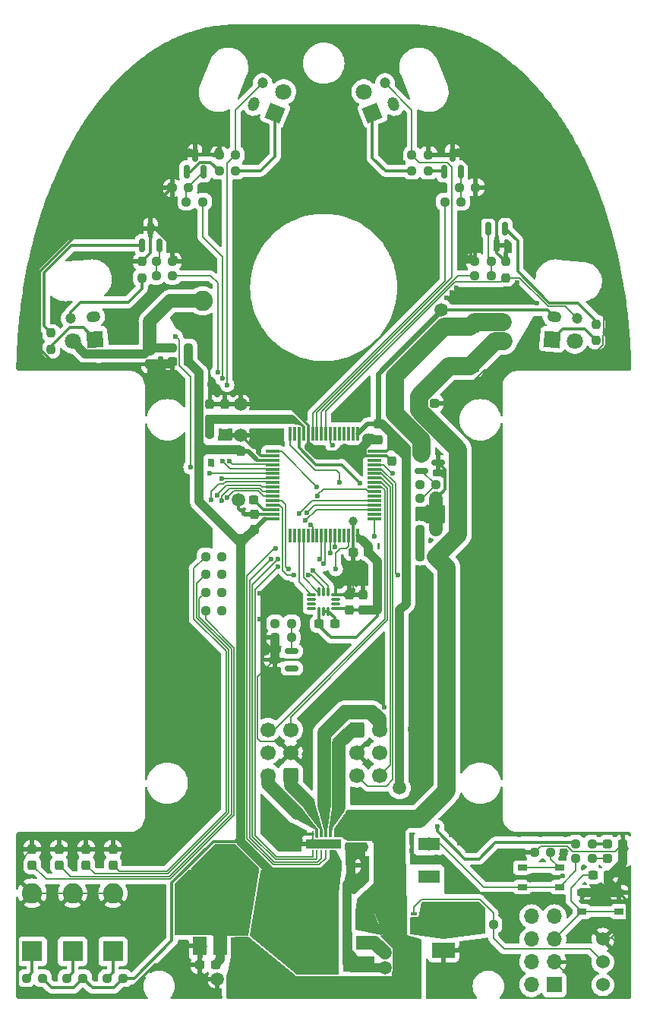
<source format=gbr>
G04 #@! TF.GenerationSoftware,KiCad,Pcbnew,7.0.9-7.0.9~ubuntu22.04.1*
G04 #@! TF.CreationDate,2023-12-15T19:10:04+09:00*
G04 #@! TF.ProjectId,fast_respect,66617374-5f72-4657-9370-6563742e6b69,rev?*
G04 #@! TF.SameCoordinates,Original*
G04 #@! TF.FileFunction,Copper,L1,Top*
G04 #@! TF.FilePolarity,Positive*
%FSLAX46Y46*%
G04 Gerber Fmt 4.6, Leading zero omitted, Abs format (unit mm)*
G04 Created by KiCad (PCBNEW 7.0.9-7.0.9~ubuntu22.04.1) date 2023-12-15 19:10:04*
%MOMM*%
%LPD*%
G01*
G04 APERTURE LIST*
G04 Aperture macros list*
%AMRoundRect*
0 Rectangle with rounded corners*
0 $1 Rounding radius*
0 $2 $3 $4 $5 $6 $7 $8 $9 X,Y pos of 4 corners*
0 Add a 4 corners polygon primitive as box body*
4,1,4,$2,$3,$4,$5,$6,$7,$8,$9,$2,$3,0*
0 Add four circle primitives for the rounded corners*
1,1,$1+$1,$2,$3*
1,1,$1+$1,$4,$5*
1,1,$1+$1,$6,$7*
1,1,$1+$1,$8,$9*
0 Add four rect primitives between the rounded corners*
20,1,$1+$1,$2,$3,$4,$5,0*
20,1,$1+$1,$4,$5,$6,$7,0*
20,1,$1+$1,$6,$7,$8,$9,0*
20,1,$1+$1,$8,$9,$2,$3,0*%
%AMHorizOval*
0 Thick line with rounded ends*
0 $1 width*
0 $2 $3 position (X,Y) of the first rounded end (center of the circle)*
0 $4 $5 position (X,Y) of the second rounded end (center of the circle)*
0 Add line between two ends*
20,1,$1,$2,$3,$4,$5,0*
0 Add two circle primitives to create the rounded ends*
1,1,$1,$2,$3*
1,1,$1,$4,$5*%
%AMRotRect*
0 Rectangle, with rotation*
0 The origin of the aperture is its center*
0 $1 length*
0 $2 width*
0 $3 Rotation angle, in degrees counterclockwise*
0 Add horizontal line*
21,1,$1,$2,0,0,$3*%
%AMFreePoly0*
4,1,5,0.850000,-1.250000,-0.850000,-1.250000,-0.850000,1.250000,0.850000,1.250000,0.850000,-1.250000,0.850000,-1.250000,$1*%
G04 Aperture macros list end*
G04 #@! TA.AperFunction,SMDPad,CuDef*
%ADD10RoundRect,0.237500X-0.250000X-0.237500X0.250000X-0.237500X0.250000X0.237500X-0.250000X0.237500X0*%
G04 #@! TD*
G04 #@! TA.AperFunction,ComponentPad*
%ADD11RotRect,1.800000X1.800000X185.000000*%
G04 #@! TD*
G04 #@! TA.AperFunction,ComponentPad*
%ADD12C,1.800000*%
G04 #@! TD*
G04 #@! TA.AperFunction,SMDPad,CuDef*
%ADD13R,1.050000X0.650000*%
G04 #@! TD*
G04 #@! TA.AperFunction,SMDPad,CuDef*
%ADD14RoundRect,0.237500X0.237500X-0.300000X0.237500X0.300000X-0.237500X0.300000X-0.237500X-0.300000X0*%
G04 #@! TD*
G04 #@! TA.AperFunction,SMDPad,CuDef*
%ADD15RoundRect,0.237500X0.250000X0.237500X-0.250000X0.237500X-0.250000X-0.237500X0.250000X-0.237500X0*%
G04 #@! TD*
G04 #@! TA.AperFunction,SMDPad,CuDef*
%ADD16RoundRect,0.250000X0.800000X-0.450000X0.800000X0.450000X-0.800000X0.450000X-0.800000X-0.450000X0*%
G04 #@! TD*
G04 #@! TA.AperFunction,SMDPad,CuDef*
%ADD17RoundRect,0.237500X0.300000X0.237500X-0.300000X0.237500X-0.300000X-0.237500X0.300000X-0.237500X0*%
G04 #@! TD*
G04 #@! TA.AperFunction,SMDPad,CuDef*
%ADD18R,0.650000X0.350000*%
G04 #@! TD*
G04 #@! TA.AperFunction,SMDPad,CuDef*
%ADD19R,0.450000X0.350000*%
G04 #@! TD*
G04 #@! TA.AperFunction,SMDPad,CuDef*
%ADD20R,1.930000X2.450000*%
G04 #@! TD*
G04 #@! TA.AperFunction,SMDPad,CuDef*
%ADD21RoundRect,0.237500X-0.237500X0.300000X-0.237500X-0.300000X0.237500X-0.300000X0.237500X0.300000X0*%
G04 #@! TD*
G04 #@! TA.AperFunction,SMDPad,CuDef*
%ADD22RoundRect,0.237500X0.287500X0.237500X-0.287500X0.237500X-0.287500X-0.237500X0.287500X-0.237500X0*%
G04 #@! TD*
G04 #@! TA.AperFunction,ComponentPad*
%ADD23HorizOval,1.200000X0.199239X-0.017431X-0.199239X0.017431X0*%
G04 #@! TD*
G04 #@! TA.AperFunction,ComponentPad*
%ADD24HorizOval,1.200000X0.000000X0.000000X0.000000X0.000000X0*%
G04 #@! TD*
G04 #@! TA.AperFunction,SMDPad,CuDef*
%ADD25RoundRect,0.200000X-0.275000X0.200000X-0.275000X-0.200000X0.275000X-0.200000X0.275000X0.200000X0*%
G04 #@! TD*
G04 #@! TA.AperFunction,SMDPad,CuDef*
%ADD26RoundRect,0.237500X0.237500X-0.250000X0.237500X0.250000X-0.237500X0.250000X-0.237500X-0.250000X0*%
G04 #@! TD*
G04 #@! TA.AperFunction,SMDPad,CuDef*
%ADD27RoundRect,0.150000X-0.587500X-0.150000X0.587500X-0.150000X0.587500X0.150000X-0.587500X0.150000X0*%
G04 #@! TD*
G04 #@! TA.AperFunction,SMDPad,CuDef*
%ADD28RoundRect,0.237500X-0.300000X-0.237500X0.300000X-0.237500X0.300000X0.237500X-0.300000X0.237500X0*%
G04 #@! TD*
G04 #@! TA.AperFunction,ComponentPad*
%ADD29R,1.700000X1.700000*%
G04 #@! TD*
G04 #@! TA.AperFunction,ComponentPad*
%ADD30O,1.700000X1.700000*%
G04 #@! TD*
G04 #@! TA.AperFunction,ComponentPad*
%ADD31RoundRect,0.250000X0.625000X-0.350000X0.625000X0.350000X-0.625000X0.350000X-0.625000X-0.350000X0*%
G04 #@! TD*
G04 #@! TA.AperFunction,ComponentPad*
%ADD32O,1.750000X1.200000*%
G04 #@! TD*
G04 #@! TA.AperFunction,SMDPad,CuDef*
%ADD33RoundRect,0.075000X-0.075000X0.700000X-0.075000X-0.700000X0.075000X-0.700000X0.075000X0.700000X0*%
G04 #@! TD*
G04 #@! TA.AperFunction,SMDPad,CuDef*
%ADD34RoundRect,0.075000X-0.700000X0.075000X-0.700000X-0.075000X0.700000X-0.075000X0.700000X0.075000X0*%
G04 #@! TD*
G04 #@! TA.AperFunction,ComponentPad*
%ADD35RotRect,1.800000X1.800000X68.000000*%
G04 #@! TD*
G04 #@! TA.AperFunction,ComponentPad*
%ADD36O,2.500000X1.700000*%
G04 #@! TD*
G04 #@! TA.AperFunction,ComponentPad*
%ADD37FreePoly0,270.000000*%
G04 #@! TD*
G04 #@! TA.AperFunction,SMDPad,CuDef*
%ADD38RoundRect,0.237500X-0.237500X0.287500X-0.237500X-0.287500X0.237500X-0.287500X0.237500X0.287500X0*%
G04 #@! TD*
G04 #@! TA.AperFunction,ComponentPad*
%ADD39RoundRect,0.250000X0.600000X0.600000X-0.600000X0.600000X-0.600000X-0.600000X0.600000X-0.600000X0*%
G04 #@! TD*
G04 #@! TA.AperFunction,ComponentPad*
%ADD40C,1.700000*%
G04 #@! TD*
G04 #@! TA.AperFunction,SMDPad,CuDef*
%ADD41RoundRect,0.150000X-0.150000X0.587500X-0.150000X-0.587500X0.150000X-0.587500X0.150000X0.587500X0*%
G04 #@! TD*
G04 #@! TA.AperFunction,ComponentPad*
%ADD42R,2.250000X2.250000*%
G04 #@! TD*
G04 #@! TA.AperFunction,ComponentPad*
%ADD43C,2.250000*%
G04 #@! TD*
G04 #@! TA.AperFunction,SMDPad,CuDef*
%ADD44RoundRect,0.150000X0.150000X-0.587500X0.150000X0.587500X-0.150000X0.587500X-0.150000X-0.587500X0*%
G04 #@! TD*
G04 #@! TA.AperFunction,SMDPad,CuDef*
%ADD45RoundRect,0.150000X0.587500X0.150000X-0.587500X0.150000X-0.587500X-0.150000X0.587500X-0.150000X0*%
G04 #@! TD*
G04 #@! TA.AperFunction,ComponentPad*
%ADD46HorizOval,1.200000X0.074921X0.185437X-0.074921X-0.185437X0*%
G04 #@! TD*
G04 #@! TA.AperFunction,ComponentPad*
%ADD47HorizOval,1.200000X0.000000X0.000000X0.000000X0.000000X0*%
G04 #@! TD*
G04 #@! TA.AperFunction,SMDPad,CuDef*
%ADD48R,0.250000X0.750000*%
G04 #@! TD*
G04 #@! TA.AperFunction,SMDPad,CuDef*
%ADD49R,3.975000X1.000000*%
G04 #@! TD*
G04 #@! TA.AperFunction,SMDPad,CuDef*
%ADD50RoundRect,0.087500X-0.412500X-0.087500X0.412500X-0.087500X0.412500X0.087500X-0.412500X0.087500X0*%
G04 #@! TD*
G04 #@! TA.AperFunction,SMDPad,CuDef*
%ADD51RoundRect,0.087500X-0.087500X-0.412500X0.087500X-0.412500X0.087500X0.412500X-0.087500X0.412500X0*%
G04 #@! TD*
G04 #@! TA.AperFunction,ComponentPad*
%ADD52RotRect,1.800000X1.800000X112.000000*%
G04 #@! TD*
G04 #@! TA.AperFunction,ComponentPad*
%ADD53HorizOval,1.200000X-0.199239X-0.017431X0.199239X0.017431X0*%
G04 #@! TD*
G04 #@! TA.AperFunction,ComponentPad*
%ADD54HorizOval,1.200000X0.000000X0.000000X0.000000X0.000000X0*%
G04 #@! TD*
G04 #@! TA.AperFunction,ComponentPad*
%ADD55RotRect,1.800000X1.800000X355.000000*%
G04 #@! TD*
G04 #@! TA.AperFunction,ComponentPad*
%ADD56C,1.524000*%
G04 #@! TD*
G04 #@! TA.AperFunction,SMDPad,CuDef*
%ADD57R,2.400000X1.450000*%
G04 #@! TD*
G04 #@! TA.AperFunction,ComponentPad*
%ADD58RoundRect,0.250000X-0.600000X-0.600000X0.600000X-0.600000X0.600000X0.600000X-0.600000X0.600000X0*%
G04 #@! TD*
G04 #@! TA.AperFunction,SMDPad,CuDef*
%ADD59R,2.000000X1.500000*%
G04 #@! TD*
G04 #@! TA.AperFunction,SMDPad,CuDef*
%ADD60R,2.000000X3.800000*%
G04 #@! TD*
G04 #@! TA.AperFunction,SMDPad,CuDef*
%ADD61R,1.500000X2.000000*%
G04 #@! TD*
G04 #@! TA.AperFunction,SMDPad,CuDef*
%ADD62R,3.800000X2.000000*%
G04 #@! TD*
G04 #@! TA.AperFunction,ComponentPad*
%ADD63HorizOval,1.200000X-0.074921X0.185437X0.074921X-0.185437X0*%
G04 #@! TD*
G04 #@! TA.AperFunction,ComponentPad*
%ADD64HorizOval,1.200000X0.000000X0.000000X0.000000X0.000000X0*%
G04 #@! TD*
G04 #@! TA.AperFunction,ViaPad*
%ADD65C,1.000000*%
G04 #@! TD*
G04 #@! TA.AperFunction,ViaPad*
%ADD66C,0.600000*%
G04 #@! TD*
G04 #@! TA.AperFunction,ViaPad*
%ADD67C,1.500000*%
G04 #@! TD*
G04 #@! TA.AperFunction,ViaPad*
%ADD68C,2.250000*%
G04 #@! TD*
G04 #@! TA.AperFunction,Conductor*
%ADD69C,2.000000*%
G04 #@! TD*
G04 #@! TA.AperFunction,Conductor*
%ADD70C,0.300000*%
G04 #@! TD*
G04 #@! TA.AperFunction,Conductor*
%ADD71C,1.500000*%
G04 #@! TD*
G04 #@! TA.AperFunction,Conductor*
%ADD72C,0.150000*%
G04 #@! TD*
G04 #@! TA.AperFunction,Conductor*
%ADD73C,1.000000*%
G04 #@! TD*
G04 #@! TA.AperFunction,Conductor*
%ADD74C,0.600000*%
G04 #@! TD*
G04 #@! TA.AperFunction,Conductor*
%ADD75C,0.500000*%
G04 #@! TD*
G04 APERTURE END LIST*
D10*
X149837500Y-57000000D03*
X151662500Y-57000000D03*
D11*
X114530000Y-75779000D03*
D12*
X111999665Y-76000376D03*
D13*
X166275000Y-136825000D03*
X162125000Y-136825000D03*
X166275000Y-134675000D03*
X162150000Y-134675000D03*
D14*
X146050000Y-86962500D03*
X146050000Y-85237500D03*
D15*
X158690000Y-67100000D03*
X156865000Y-67100000D03*
D16*
X156300000Y-78800000D03*
X156300000Y-74400000D03*
D14*
X142850000Y-105975000D03*
X142850000Y-104250000D03*
D17*
X143062500Y-134400000D03*
X141337500Y-134400000D03*
D18*
X150050000Y-139800000D03*
X150050000Y-141750000D03*
X150050000Y-141100000D03*
X150050000Y-140450000D03*
D19*
X147000000Y-141750000D03*
X147000000Y-141100000D03*
D20*
X148190000Y-140775000D03*
D19*
X147000000Y-140450000D03*
X147000000Y-139800000D03*
D21*
X142850000Y-130637500D03*
X142850000Y-132362500D03*
D22*
X173375000Y-133600000D03*
X171625000Y-133600000D03*
D23*
X165691000Y-73248000D03*
D24*
X168221335Y-73469376D03*
D22*
X173375000Y-132000000D03*
X171625000Y-132000000D03*
D10*
X157087500Y-141000000D03*
X158912500Y-141000000D03*
D21*
X120610000Y-76815000D03*
X120610000Y-78540000D03*
D25*
X127250000Y-86425000D03*
X127250000Y-88075000D03*
D10*
X149837500Y-55250000D03*
X151662500Y-55250000D03*
D26*
X109600000Y-76912500D03*
X109600000Y-75087500D03*
D27*
X150912500Y-88550000D03*
X150912500Y-90450000D03*
X152787500Y-89500000D03*
D28*
X170020000Y-135520000D03*
X171745000Y-135520000D03*
D10*
X150687500Y-92000000D03*
X152512500Y-92000000D03*
D29*
X165700000Y-147730000D03*
D30*
X163160000Y-147730000D03*
X165700000Y-145190000D03*
X163160000Y-145190000D03*
X165700000Y-142650000D03*
X163160000Y-142650000D03*
X165700000Y-140110000D03*
X163160000Y-140110000D03*
D17*
X144362500Y-138500000D03*
X142637500Y-138500000D03*
D31*
X160080000Y-76000000D03*
D32*
X160080000Y-74000000D03*
D33*
X143750000Y-86325000D03*
X143250000Y-86325000D03*
X142750000Y-86325000D03*
X142250000Y-86325000D03*
X141750000Y-86325000D03*
X141250000Y-86325000D03*
X140750000Y-86325000D03*
X140250000Y-86325000D03*
X139750000Y-86325000D03*
X139250000Y-86325000D03*
X138750000Y-86325000D03*
X138250000Y-86325000D03*
X137750000Y-86325000D03*
X137250000Y-86325000D03*
X136750000Y-86325000D03*
X136250000Y-86325000D03*
D34*
X134325000Y-88250000D03*
X134325000Y-88750000D03*
X134325000Y-89250000D03*
X134325000Y-89750000D03*
X134325000Y-90250000D03*
X134325000Y-90750000D03*
X134325000Y-91250000D03*
X134325000Y-91750000D03*
X134325000Y-92250000D03*
X134325000Y-92750000D03*
X134325000Y-93250000D03*
X134325000Y-93750000D03*
X134325000Y-94250000D03*
X134325000Y-94750000D03*
X134325000Y-95250000D03*
X134325000Y-95750000D03*
D33*
X136250000Y-97675000D03*
X136750000Y-97675000D03*
X137250000Y-97675000D03*
X137750000Y-97675000D03*
X138250000Y-97675000D03*
X138750000Y-97675000D03*
X139250000Y-97675000D03*
X139750000Y-97675000D03*
X140250000Y-97675000D03*
X140750000Y-97675000D03*
X141250000Y-97675000D03*
X141750000Y-97675000D03*
X142250000Y-97675000D03*
X142750000Y-97675000D03*
X143250000Y-97675000D03*
X143750000Y-97675000D03*
D34*
X145675000Y-95750000D03*
X145675000Y-95250000D03*
X145675000Y-94750000D03*
X145675000Y-94250000D03*
X145675000Y-93750000D03*
X145675000Y-93250000D03*
X145675000Y-92750000D03*
X145675000Y-92250000D03*
X145675000Y-91750000D03*
X145675000Y-91250000D03*
X145675000Y-90750000D03*
X145675000Y-90250000D03*
X145675000Y-89750000D03*
X145675000Y-89250000D03*
X145675000Y-88750000D03*
X145675000Y-88250000D03*
D21*
X130750000Y-86500000D03*
X130750000Y-88225000D03*
D15*
X123135000Y-68700000D03*
X121310000Y-68700000D03*
X128662500Y-106000000D03*
X126837500Y-106000000D03*
D28*
X150610000Y-82900000D03*
X152335000Y-82900000D03*
D35*
X134573000Y-50539000D03*
D12*
X135524501Y-48183953D03*
D26*
X160270000Y-68925000D03*
X160270000Y-67100000D03*
D15*
X128662500Y-102000000D03*
X126837500Y-102000000D03*
X108662500Y-147000000D03*
X106837500Y-147000000D03*
D36*
X153350000Y-141330000D03*
D37*
X153350000Y-143870000D03*
D38*
X107500000Y-132625000D03*
X107500000Y-134375000D03*
D39*
X136320000Y-124380000D03*
D40*
X133780000Y-124380000D03*
X136320000Y-121840000D03*
X133780000Y-121840000D03*
X136320000Y-119300000D03*
X133780000Y-119300000D03*
D10*
X168087500Y-132000000D03*
X169912500Y-132000000D03*
D15*
X130162500Y-57000000D03*
X128337500Y-57000000D03*
X128662500Y-100000000D03*
X126837500Y-100000000D03*
D41*
X160250000Y-63422500D03*
X158350000Y-63422500D03*
X159300000Y-65297500D03*
D26*
X170400000Y-75912500D03*
X170400000Y-74087500D03*
D21*
X146800000Y-144137500D03*
X146800000Y-145862500D03*
D42*
X107500000Y-144000000D03*
D43*
X107500000Y-137500000D03*
D44*
X124700000Y-57087500D03*
X126600000Y-57087500D03*
X125650000Y-55212500D03*
D45*
X136437500Y-112450000D03*
X136437500Y-110550000D03*
X134562500Y-111500000D03*
D21*
X132250000Y-95250000D03*
X132250000Y-96975000D03*
D28*
X143250000Y-99500000D03*
X144975000Y-99500000D03*
D17*
X124862500Y-78250000D03*
X123137500Y-78250000D03*
D46*
X132218000Y-49588000D03*
D47*
X133169501Y-47232953D03*
D48*
X141250000Y-130925000D03*
X140750000Y-130925000D03*
X140250000Y-130925000D03*
X139750000Y-130925000D03*
X139250000Y-130925000D03*
X138750000Y-130925000D03*
D49*
X140000000Y-132000000D03*
D48*
X138750000Y-133075000D03*
X139250000Y-133075000D03*
X139750000Y-133075000D03*
X140250000Y-133075000D03*
X140750000Y-133075000D03*
X141250000Y-133075000D03*
D15*
X165312500Y-132950000D03*
X163487500Y-132950000D03*
D14*
X144400000Y-132362500D03*
X144400000Y-130637500D03*
D42*
X112000000Y-144000000D03*
D43*
X112000000Y-137500000D03*
D10*
X150687500Y-97000000D03*
X152512500Y-97000000D03*
D17*
X127925000Y-145500000D03*
X126200000Y-145500000D03*
D50*
X138650000Y-104250000D03*
X138650000Y-104750000D03*
X138650000Y-105250000D03*
X138650000Y-105750000D03*
D51*
X139500000Y-106100000D03*
X140000000Y-106100000D03*
X140500000Y-106100000D03*
D50*
X141350000Y-105750000D03*
X141350000Y-105250000D03*
X141350000Y-104750000D03*
X141350000Y-104250000D03*
D51*
X140500000Y-103900000D03*
X140000000Y-103900000D03*
X139500000Y-103900000D03*
D52*
X145427000Y-50539000D03*
D12*
X144475499Y-48183953D03*
D10*
X150687500Y-93500000D03*
X152512500Y-93500000D03*
D26*
X119730000Y-68925000D03*
X119730000Y-67100000D03*
D21*
X130750000Y-83000000D03*
X130750000Y-84725000D03*
D53*
X114309000Y-73248000D03*
D54*
X111778665Y-73469376D03*
D55*
X165470000Y-75779000D03*
D12*
X168000335Y-76000376D03*
D56*
X171120000Y-142650000D03*
X171120000Y-145190000D03*
X171120000Y-147730000D03*
D14*
X147600000Y-89362500D03*
X147600000Y-87637500D03*
D10*
X121310000Y-67100000D03*
X123135000Y-67100000D03*
X123087500Y-76710000D03*
X124912500Y-76710000D03*
D38*
X113500000Y-132625000D03*
X113500000Y-134375000D03*
D10*
X156865000Y-68700000D03*
X158690000Y-68700000D03*
D28*
X139500000Y-107500000D03*
X141225000Y-107500000D03*
D57*
X151710000Y-132040000D03*
X151710000Y-135690000D03*
D21*
X129000000Y-83000000D03*
X129000000Y-84725000D03*
D14*
X144400000Y-105975000D03*
X144400000Y-104250000D03*
D15*
X126512500Y-60450000D03*
X124687500Y-60450000D03*
X124912500Y-58900000D03*
X123087500Y-58900000D03*
D58*
X143680000Y-119300000D03*
D40*
X146220000Y-119300000D03*
X143680000Y-121840000D03*
X146220000Y-121840000D03*
X143680000Y-124380000D03*
X146220000Y-124380000D03*
D15*
X113162500Y-147000000D03*
X111337500Y-147000000D03*
D17*
X132225000Y-93650000D03*
X130500000Y-93650000D03*
D10*
X153487500Y-60450000D03*
X155312500Y-60450000D03*
D44*
X119750000Y-65297500D03*
X121650000Y-65297500D03*
X120700000Y-63422500D03*
D59*
X144650000Y-145300000D03*
X144650000Y-143000000D03*
D60*
X138350000Y-143000000D03*
D59*
X144650000Y-140700000D03*
D10*
X155087500Y-58840000D03*
X156912500Y-58840000D03*
D15*
X136412500Y-109000000D03*
X134587500Y-109000000D03*
D61*
X126200000Y-143400000D03*
X128500000Y-143400000D03*
D62*
X128500000Y-137100000D03*
D61*
X130800000Y-143400000D03*
D17*
X129862500Y-147100000D03*
X128137500Y-147100000D03*
D13*
X172925000Y-139575000D03*
X168775000Y-139575000D03*
X172925000Y-137425000D03*
X168800000Y-137425000D03*
D10*
X134587500Y-107450000D03*
X136412500Y-107450000D03*
X168087500Y-133600000D03*
X169912500Y-133600000D03*
D42*
X116500000Y-144000000D03*
D43*
X116500000Y-137500000D03*
D15*
X130162500Y-55250000D03*
X128337500Y-55250000D03*
D63*
X147782000Y-49588000D03*
D64*
X146830499Y-47232953D03*
D15*
X128662500Y-104000000D03*
X126837500Y-104000000D03*
D38*
X110500000Y-132625000D03*
X110500000Y-134375000D03*
D21*
X127250000Y-83000000D03*
X127250000Y-84725000D03*
D15*
X117662500Y-147000000D03*
X115837500Y-147000000D03*
D38*
X116500000Y-132625000D03*
X116500000Y-134375000D03*
D44*
X153400000Y-57087500D03*
X155300000Y-57087500D03*
X154350000Y-55212500D03*
D15*
X152512500Y-100000000D03*
X150687500Y-100000000D03*
D65*
X146000000Y-110000000D03*
X170400000Y-77660000D03*
X122950000Y-58800000D03*
X145000000Y-45000000D03*
X155450000Y-143600000D03*
D66*
X149680000Y-117660000D03*
D65*
X116500000Y-132500000D03*
D66*
X132900000Y-107000000D03*
X138290000Y-124880000D03*
X151300000Y-59800000D03*
D65*
X125000000Y-95000000D03*
X122000000Y-104500000D03*
D66*
X125950000Y-75680000D03*
X127400000Y-89470000D03*
X136250000Y-51800000D03*
X156470000Y-57420000D03*
D65*
X156300000Y-66800000D03*
D66*
X156020000Y-132830000D03*
D67*
X130750000Y-83000000D03*
D66*
X171000000Y-138450000D03*
X141225000Y-107500000D03*
X144770000Y-86840000D03*
D65*
X159750000Y-138350000D03*
X141400000Y-132000000D03*
D66*
X173700000Y-135540000D03*
D65*
X132450000Y-45350000D03*
D66*
X149790000Y-109340000D03*
X142750000Y-78450000D03*
D65*
X127000000Y-123000000D03*
D66*
X132130000Y-86070000D03*
X113150000Y-148750000D03*
D65*
X107000000Y-141500000D03*
X134500000Y-111500000D03*
X133900000Y-128100000D03*
D66*
X132250000Y-95250000D03*
X149800000Y-58350000D03*
X148100000Y-66800000D03*
X135250000Y-86080000D03*
D65*
X140000000Y-55650000D03*
X159000000Y-61500000D03*
D67*
X135470000Y-130250000D03*
D65*
X138500000Y-109000000D03*
D66*
X126100000Y-67600000D03*
X153730000Y-71170000D03*
X123137500Y-78250000D03*
X134587500Y-109000000D03*
D65*
X119900000Y-71800000D03*
D66*
X146740000Y-116770000D03*
D65*
X120000000Y-60000000D03*
D66*
X152620000Y-133480000D03*
X126100000Y-65600000D03*
X152950000Y-90600000D03*
X144100000Y-90520000D03*
D65*
X120500000Y-133500000D03*
X130300000Y-42150000D03*
X156000000Y-107000000D03*
D66*
X141450000Y-103130000D03*
D65*
X123000000Y-145500000D03*
D66*
X132200000Y-74000000D03*
X147100000Y-127370000D03*
D65*
X156500000Y-146000000D03*
X118500000Y-133500000D03*
X160000000Y-55000000D03*
X124000000Y-130500000D03*
X166760000Y-133150000D03*
X115000000Y-60000000D03*
D66*
X144740000Y-101660000D03*
D65*
X163000000Y-67500000D03*
X172810000Y-78110000D03*
D66*
X128100000Y-64200000D03*
X168830000Y-78920000D03*
X164150000Y-131000000D03*
D65*
X152500000Y-82900000D03*
D66*
X149820000Y-112070000D03*
D65*
X172000000Y-135500000D03*
X160000000Y-60000000D03*
D66*
X127250000Y-83000000D03*
D65*
X158000000Y-104394922D03*
X152000000Y-146000000D03*
X142850000Y-145600000D03*
X136500000Y-105500000D03*
D66*
X140380000Y-101880000D03*
X156790000Y-137250000D03*
D65*
X144500000Y-112500000D03*
D66*
X133400000Y-52150000D03*
X170740000Y-131040000D03*
X149660000Y-119260000D03*
D65*
X138000000Y-122000000D03*
X171500000Y-68000000D03*
D66*
X127250000Y-73310000D03*
X166600000Y-138100000D03*
D65*
X155750000Y-122500000D03*
X168000000Y-148500000D03*
D66*
X160480000Y-65400000D03*
D65*
X128000000Y-148500000D03*
D66*
X149840000Y-106610000D03*
D65*
X169500000Y-141000000D03*
X120000000Y-140500000D03*
X127000000Y-110500000D03*
D66*
X135650000Y-54500000D03*
X131280000Y-56050000D03*
D65*
X123600000Y-73350000D03*
D66*
X155250000Y-67740000D03*
X146650000Y-52200000D03*
D65*
X168000000Y-142500000D03*
D66*
X142600000Y-52650000D03*
D65*
X107500000Y-72000000D03*
D66*
X150490000Y-101610000D03*
D65*
X143800000Y-126800000D03*
D66*
X155210000Y-64460000D03*
D65*
X142630000Y-137640000D03*
X133350000Y-63200000D03*
X146000000Y-114500000D03*
X110500000Y-132500000D03*
D66*
X144900000Y-80450000D03*
X152300000Y-68700000D03*
X144270000Y-136480000D03*
X118580000Y-143610000D03*
D65*
X108000000Y-67500000D03*
D66*
X173850000Y-138510000D03*
X125930000Y-69610000D03*
D65*
X123700000Y-80650000D03*
D66*
X127320000Y-69820000D03*
X149800000Y-131020000D03*
D65*
X155500000Y-148500000D03*
D66*
X149780000Y-132790000D03*
D65*
X107500000Y-132500000D03*
X133500000Y-113500000D03*
D66*
X136200000Y-81600000D03*
X153080000Y-55110000D03*
D65*
X173000000Y-148500000D03*
X114500000Y-140500000D03*
D66*
X163750000Y-71740000D03*
D65*
X133500000Y-110500000D03*
D66*
X153890000Y-137250000D03*
D67*
X130750000Y-86500000D03*
D66*
X152500000Y-97050000D03*
D65*
X134150000Y-82550000D03*
D66*
X170900000Y-136950000D03*
X122130000Y-142240000D03*
X144200000Y-54250000D03*
D65*
X160650000Y-78620000D03*
D66*
X150850000Y-50730000D03*
X154800000Y-70050000D03*
X144150000Y-62250000D03*
D65*
X122000000Y-92500000D03*
X165000000Y-60000000D03*
X120800000Y-79100000D03*
D66*
X130650000Y-58550000D03*
D65*
X173500000Y-132500000D03*
D66*
X126500000Y-58900000D03*
X152650000Y-58700000D03*
X142330000Y-87880000D03*
X164110000Y-73900000D03*
D65*
X140000000Y-60000000D03*
X121200000Y-70300000D03*
X122000000Y-98000000D03*
X120000000Y-137500000D03*
D66*
X127290000Y-78950000D03*
D65*
X128800000Y-51300000D03*
X128300000Y-54900000D03*
X143250000Y-96070000D03*
D66*
X144050000Y-59400000D03*
X112390000Y-66530000D03*
X154280000Y-70560000D03*
D65*
X124500000Y-107500000D03*
D66*
X152400000Y-61550000D03*
D65*
X115000000Y-55000000D03*
D66*
X155090000Y-131930000D03*
X116310000Y-76090000D03*
X132650000Y-87850000D03*
X149670000Y-121120000D03*
X157370000Y-65740000D03*
X131280000Y-47730000D03*
D65*
X121150000Y-81800000D03*
D66*
X133400000Y-54800000D03*
X138000000Y-107000000D03*
D65*
X107500000Y-78000000D03*
D66*
X131150000Y-53900000D03*
X121585000Y-142645000D03*
D65*
X138700000Y-132000000D03*
X142000000Y-114500000D03*
X155000000Y-55000000D03*
D66*
X143800000Y-51350000D03*
X172380000Y-146540000D03*
D67*
X117440000Y-66790000D03*
D65*
X155000000Y-50000000D03*
X121500000Y-129500000D03*
X110000000Y-65000000D03*
D66*
X127290000Y-75810000D03*
D65*
X138500000Y-118000000D03*
X163040000Y-135860000D03*
D66*
X114900000Y-78900000D03*
D65*
X154750000Y-81240000D03*
X124500000Y-148500000D03*
D66*
X154140000Y-134630000D03*
X148830000Y-56100000D03*
D65*
X161000000Y-148500000D03*
X166750000Y-66200000D03*
D66*
X157030000Y-134670000D03*
D65*
X125000000Y-100000000D03*
D66*
X116570000Y-72670000D03*
X135220000Y-87300000D03*
X152550000Y-93500000D03*
X159300000Y-122650000D03*
D65*
X172000000Y-75000000D03*
D66*
X152120000Y-134050000D03*
D65*
X159500000Y-130500000D03*
X139950000Y-41600000D03*
X140500000Y-111000000D03*
D66*
X126250000Y-77740000D03*
D67*
X130500000Y-93650000D03*
D66*
X143960000Y-88710000D03*
D65*
X122000000Y-112000000D03*
X140380000Y-88650000D03*
D66*
X118570000Y-145710000D03*
D65*
X158000000Y-143500000D03*
X123500000Y-88000000D03*
X147350000Y-63500000D03*
D66*
X132900000Y-104050000D03*
D65*
X158690000Y-79510000D03*
D66*
X150780000Y-54070000D03*
X155260000Y-61810000D03*
D65*
X144150000Y-83900000D03*
D66*
X148100000Y-73150000D03*
D65*
X154140000Y-84320000D03*
D66*
X137100000Y-52850000D03*
D65*
X158990000Y-81710000D03*
X130700000Y-81250000D03*
X144750000Y-145350000D03*
D66*
X152300000Y-65150000D03*
X151050000Y-102180000D03*
D65*
X122000000Y-117500000D03*
D66*
X160750000Y-132750000D03*
D65*
X125000000Y-50000000D03*
X120000000Y-50000000D03*
X120000000Y-55000000D03*
X156000000Y-100000000D03*
X142600000Y-143200000D03*
X161000000Y-145000000D03*
D66*
X149820000Y-115330000D03*
X158410000Y-137800000D03*
D65*
X123300000Y-66950000D03*
X144450000Y-132350000D03*
X135000000Y-45000000D03*
X136000000Y-103500000D03*
D66*
X120530000Y-143770000D03*
D65*
X158000000Y-120000000D03*
D66*
X169710000Y-146450000D03*
D65*
X170000000Y-65000000D03*
D66*
X156700000Y-60180000D03*
D65*
X147600000Y-89362500D03*
X173000000Y-145000000D03*
D66*
X146650000Y-54950000D03*
D65*
X157000000Y-128500000D03*
D66*
X158240000Y-135910000D03*
D65*
X134000000Y-130850000D03*
X127000000Y-117500000D03*
X107700000Y-148550000D03*
D66*
X155480000Y-135900000D03*
X143250000Y-103784500D03*
X131020000Y-94880000D03*
X172500000Y-131030000D03*
D65*
X143650000Y-101300000D03*
X145740000Y-126900000D03*
D66*
X148880000Y-54100000D03*
X136500000Y-61950000D03*
X160150000Y-142050000D03*
X166660000Y-135580000D03*
X115130000Y-66460000D03*
D65*
X138000000Y-111500000D03*
X137450000Y-83400000D03*
X152000000Y-148500000D03*
D66*
X136550000Y-58850000D03*
X123550000Y-57290000D03*
D65*
X123350000Y-61900000D03*
D66*
X162200000Y-132750000D03*
X169010000Y-131030000D03*
D65*
X173000000Y-137500000D03*
X114250000Y-143500000D03*
X142910000Y-133550000D03*
X154000000Y-146800000D03*
D66*
X167350000Y-139550000D03*
D65*
X141700000Y-84150000D03*
X123350000Y-64250000D03*
X120750000Y-63350000D03*
X138500000Y-113000000D03*
X113450000Y-63850000D03*
D66*
X132150000Y-66150000D03*
D65*
X165000000Y-55000000D03*
X160000000Y-50000000D03*
D66*
X125890000Y-73360000D03*
D65*
X114250000Y-145550000D03*
D66*
X129120000Y-53870000D03*
D65*
X134000000Y-117000000D03*
X136000000Y-115000000D03*
X118100000Y-63850000D03*
D66*
X152787500Y-89500000D03*
X155400000Y-127170000D03*
X148880000Y-50910000D03*
D65*
X122000000Y-122000000D03*
D66*
X161490000Y-77360000D03*
D65*
X157500000Y-95000000D03*
D66*
X128100000Y-58750000D03*
D67*
X146800000Y-145862500D03*
D66*
X128200000Y-60300000D03*
D65*
X111250000Y-78450000D03*
X142620000Y-140510000D03*
X127000000Y-127500000D03*
X162450000Y-63300000D03*
X156300000Y-62800000D03*
X127000000Y-98000000D03*
D66*
X173360000Y-131030000D03*
X138390000Y-87790000D03*
D65*
X138950000Y-81900000D03*
X156000000Y-117250000D03*
D66*
X167000000Y-131000000D03*
D65*
X109750000Y-143450000D03*
D66*
X149800000Y-131850000D03*
X127900000Y-62500000D03*
X160260000Y-67130000D03*
X127250000Y-80770000D03*
D65*
X135250000Y-132250000D03*
X169000000Y-137500000D03*
D66*
X142620000Y-136500000D03*
X161810000Y-131040000D03*
D67*
X128137500Y-147100000D03*
D65*
X155000000Y-45000000D03*
X158750000Y-100000000D03*
D66*
X158220000Y-58820000D03*
D65*
X139900000Y-49400000D03*
X124500000Y-143500000D03*
X150850000Y-41900000D03*
X143400000Y-99600000D03*
X140050000Y-132000000D03*
X109750000Y-145500000D03*
X113500000Y-132500000D03*
D66*
X136650000Y-78250000D03*
D65*
X110000000Y-140500000D03*
X158000000Y-109000000D03*
X118100000Y-73300000D03*
X168000000Y-145000000D03*
D66*
X161590000Y-69480000D03*
D65*
X157500000Y-90000000D03*
D66*
X163090000Y-78930000D03*
D65*
X137200000Y-131600000D03*
X126500000Y-143500000D03*
X156000000Y-111750000D03*
D66*
X157350000Y-62120000D03*
D65*
X158000000Y-114500000D03*
X125000000Y-45000000D03*
X157050000Y-81200000D03*
D66*
X154180000Y-131000000D03*
X131100000Y-51050000D03*
D65*
X133250000Y-77150000D03*
D66*
X160200000Y-140050000D03*
D65*
X142900000Y-132350000D03*
X125000000Y-55000000D03*
D66*
X127600000Y-67350000D03*
X119070000Y-76180000D03*
D67*
X117530000Y-69810000D03*
D66*
X159390000Y-65300000D03*
D65*
X170500000Y-72000000D03*
X173500000Y-141000000D03*
D66*
X124600000Y-91800000D03*
D65*
X118750000Y-148550000D03*
D66*
X140721541Y-99624500D03*
X134156015Y-100265052D03*
X134890000Y-101100000D03*
X140010486Y-100823165D03*
X139522250Y-100254500D03*
X134905500Y-100260000D03*
D67*
X148460000Y-125790000D03*
X140730000Y-135160000D03*
D65*
X146000000Y-105970000D03*
D67*
X153098618Y-72533283D03*
D65*
X148460000Y-105970000D03*
X124912500Y-76710000D03*
D67*
X151710000Y-132040000D03*
D66*
X136038128Y-101406372D03*
X138810131Y-101535735D03*
X138274500Y-102060000D03*
X136630000Y-102060000D03*
X136437500Y-112450000D03*
X151710000Y-135690000D03*
D68*
X126490000Y-71490000D03*
D66*
X128092673Y-93170000D03*
X128662500Y-102000000D03*
X128662500Y-104000000D03*
X128617673Y-93784001D03*
X129250447Y-93382315D03*
X128662500Y-106000000D03*
X138535688Y-96493091D03*
X134694500Y-107450000D03*
X137266256Y-95185731D03*
X138116503Y-95077240D03*
X137970000Y-95965500D03*
X129230000Y-80870000D03*
X129493304Y-89381547D03*
X123490000Y-75440000D03*
X127271398Y-90748602D03*
X125150500Y-90050000D03*
X127470000Y-93710000D03*
X128662500Y-100000000D03*
X128650000Y-91274500D03*
X128181000Y-79450000D03*
X128705500Y-80160000D03*
X128730000Y-89360000D03*
X150687500Y-97000000D03*
X144070000Y-91820000D03*
X152659500Y-130120000D03*
D65*
X129640000Y-134080000D03*
D66*
X162150000Y-134675000D03*
X148234500Y-102075500D03*
X147710000Y-90750000D03*
X150687500Y-92000000D03*
X140980000Y-87570000D03*
X141770000Y-91710000D03*
X139250000Y-92220000D03*
X141250000Y-98920000D03*
X134670000Y-99100000D03*
X141340000Y-101380000D03*
X145670000Y-97774500D03*
X139310000Y-93225500D03*
D69*
X153710000Y-101197500D02*
X153710000Y-126130000D01*
X153710000Y-126130000D02*
X150600000Y-129240000D01*
X147642500Y-130637500D02*
X149040000Y-129240000D01*
X159100000Y-76000000D02*
X156300000Y-78800000D01*
X154980000Y-88051302D02*
X154980000Y-97532500D01*
X149040000Y-129240000D02*
X144407500Y-129240000D01*
X150610000Y-83681302D02*
X154980000Y-88051302D01*
X144400000Y-130637500D02*
X147642500Y-130637500D01*
X160080000Y-76000000D02*
X159100000Y-76000000D01*
X153928698Y-78800000D02*
X156300000Y-78800000D01*
D70*
X142562500Y-130925000D02*
X142850000Y-130637500D01*
D69*
X144407500Y-129240000D02*
X143010000Y-130637500D01*
X154980000Y-97532500D02*
X152512500Y-100000000D01*
X143010000Y-130637500D02*
X144400000Y-130637500D01*
X142850000Y-130637500D02*
X143010000Y-130637500D01*
X150610000Y-82900000D02*
X150610000Y-82118698D01*
X150610000Y-82900000D02*
X150610000Y-83681302D01*
X150600000Y-129240000D02*
X149040000Y-129240000D01*
X152512500Y-100000000D02*
X153710000Y-101197500D01*
X150610000Y-82118698D02*
X153928698Y-78800000D01*
D71*
X136320000Y-124380000D02*
X136320000Y-125540000D01*
X136320000Y-125540000D02*
X138260000Y-127480000D01*
X133780000Y-125333452D02*
X136970000Y-128523452D01*
X133780000Y-124380000D02*
X133780000Y-125333452D01*
X141690000Y-120790178D02*
X141690000Y-127970000D01*
X143680000Y-119300000D02*
X143180178Y-119300000D01*
X143180178Y-119300000D02*
X141690000Y-120790178D01*
D70*
X140250000Y-120490000D02*
X142760000Y-117980000D01*
D71*
X140040000Y-119590000D02*
X140040000Y-127800000D01*
D70*
X142760000Y-117980000D02*
X144900000Y-117980000D01*
X144900000Y-117980000D02*
X146220000Y-119300000D01*
D71*
X145412081Y-117290000D02*
X142340000Y-117290000D01*
X142340000Y-117290000D02*
X140040000Y-119590000D01*
X146220000Y-118097919D02*
X145412081Y-117290000D01*
X146220000Y-119300000D02*
X146220000Y-118097919D01*
D70*
X173850000Y-138510000D02*
X173850000Y-138350000D01*
X132250000Y-95250000D02*
X134325000Y-95250000D01*
D72*
X168540656Y-78920000D02*
X168236651Y-79224005D01*
X143400000Y-99600000D02*
X143250000Y-100900000D01*
X110625000Y-132625000D02*
X113375000Y-132625000D01*
D73*
X138390000Y-87790000D02*
X138390000Y-87767384D01*
D72*
X172115000Y-149225000D02*
X168370000Y-149225000D01*
D70*
X157350000Y-62120000D02*
X157450000Y-62120000D01*
D73*
X120710000Y-78640000D02*
X120800000Y-78730000D01*
D70*
X144380000Y-88490000D02*
X144640000Y-88750000D01*
X131020000Y-94880000D02*
X130660000Y-94880000D01*
X113330000Y-148930000D02*
X117780000Y-148930000D01*
D72*
X173000000Y-145000000D02*
X173010000Y-145010000D01*
X143250000Y-100900000D02*
X143650000Y-101300000D01*
X172025000Y-142465000D02*
X173490000Y-141000000D01*
D73*
X120800000Y-79100000D02*
X121170000Y-79100000D01*
D72*
X138750000Y-131450000D02*
X138700000Y-131400000D01*
D70*
X156470000Y-57420000D02*
X156912500Y-57321948D01*
X113127812Y-63422500D02*
X113450000Y-63850000D01*
D73*
X142637500Y-137632500D02*
X142637500Y-136517500D01*
D70*
X111340000Y-78540000D02*
X111250000Y-78450000D01*
D72*
X143812500Y-133650000D02*
X143550000Y-133650000D01*
X142850000Y-134187500D02*
X143062500Y-134400000D01*
X152940000Y-55250000D02*
X153080000Y-55110000D01*
D70*
X130660000Y-94880000D02*
X130500000Y-94720000D01*
D73*
X134587500Y-111475000D02*
X134562500Y-111500000D01*
D70*
X125212500Y-55212500D02*
X125650000Y-55212500D01*
X130500000Y-94720000D02*
X130500000Y-93650000D01*
X144640000Y-88750000D02*
X145675000Y-88750000D01*
D72*
X154312500Y-55250000D02*
X154350000Y-55212500D01*
D73*
X142900000Y-133560000D02*
X142900000Y-134237500D01*
D72*
X153220000Y-55250000D02*
X154312500Y-55250000D01*
D73*
X120800000Y-78730000D02*
X120800000Y-79100000D01*
D72*
X123137500Y-78677500D02*
X123137500Y-78250000D01*
D70*
X138250000Y-86325000D02*
X138250000Y-87627384D01*
X134150000Y-82550000D02*
X134600000Y-83000000D01*
D72*
X168370000Y-148130000D02*
X168000000Y-148500000D01*
D70*
X141350000Y-104250000D02*
X144400000Y-104250000D01*
D72*
X171100000Y-68393026D02*
X171500000Y-68000000D01*
X107500000Y-132625000D02*
X110375000Y-132625000D01*
X144400000Y-132362500D02*
X144450000Y-132350000D01*
X107500000Y-137500000D02*
X116500000Y-137500000D01*
D73*
X142620000Y-143180000D02*
X142600000Y-143200000D01*
D70*
X152512500Y-93500000D02*
X152550000Y-93500000D01*
X112970000Y-148930000D02*
X113150000Y-148750000D01*
D72*
X171745000Y-135520000D02*
X172000000Y-135500000D01*
D73*
X144650000Y-145300000D02*
X143900000Y-145300000D01*
D72*
X173375000Y-132000000D02*
X173375000Y-132375000D01*
D73*
X120610000Y-78540000D02*
X122847500Y-78540000D01*
X144650000Y-145300000D02*
X144700000Y-145350000D01*
D70*
X157540000Y-62210000D02*
X158940000Y-62210000D01*
D72*
X113500000Y-132500000D02*
X113625000Y-132625000D01*
D70*
X138250000Y-87627384D02*
X138372616Y-87750000D01*
D72*
X106375000Y-133750000D02*
X106375000Y-136375000D01*
X173375000Y-132375000D02*
X173500000Y-132500000D01*
X142900000Y-132350000D02*
X142912500Y-132362500D01*
D70*
X156300000Y-62800000D02*
X157540000Y-62210000D01*
D72*
X113625000Y-132625000D02*
X116500000Y-132500000D01*
D70*
X125000000Y-55000000D02*
X125212500Y-55212500D01*
D72*
X169000000Y-137500000D02*
X169075000Y-137425000D01*
D73*
X142637500Y-138500000D02*
X142637500Y-137647500D01*
D70*
X159300000Y-65297500D02*
X159390000Y-65300000D01*
D72*
X142887500Y-132362500D02*
X142900000Y-132350000D01*
D73*
X168800000Y-137425000D02*
X172925000Y-137425000D01*
D70*
X127050000Y-147100000D02*
X128137500Y-147100000D01*
X156300000Y-66800000D02*
X156865000Y-62885000D01*
D72*
X116500000Y-132500000D02*
X116500000Y-132625000D01*
D73*
X142620000Y-137760000D02*
X142620000Y-140510000D01*
D72*
X142487500Y-132000000D02*
X142850000Y-132362500D01*
D70*
X118750000Y-147960000D02*
X121210000Y-145500000D01*
X120750000Y-63350000D02*
X120700000Y-63300000D01*
D72*
X158404005Y-79224005D02*
X157925995Y-79224005D01*
X143250000Y-103850000D02*
X142850000Y-104250000D01*
D70*
X160260000Y-67090000D02*
X160260000Y-67130000D01*
D72*
X155450000Y-143600000D02*
X155180000Y-143870000D01*
D73*
X141560000Y-88650000D02*
X140380000Y-88650000D01*
D70*
X145675000Y-88750000D02*
X146987500Y-88750000D01*
X154803052Y-55212500D02*
X155000000Y-55000000D01*
X120700000Y-63422500D02*
X121153052Y-63422500D01*
X132650000Y-88400000D02*
X133000000Y-88750000D01*
X120610000Y-78540000D02*
X115260000Y-78540000D01*
D72*
X171500000Y-68000000D02*
X171100000Y-76360656D01*
X163687500Y-132750000D02*
X164187500Y-132250000D01*
X110500000Y-132500000D02*
X110625000Y-132625000D01*
D70*
X123135000Y-65404448D02*
X123300000Y-66950000D01*
D72*
X161000000Y-149120000D02*
X161000000Y-148500000D01*
D70*
X114540000Y-78540000D02*
X111340000Y-78540000D01*
D72*
X164916974Y-62210000D02*
X171100000Y-68393026D01*
X173490000Y-141000000D02*
X173500000Y-141000000D01*
D73*
X173375000Y-133600000D02*
X173375000Y-134125000D01*
D72*
X134562500Y-111500000D02*
X134562500Y-111500000D01*
X155720000Y-143870000D02*
X155450000Y-143600000D01*
X110375000Y-132625000D02*
X110500000Y-132500000D01*
D70*
X155000000Y-55000000D02*
X155000000Y-55190000D01*
X127250000Y-83000000D02*
X130750000Y-83000000D01*
D72*
X173000000Y-148500000D02*
X172840000Y-148500000D01*
D70*
X133700000Y-83000000D02*
X134150000Y-82550000D01*
X138750000Y-130925000D02*
X136145000Y-130925000D01*
D72*
X134500000Y-111500000D02*
X134500000Y-111562500D01*
D73*
X140380000Y-88650000D02*
X139272616Y-88650000D01*
X144250000Y-87872616D02*
X144250000Y-88490000D01*
D72*
X172000000Y-135500000D02*
X171745000Y-135230000D01*
X139300000Y-132000000D02*
X140000000Y-132000000D01*
D73*
X142620000Y-140820000D02*
X142620000Y-143180000D01*
D70*
X124747500Y-55212500D02*
X124787500Y-55212500D01*
X153550000Y-92462500D02*
X153550000Y-90262500D01*
X121210000Y-145500000D02*
X123000000Y-145500000D01*
D72*
X168370000Y-147860000D02*
X168370000Y-148130000D01*
D70*
X160300000Y-67130000D02*
X160270000Y-67100000D01*
D72*
X168370000Y-148870000D02*
X168370000Y-149225000D01*
D70*
X120000000Y-140500000D02*
X119500000Y-140500000D01*
X120700000Y-66130000D02*
X119730000Y-67100000D01*
D72*
X163600000Y-132750000D02*
X163687500Y-132750000D01*
D70*
X159390000Y-65300000D02*
X159300000Y-66130000D01*
X131030000Y-95250000D02*
X131020000Y-95240000D01*
D72*
X142650000Y-138850000D02*
X142637500Y-138862500D01*
X154250000Y-82900000D02*
X152500000Y-82900000D01*
D70*
X173850000Y-138510000D02*
X173850000Y-140650000D01*
X158940000Y-62210000D02*
X159300000Y-62570000D01*
X126200000Y-143400000D02*
X126500000Y-143500000D01*
D73*
X143900000Y-88650000D02*
X143100000Y-88650000D01*
D70*
X157350000Y-62020000D02*
X157350000Y-62120000D01*
D72*
X113375000Y-132625000D02*
X113500000Y-132500000D01*
D70*
X108294343Y-68255969D02*
X113127812Y-63422500D01*
D72*
X132645500Y-113417000D02*
X132645500Y-113680000D01*
X172525000Y-132850000D02*
X173375000Y-132000000D01*
D70*
X152512500Y-93500000D02*
X152512500Y-93500000D01*
X118750000Y-148550000D02*
X118750000Y-147960000D01*
D72*
X164187500Y-132250000D02*
X167180000Y-132250000D01*
D70*
X138250000Y-85381194D02*
X138250000Y-86325000D01*
X153550000Y-90262500D02*
X152787500Y-89500000D01*
D73*
X173375000Y-134125000D02*
X172000000Y-135500000D01*
X143112500Y-145862500D02*
X142850000Y-145600000D01*
D70*
X123300000Y-66950000D02*
X123135000Y-67100000D01*
X130750000Y-83000000D02*
X133700000Y-83000000D01*
D72*
X173010000Y-144990000D02*
X173000000Y-145000000D01*
X158690000Y-79510000D02*
X158404005Y-79224005D01*
D70*
X109973278Y-78540000D02*
X108294343Y-76861065D01*
X107320000Y-148930000D02*
X107700000Y-148550000D01*
D72*
X173000000Y-148340000D02*
X173000000Y-148500000D01*
D70*
X119500000Y-140500000D02*
X116500000Y-137500000D01*
X128300000Y-54900000D02*
X128337500Y-55250000D01*
X145950000Y-87050000D02*
X145862500Y-86962500D01*
X136145000Y-130925000D02*
X135470000Y-130250000D01*
D73*
X142330000Y-87880000D02*
X141560000Y-88650000D01*
D70*
X120700000Y-63422500D02*
X120700000Y-63400000D01*
D72*
X138750000Y-130925000D02*
X138750000Y-131450000D01*
D70*
X154350000Y-55212500D02*
X154803052Y-55212500D01*
D72*
X172840000Y-148500000D02*
X172115000Y-149225000D01*
D70*
X120700000Y-61287500D02*
X123087500Y-58900000D01*
D72*
X152500000Y-82900000D02*
X152335000Y-82900000D01*
X138700000Y-131400000D02*
X138700000Y-132000000D01*
X171120000Y-142650000D02*
X171840000Y-142650000D01*
X160380000Y-148500000D02*
X160340000Y-148460000D01*
X143250000Y-99500000D02*
X143400000Y-99600000D01*
X165700000Y-145190000D02*
X168370000Y-147860000D01*
X173500000Y-141000000D02*
X173500000Y-140990000D01*
X159290000Y-145450000D02*
X159260000Y-145450000D01*
D70*
X123087500Y-58900000D02*
X122950000Y-58800000D01*
D72*
X161105000Y-149225000D02*
X161000000Y-149120000D01*
D70*
X106950000Y-148930000D02*
X107320000Y-148930000D01*
X126200000Y-146250000D02*
X127050000Y-147100000D01*
D73*
X142910000Y-133550000D02*
X142900000Y-133560000D01*
D70*
X114900000Y-78900000D02*
X114540000Y-78540000D01*
D72*
X163090000Y-78930000D02*
X162795995Y-79224005D01*
X171840000Y-142650000D02*
X172025000Y-142465000D01*
X107500000Y-132500000D02*
X106375000Y-133750000D01*
D73*
X152500000Y-97050000D02*
X152512500Y-97000000D01*
X134587500Y-109000000D02*
X134587500Y-111475000D01*
D72*
X173010000Y-145010000D02*
X173010000Y-148330000D01*
X153080000Y-55110000D02*
X153220000Y-55250000D01*
D70*
X120700000Y-63400000D02*
X120750000Y-63350000D01*
X134600000Y-83000000D02*
X135868806Y-83000000D01*
D73*
X144700000Y-145350000D02*
X144750000Y-145350000D01*
D70*
X111160000Y-78540000D02*
X109973278Y-78540000D01*
D73*
X145212500Y-145862500D02*
X146800000Y-145862500D01*
D70*
X156912500Y-57321948D02*
X156912500Y-58840000D01*
D72*
X167180000Y-132250000D02*
X167780000Y-132850000D01*
D73*
X139272616Y-88650000D02*
X138412616Y-87790000D01*
D70*
X111250000Y-78450000D02*
X111160000Y-78540000D01*
D72*
X167780000Y-132850000D02*
X172525000Y-132850000D01*
D73*
X142600000Y-143200000D02*
X142600000Y-145350000D01*
D70*
X126200000Y-145500000D02*
X126200000Y-146250000D01*
D72*
X173010000Y-143450000D02*
X173010000Y-144990000D01*
X160340000Y-148460000D02*
X160340000Y-146500000D01*
D71*
X152512500Y-93500000D02*
X152512500Y-97000000D01*
D73*
X143960000Y-88710000D02*
X143900000Y-88650000D01*
X142630000Y-137640000D02*
X142637500Y-137632500D01*
X144250000Y-88490000D02*
X144090000Y-88650000D01*
X142620000Y-140510000D02*
X142620000Y-140820000D01*
D70*
X157450000Y-62120000D02*
X157540000Y-62210000D01*
X128300000Y-55212500D02*
X128300000Y-54900000D01*
X133000000Y-88750000D02*
X134325000Y-88750000D01*
X156912500Y-59967500D02*
X156700000Y-60180000D01*
X140000000Y-106100000D02*
X140500000Y-106100000D01*
X160260000Y-67130000D02*
X160300000Y-67130000D01*
X107500000Y-137500000D02*
X105850000Y-139150000D01*
X130750000Y-86500000D02*
X132100000Y-87850000D01*
X118160000Y-148550000D02*
X118750000Y-148550000D01*
X156700000Y-60180000D02*
X156912500Y-60392500D01*
X173850000Y-138350000D02*
X173000000Y-137500000D01*
D72*
X143250000Y-101700000D02*
X143250000Y-103850000D01*
D73*
X142900000Y-133540000D02*
X142910000Y-133550000D01*
X122847500Y-78540000D02*
X123137500Y-78250000D01*
D70*
X123000000Y-145500000D02*
X126200000Y-145500000D01*
D72*
X160340000Y-146500000D02*
X159290000Y-145450000D01*
X142637500Y-138500000D02*
X142637500Y-138837500D01*
X107500000Y-132625000D02*
X107500000Y-132500000D01*
D73*
X142637500Y-137647500D02*
X142630000Y-137640000D01*
D70*
X155000000Y-55190000D02*
X156470000Y-56660000D01*
D72*
X161000000Y-148500000D02*
X160380000Y-148500000D01*
X151662500Y-55250000D02*
X152940000Y-55250000D01*
X155180000Y-143870000D02*
X153350000Y-143870000D01*
X140050000Y-132000000D02*
X141400000Y-132000000D01*
D73*
X173375000Y-132000000D02*
X173375000Y-133600000D01*
X143062500Y-134400000D02*
X143062500Y-136092500D01*
D70*
X141225000Y-106825000D02*
X140500000Y-106100000D01*
D73*
X144387500Y-132350000D02*
X144400000Y-132362500D01*
D70*
X121585000Y-142645000D02*
X121585000Y-142585000D01*
D72*
X132645500Y-120235500D02*
X132970000Y-120560000D01*
D73*
X142600000Y-145350000D02*
X142850000Y-145600000D01*
D72*
X142850000Y-132362500D02*
X142887500Y-132362500D01*
D70*
X120700000Y-63300000D02*
X120700000Y-61287500D01*
D72*
X163600000Y-132837500D02*
X163600000Y-132750000D01*
X143650000Y-101300000D02*
X143250000Y-101700000D01*
D73*
X142900000Y-132350000D02*
X144387500Y-132350000D01*
D70*
X146050000Y-86962500D02*
X146037500Y-86962500D01*
X132250000Y-95250000D02*
X131030000Y-95250000D01*
D72*
X132970000Y-120560000D02*
X135040000Y-120560000D01*
X168800000Y-137425000D02*
X168925000Y-137425000D01*
D70*
X135868806Y-83000000D02*
X138250000Y-85381194D01*
D73*
X146800000Y-145862500D02*
X143112500Y-145862500D01*
D72*
X173010000Y-148330000D02*
X173000000Y-148340000D01*
D70*
X121153052Y-63422500D02*
X123135000Y-65404448D01*
X156865000Y-62885000D02*
X156300000Y-62800000D01*
X141225000Y-107500000D02*
X141225000Y-106825000D01*
X146987500Y-88750000D02*
X147600000Y-89362500D01*
X105850000Y-147830000D02*
X106950000Y-148930000D01*
D73*
X143062500Y-134400000D02*
X143062500Y-133737500D01*
D70*
X123087500Y-56872500D02*
X124747500Y-55212500D01*
X121585000Y-142585000D02*
X120000000Y-141000000D01*
D72*
X162795995Y-79224005D02*
X158975995Y-79224005D01*
X134500000Y-111562500D02*
X132645500Y-113417000D01*
D73*
X171745000Y-136245000D02*
X172925000Y-137425000D01*
D70*
X115260000Y-78540000D02*
X114900000Y-78900000D01*
D73*
X143062500Y-136092500D02*
X142637500Y-136517500D01*
D72*
X157540000Y-62210000D02*
X164916974Y-62210000D01*
X132645500Y-113680000D02*
X132645500Y-120235500D01*
D70*
X118100000Y-63850000D02*
X120700000Y-63422500D01*
D72*
X139300000Y-132000000D02*
X139300000Y-132000000D01*
D70*
X131020000Y-95240000D02*
X131020000Y-94880000D01*
X113450000Y-63850000D02*
X118100000Y-63850000D01*
D73*
X138390000Y-87767384D02*
X138372616Y-87750000D01*
X145282616Y-86840000D02*
X144770000Y-86840000D01*
D72*
X168236651Y-79224005D02*
X163384005Y-79224005D01*
X168000000Y-148500000D02*
X168370000Y-148870000D01*
X173000000Y-137500000D02*
X172925000Y-137425000D01*
X168370000Y-149225000D02*
X161105000Y-149225000D01*
D70*
X152550000Y-93462500D02*
X153550000Y-92462500D01*
D73*
X144020000Y-88650000D02*
X143960000Y-88710000D01*
D70*
X132650000Y-87850000D02*
X132650000Y-88400000D01*
D73*
X144770000Y-87352616D02*
X144250000Y-87872616D01*
D72*
X134562500Y-111500000D02*
X134500000Y-111500000D01*
D73*
X121170000Y-79100000D02*
X120610000Y-78540000D01*
D70*
X156912500Y-61582500D02*
X157350000Y-62020000D01*
X132100000Y-87850000D02*
X132650000Y-87850000D01*
X156470000Y-56660000D02*
X156470000Y-57420000D01*
D72*
X135040000Y-120560000D02*
X136320000Y-121840000D01*
X106375000Y-136375000D02*
X107500000Y-137500000D01*
D73*
X144770000Y-86840000D02*
X144770000Y-87352616D01*
D70*
X122950000Y-58800000D02*
X123087500Y-56872500D01*
D73*
X143100000Y-88650000D02*
X142330000Y-87880000D01*
D70*
X126500000Y-143500000D02*
X126200000Y-145500000D01*
X108080000Y-148930000D02*
X112970000Y-148930000D01*
D73*
X138412616Y-87790000D02*
X138390000Y-87790000D01*
D72*
X157680000Y-143870000D02*
X155720000Y-143870000D01*
D70*
X152550000Y-93500000D02*
X152550000Y-93462500D01*
D72*
X173500000Y-132500000D02*
X173375000Y-132625000D01*
D70*
X159300000Y-66130000D02*
X160260000Y-67090000D01*
X173850000Y-140650000D02*
X173500000Y-141000000D01*
X144380000Y-88157500D02*
X144380000Y-88490000D01*
D72*
X172025000Y-142465000D02*
X173010000Y-143450000D01*
D73*
X143900000Y-145300000D02*
X142600000Y-144000000D01*
D72*
X168830000Y-78630656D02*
X168830000Y-78920000D01*
X163487500Y-132950000D02*
X163600000Y-132837500D01*
D70*
X125650000Y-55212500D02*
X128300000Y-55212500D01*
D72*
X171100000Y-76360656D02*
X168830000Y-78630656D01*
X158000000Y-143500000D02*
X157680000Y-143870000D01*
D70*
X105850000Y-139150000D02*
X105850000Y-147830000D01*
X124787500Y-55212500D02*
X125000000Y-55000000D01*
X120000000Y-141000000D02*
X120000000Y-140500000D01*
D72*
X157925995Y-79224005D02*
X154250000Y-82900000D01*
X159260000Y-145450000D02*
X158000000Y-143500000D01*
X140000000Y-132000000D02*
X140050000Y-132000000D01*
X168830000Y-78920000D02*
X168540656Y-78920000D01*
D70*
X159300000Y-62570000D02*
X159300000Y-65297500D01*
D72*
X168925000Y-137425000D02*
X169000000Y-137500000D01*
D73*
X143062500Y-133737500D02*
X144450000Y-132350000D01*
D72*
X158975995Y-79224005D02*
X158690000Y-79510000D01*
D70*
X117780000Y-148930000D02*
X118160000Y-148550000D01*
X146037500Y-86962500D02*
X145950000Y-87050000D01*
X156912500Y-60392500D02*
X156912500Y-61582500D01*
D73*
X171745000Y-135520000D02*
X171745000Y-136245000D01*
D72*
X142637500Y-138837500D02*
X142650000Y-138850000D01*
D73*
X144090000Y-88650000D02*
X144020000Y-88650000D01*
D72*
X163384005Y-79224005D02*
X163090000Y-78930000D01*
D70*
X113150000Y-148750000D02*
X113330000Y-148930000D01*
D73*
X146050000Y-86962500D02*
X145160116Y-86962500D01*
D72*
X138700000Y-132000000D02*
X139300000Y-132000000D01*
D73*
X144750000Y-145400000D02*
X145212500Y-145862500D01*
D70*
X107700000Y-148550000D02*
X108080000Y-148930000D01*
D73*
X142900000Y-132350000D02*
X142900000Y-133540000D01*
X144750000Y-145350000D02*
X144750000Y-145400000D01*
D70*
X120700000Y-63422500D02*
X120700000Y-66130000D01*
X156865000Y-67100000D02*
X156300000Y-66800000D01*
X108294343Y-76861065D02*
X108294343Y-68255969D01*
X143250000Y-97675000D02*
X143250000Y-99500000D01*
D73*
X145160116Y-86962500D02*
X145282616Y-86840000D01*
D70*
X143250000Y-97675000D02*
X143250000Y-96070000D01*
D73*
X142600000Y-144000000D02*
X142600000Y-143200000D01*
D70*
X156912500Y-58840000D02*
X156912500Y-59967500D01*
D73*
X142900000Y-134237500D02*
X143062500Y-134400000D01*
D72*
X140750000Y-97675000D02*
X140725000Y-97700000D01*
X134484264Y-134050000D02*
X139300000Y-134050000D01*
X139750000Y-133600000D02*
X139750000Y-133075000D01*
X134156015Y-100267728D02*
X131745500Y-102678243D01*
X140725000Y-99621041D02*
X140721541Y-99624500D01*
X139300000Y-134050000D02*
X139750000Y-133600000D01*
X131745500Y-102678243D02*
X131745500Y-131311236D01*
X140725000Y-97700000D02*
X140725000Y-99621041D01*
X134156015Y-100265052D02*
X134156015Y-100267728D01*
X131745500Y-131311236D02*
X134484264Y-134050000D01*
X138750000Y-133450000D02*
X134732792Y-133450000D01*
X140150684Y-97774316D02*
X140150684Y-100682967D01*
X138750000Y-133075000D02*
X138750000Y-133450000D01*
X134732792Y-133450000D02*
X132345500Y-131062708D01*
X140150684Y-100682967D02*
X140010486Y-100823165D01*
X132345500Y-103644500D02*
X134890000Y-101100000D01*
X140250000Y-97675000D02*
X140150684Y-97774316D01*
X132345500Y-131062708D02*
X132345500Y-103644500D01*
X139100000Y-133750000D02*
X134608528Y-133750000D01*
X139750000Y-100026750D02*
X139750000Y-97675000D01*
X139522250Y-100254500D02*
X139750000Y-100026750D01*
X139250000Y-133075000D02*
X139250000Y-133600000D01*
X132045500Y-103120000D02*
X134905500Y-100260000D01*
X134608528Y-133750000D02*
X132045500Y-131186972D01*
X139250000Y-133600000D02*
X139100000Y-133750000D01*
X132045500Y-131186972D02*
X132045500Y-103120000D01*
D74*
X146050000Y-85237500D02*
X146050000Y-79581901D01*
D70*
X127709500Y-131750500D02*
X130080000Y-131750500D01*
D72*
X168087500Y-135012500D02*
X166275000Y-136825000D01*
D73*
X130225000Y-98005000D02*
X126100000Y-93880000D01*
X126100000Y-93880000D02*
X126100000Y-88670000D01*
X146000000Y-100525000D02*
X146000000Y-105970000D01*
D70*
X113162500Y-147000000D02*
X114202500Y-148040000D01*
D73*
X124912500Y-78200000D02*
X124862500Y-78250000D01*
D70*
X139500000Y-107690000D02*
X140850000Y-109040000D01*
X141350000Y-105750000D02*
X142625000Y-105750000D01*
D73*
X124912500Y-76710000D02*
X124912500Y-78200000D01*
X146050000Y-85237500D02*
X146525000Y-85237500D01*
D70*
X123080000Y-142800000D02*
X123080000Y-136380000D01*
X140850000Y-109040000D02*
X143620000Y-109040000D01*
D75*
X133425000Y-95800000D02*
X133475000Y-95800000D01*
D73*
X131197500Y-98027500D02*
X132250000Y-96975000D01*
D70*
X142850000Y-105975000D02*
X144400000Y-105975000D01*
D73*
X134130000Y-135160000D02*
X140730000Y-135160000D01*
X130720500Y-98500500D02*
X130225000Y-98005000D01*
X126695000Y-88075000D02*
X126100000Y-88670000D01*
X130720500Y-98504500D02*
X131197500Y-98027500D01*
X130720500Y-131750500D02*
X130720500Y-131140000D01*
D70*
X130080000Y-131750500D02*
X130720500Y-131750500D01*
X109702500Y-148040000D02*
X112122500Y-148040000D01*
X116622500Y-148040000D02*
X117662500Y-147000000D01*
D73*
X148460000Y-125790000D02*
X148460000Y-105970000D01*
D75*
X144302500Y-98177500D02*
X143800000Y-97675000D01*
D73*
X127250000Y-88075000D02*
X126655000Y-88075000D01*
D70*
X164976283Y-72533283D02*
X165691000Y-73248000D01*
X108662500Y-147000000D02*
X109702500Y-148040000D01*
X153098618Y-72533283D02*
X164976283Y-72533283D01*
D73*
X130720500Y-131750500D02*
X134130000Y-135160000D01*
D74*
X146050000Y-79581901D02*
X153098618Y-72533283D01*
D75*
X146050000Y-85237500D02*
X144887500Y-85237500D01*
D70*
X146987500Y-88250000D02*
X147600000Y-87637500D01*
D73*
X147600000Y-86312500D02*
X147600000Y-87637500D01*
D72*
X151710000Y-132040000D02*
X153030000Y-132040000D01*
D73*
X126100000Y-88670000D02*
X126100000Y-88050000D01*
X130225000Y-98005000D02*
X131175000Y-98005000D01*
D70*
X146000000Y-106660000D02*
X146000000Y-105970000D01*
D71*
X145662500Y-143000000D02*
X146800000Y-144137500D01*
D70*
X132545000Y-89145000D02*
X132650000Y-89250000D01*
D73*
X146525000Y-85237500D02*
X147600000Y-86312500D01*
D70*
X145675000Y-88250000D02*
X146987500Y-88250000D01*
X130080000Y-131750500D02*
X130110000Y-131750500D01*
X134325000Y-95750000D02*
X133475000Y-95750000D01*
D75*
X144887500Y-85237500D02*
X143800000Y-86325000D01*
D70*
X139500000Y-107500000D02*
X139500000Y-107690000D01*
D73*
X126125000Y-88075000D02*
X126100000Y-88050000D01*
D70*
X118880000Y-147000000D02*
X123080000Y-142800000D01*
D73*
X144975000Y-99500000D02*
X146000000Y-100525000D01*
X144400000Y-105975000D02*
X145995000Y-105975000D01*
X130600000Y-88075000D02*
X130750000Y-88225000D01*
X126655000Y-88075000D02*
X126100000Y-87520000D01*
X130720500Y-98504500D02*
X130720500Y-98500500D01*
X147975000Y-87637500D02*
X147600000Y-87637500D01*
X145995000Y-105975000D02*
X146000000Y-105970000D01*
X149184500Y-88847000D02*
X149184500Y-105245500D01*
X149184500Y-88847000D02*
X149184500Y-87897000D01*
D70*
X114202500Y-148040000D02*
X116622500Y-148040000D01*
D72*
X168087500Y-133600000D02*
X168087500Y-135012500D01*
D70*
X143620000Y-109040000D02*
X146000000Y-106660000D01*
D75*
X132545000Y-89145000D02*
X131625000Y-88225000D01*
D70*
X132650000Y-89250000D02*
X134325000Y-89250000D01*
D75*
X132250000Y-96975000D02*
X133425000Y-95800000D01*
D73*
X126100000Y-87520000D02*
X126100000Y-79487500D01*
D70*
X117662500Y-147000000D02*
X118880000Y-147000000D01*
D71*
X144650000Y-143000000D02*
X145662500Y-143000000D01*
D73*
X149184500Y-88847000D02*
X147975000Y-87637500D01*
X130720500Y-131140000D02*
X130720500Y-98504500D01*
X144975000Y-99500000D02*
X144975000Y-98850000D01*
D72*
X153030000Y-132040000D02*
X157815000Y-136825000D01*
D73*
X127250000Y-88075000D02*
X130600000Y-88075000D01*
X126100000Y-88050000D02*
X126100000Y-87520000D01*
X149184500Y-87897000D02*
X147600000Y-86312500D01*
X131175000Y-98005000D02*
X131197500Y-98027500D01*
D70*
X112122500Y-148040000D02*
X113162500Y-147000000D01*
X142625000Y-105750000D02*
X142850000Y-105975000D01*
X123080000Y-136380000D02*
X127709500Y-131750500D01*
D72*
X157815000Y-136825000D02*
X162125000Y-136825000D01*
D70*
X139500000Y-106100000D02*
X139500000Y-107500000D01*
X130110000Y-131750500D02*
X130720500Y-131140000D01*
D75*
X131625000Y-88225000D02*
X130750000Y-88225000D01*
D73*
X127250000Y-88075000D02*
X126695000Y-88075000D01*
X127250000Y-88075000D02*
X126125000Y-88075000D01*
X144975000Y-98850000D02*
X144302500Y-98177500D01*
X149184500Y-105245500D02*
X148460000Y-105970000D01*
D72*
X162125000Y-136825000D02*
X166275000Y-136825000D01*
D73*
X126100000Y-79487500D02*
X124862500Y-78250000D01*
D72*
X150050000Y-139080000D02*
X150910000Y-138220000D01*
X158912500Y-142532500D02*
X160105000Y-143725000D01*
X158912500Y-139742500D02*
X158912500Y-141000000D01*
X157390000Y-138220000D02*
X158912500Y-139742500D01*
X150050000Y-139800000D02*
X150050000Y-139080000D01*
X158912500Y-141000000D02*
X158912500Y-142532500D01*
X169655000Y-143725000D02*
X171120000Y-145190000D01*
X150910000Y-138220000D02*
X157390000Y-138220000D01*
X160105000Y-143725000D02*
X169655000Y-143725000D01*
X137250000Y-102850000D02*
X138650000Y-104250000D01*
X137250000Y-97675000D02*
X137250000Y-102850000D01*
X135730000Y-94203656D02*
X135276344Y-93750000D01*
X140500000Y-103900000D02*
X140500000Y-103225604D01*
X136038128Y-101398128D02*
X135730000Y-101090000D01*
X135276344Y-93750000D02*
X134325000Y-93750000D01*
X140500000Y-103225604D02*
X138810131Y-101535735D01*
X135730000Y-101090000D02*
X135730000Y-94203656D01*
X136038128Y-101406372D02*
X136038128Y-101398128D01*
X135950000Y-102060000D02*
X135430000Y-101540000D01*
X135099999Y-94250000D02*
X134325000Y-94250000D01*
X140000000Y-103900000D02*
X140000000Y-103400001D01*
X138659999Y-102060000D02*
X138274500Y-102060000D01*
X140000000Y-103400001D02*
X138659999Y-102060000D01*
X135430000Y-94580001D02*
X135099999Y-94250000D01*
X136630000Y-102060000D02*
X135950000Y-102060000D01*
X135430000Y-101540000D02*
X135430000Y-94580001D01*
X137750000Y-97675000D02*
X137750000Y-102330000D01*
X139320000Y-103900000D02*
X139500000Y-103900000D01*
X137750000Y-102330000D02*
X139320000Y-103900000D01*
D73*
X120715000Y-76710000D02*
X120610000Y-76815000D01*
X111999665Y-76000376D02*
X113403304Y-77404015D01*
X120020985Y-77404015D02*
X120610000Y-76815000D01*
X120715000Y-76710000D02*
X120020985Y-77404015D01*
X123087500Y-76710000D02*
X120715000Y-76710000D01*
D71*
X120610000Y-73760000D02*
X122880000Y-71490000D01*
X120610000Y-76815000D02*
X120610000Y-73760000D01*
X122880000Y-71490000D02*
X126490000Y-71490000D01*
D73*
X113403304Y-77404015D02*
X120020985Y-77404015D01*
D72*
X128092673Y-93170000D02*
X128092673Y-93078554D01*
X132963528Y-92075000D02*
X133138528Y-92250000D01*
X133138528Y-92250000D02*
X134325000Y-92250000D01*
X128092673Y-93078554D02*
X129096227Y-92075000D01*
X129096227Y-92075000D02*
X132963528Y-92075000D01*
X126837500Y-106000000D02*
X126837500Y-106987736D01*
X109065000Y-135940000D02*
X107500000Y-134375000D01*
X122880000Y-135940000D02*
X109065000Y-135940000D01*
X129995500Y-128824500D02*
X122880000Y-135940000D01*
X126837500Y-106987736D02*
X129995500Y-110145736D01*
X129995500Y-110145736D02*
X129995500Y-128824500D01*
X128617673Y-93262327D02*
X129505000Y-92375000D01*
X132839264Y-92375000D02*
X133214264Y-92750000D01*
X133214264Y-92750000D02*
X134325000Y-92750000D01*
X129505000Y-92375000D02*
X132839264Y-92375000D01*
X128617673Y-93784001D02*
X128617673Y-93262327D01*
X126837500Y-102000000D02*
X125825000Y-103012500D01*
X125825000Y-103012500D02*
X125825000Y-106823764D01*
X129395500Y-128575972D02*
X122631472Y-135340000D01*
X122631472Y-135340000D02*
X114465000Y-135340000D01*
X129395500Y-110394264D02*
X129395500Y-128575972D01*
X125825000Y-106823764D02*
X129395500Y-110394264D01*
X114465000Y-135340000D02*
X113500000Y-134375000D01*
X129825000Y-92807762D02*
X129250447Y-93382315D01*
X129957762Y-92675000D02*
X132715000Y-92675000D01*
X133290000Y-93250000D02*
X134325000Y-93250000D01*
X132715000Y-92675000D02*
X133290000Y-93250000D01*
X129825000Y-92807762D02*
X129957762Y-92675000D01*
X125525000Y-106948028D02*
X129095500Y-110518528D01*
X129095500Y-110518528D02*
X129095500Y-128451708D01*
X117165000Y-135040000D02*
X116500000Y-134375000D01*
X129095500Y-128451708D02*
X122507208Y-135040000D01*
X126837500Y-100000000D02*
X125525000Y-101312500D01*
X122507208Y-135040000D02*
X117165000Y-135040000D01*
X125525000Y-101312500D02*
X125525000Y-106948028D01*
X138535688Y-96493091D02*
X138750000Y-96707403D01*
X138750000Y-96707403D02*
X138750000Y-97675000D01*
X136412500Y-107450000D02*
X136412500Y-110525000D01*
X136412500Y-110525000D02*
X136437500Y-110550000D01*
D70*
X107500000Y-146337500D02*
X106837500Y-147000000D01*
X107500000Y-144000000D02*
X107500000Y-146337500D01*
D72*
X138701987Y-93750000D02*
X145675000Y-93750000D01*
X137266256Y-95185731D02*
X138701987Y-93750000D01*
X138943743Y-94250000D02*
X145675000Y-94250000D01*
D70*
X112000000Y-144000000D02*
X112000000Y-146337500D01*
X112000000Y-146337500D02*
X111337500Y-147000000D01*
D72*
X138116503Y-95077240D02*
X138943743Y-94250000D01*
X137970000Y-95965500D02*
X139185500Y-94750000D01*
X139185500Y-94750000D02*
X145675000Y-94750000D01*
D70*
X116500000Y-146337500D02*
X115837500Y-147000000D01*
X116500000Y-144000000D02*
X116500000Y-146337500D01*
D72*
X160270000Y-68925000D02*
X159795000Y-69400000D01*
X154650000Y-69400000D02*
X140250000Y-83800000D01*
X140250000Y-83800000D02*
X140250000Y-86325000D01*
X160270000Y-68925000D02*
X161811184Y-68925000D01*
X161811184Y-68925000D02*
X164996184Y-72110000D01*
X164996184Y-72110000D02*
X166861959Y-72110000D01*
X166861959Y-72110000D02*
X168221335Y-73469376D01*
X159795000Y-69400000D02*
X154650000Y-69400000D01*
X149837500Y-55250000D02*
X149837500Y-50239954D01*
X149837500Y-55250000D02*
X150647500Y-56060000D01*
X150647500Y-56060000D02*
X153810000Y-56060000D01*
X154310000Y-68891472D02*
X139250000Y-83951472D01*
X139250000Y-83951472D02*
X139250000Y-86325000D01*
X153810000Y-56060000D02*
X154310000Y-56560000D01*
X154310000Y-56560000D02*
X154310000Y-68891472D01*
X149837500Y-50239954D02*
X146830499Y-47232953D01*
X129493304Y-89381547D02*
X129812757Y-89701000D01*
X130162500Y-50239954D02*
X133169501Y-47232953D01*
X129230000Y-80870000D02*
X129230000Y-56182500D01*
X134276000Y-89701000D02*
X134325000Y-89750000D01*
X129230000Y-56182500D02*
X130162500Y-55250000D01*
X130162500Y-55250000D02*
X130162500Y-50239954D01*
X129812757Y-89701000D02*
X134276000Y-89701000D01*
X134325000Y-90750000D02*
X127272796Y-90750000D01*
D70*
X118180000Y-71660000D02*
X112920000Y-71660000D01*
X112920000Y-71660000D02*
X111778665Y-72801335D01*
D72*
X123900000Y-78690000D02*
X125150500Y-79940500D01*
X111778665Y-73469376D02*
X111778665Y-73251335D01*
X123900000Y-75850000D02*
X123900000Y-78690000D01*
X123490000Y-75440000D02*
X123900000Y-75850000D01*
D70*
X111778665Y-72801335D02*
X111778665Y-73469376D01*
X119730000Y-68925000D02*
X119730000Y-70110000D01*
X119730000Y-70110000D02*
X118180000Y-71660000D01*
D72*
X127272796Y-90750000D02*
X127271398Y-90748602D01*
X125150500Y-79940500D02*
X125150500Y-90050000D01*
D70*
X111778665Y-73469376D02*
X111800624Y-73469376D01*
D72*
X133623656Y-91750000D02*
X134325000Y-91750000D01*
X128816963Y-91930000D02*
X129126963Y-91620000D01*
X133493656Y-91620000D02*
X133623656Y-91750000D01*
X129126963Y-91620000D02*
X133493656Y-91620000D01*
X128280000Y-91930000D02*
X128816963Y-91930000D01*
X127470000Y-92740000D02*
X128280000Y-91930000D01*
X127470000Y-93710000D02*
X127470000Y-92740000D01*
X111765000Y-135640000D02*
X110500000Y-134375000D01*
X126837500Y-104000000D02*
X126125000Y-104712500D01*
X126125000Y-104712500D02*
X126125000Y-106699500D01*
X129695500Y-128700236D02*
X122755736Y-135640000D01*
X129695500Y-110270000D02*
X129695500Y-128700236D01*
X126125000Y-106699500D02*
X129695500Y-110270000D01*
X122755736Y-135640000D02*
X111765000Y-135640000D01*
X128650000Y-91274500D02*
X128654500Y-91270000D01*
X123135000Y-68700000D02*
X123135000Y-68825000D01*
X128181000Y-79450000D02*
X128181000Y-69501000D01*
X134305000Y-91270000D02*
X134325000Y-91250000D01*
X134335000Y-91260000D02*
X134325000Y-91250000D01*
X128181000Y-69501000D02*
X127380000Y-68700000D01*
X128654500Y-91270000D02*
X134305000Y-91270000D01*
X127380000Y-68700000D02*
X123135000Y-68700000D01*
X121310000Y-68700000D02*
X121310000Y-67100000D01*
X121650000Y-66760000D02*
X121310000Y-67100000D01*
X121650000Y-65297500D02*
X121650000Y-66760000D01*
D70*
X113241000Y-74490000D02*
X114530000Y-75779000D01*
X109600000Y-76912500D02*
X109600000Y-76580000D01*
X111690000Y-74490000D02*
X113241000Y-74490000D01*
X109600000Y-76580000D02*
X111690000Y-74490000D01*
X108832612Y-74320112D02*
X108832612Y-68354096D01*
X108832612Y-68354096D02*
X111889208Y-65297500D01*
X111889208Y-65297500D02*
X119750000Y-65297500D01*
X109600000Y-75087500D02*
X108832612Y-74320112D01*
D72*
X129595500Y-90225500D02*
X134300500Y-90225500D01*
X128705500Y-80160000D02*
X128705500Y-66555500D01*
X128730000Y-89360000D02*
X129595500Y-90225500D01*
X134300500Y-90225500D02*
X134325000Y-90250000D01*
X126512500Y-64362500D02*
X126512500Y-60450000D01*
X128705500Y-66555500D02*
X126512500Y-64362500D01*
X124687500Y-59125000D02*
X124912500Y-58900000D01*
X124912500Y-58900000D02*
X124912500Y-58775000D01*
X124687500Y-60450000D02*
X124687500Y-59125000D01*
X124912500Y-58775000D02*
X126600000Y-57087500D01*
D70*
X130162500Y-57000000D02*
X132960000Y-57000000D01*
X134573000Y-55387000D02*
X134573000Y-50539000D01*
X132960000Y-57000000D02*
X134573000Y-55387000D01*
X125153052Y-57087500D02*
X126190552Y-56050000D01*
X127387500Y-56050000D02*
X128337500Y-57000000D01*
X124700000Y-57087500D02*
X125153052Y-57087500D01*
X126190552Y-56050000D02*
X127387500Y-56050000D01*
D72*
X138750000Y-84027208D02*
X153487500Y-69289708D01*
X138750000Y-86325000D02*
X138750000Y-84027208D01*
X153487500Y-69289708D02*
X153487500Y-60450000D01*
D70*
X155087500Y-60225000D02*
X155312500Y-60450000D01*
D72*
X155300000Y-58627500D02*
X155087500Y-58840000D01*
X155312500Y-60450000D02*
X155312500Y-59065000D01*
X155300000Y-57087500D02*
X155300000Y-58627500D01*
X155312500Y-59065000D02*
X155087500Y-58840000D01*
D70*
X145427000Y-55547000D02*
X146880000Y-57000000D01*
X146880000Y-57000000D02*
X149837500Y-57000000D01*
X145427000Y-50539000D02*
X145427000Y-55547000D01*
X153312500Y-57000000D02*
X153400000Y-57087500D01*
X151662500Y-57000000D02*
X153312500Y-57000000D01*
D72*
X156865000Y-68700000D02*
X154925736Y-68700000D01*
X139750000Y-83875736D02*
X139750000Y-86325000D01*
X154925736Y-68700000D02*
X139750000Y-83875736D01*
X158690000Y-67100000D02*
X158690000Y-68700000D01*
X158350000Y-66760000D02*
X158690000Y-67100000D01*
X158350000Y-63422500D02*
X158350000Y-66760000D01*
D70*
X169107500Y-74620000D02*
X170400000Y-75912500D01*
X166629000Y-74620000D02*
X169107500Y-74620000D01*
X165470000Y-75779000D02*
X166629000Y-74620000D01*
X165151514Y-71735000D02*
X168349671Y-71735000D01*
X168349671Y-71735000D02*
X170400000Y-73785329D01*
X160250000Y-63422500D02*
X161612500Y-64785000D01*
X161612500Y-68195986D02*
X165151514Y-71735000D01*
X170400000Y-73785329D02*
X170400000Y-74087500D01*
X161612500Y-64785000D02*
X161612500Y-68195986D01*
D72*
X151012500Y-93500000D02*
X152512500Y-92000000D01*
X152462500Y-92000000D02*
X150912500Y-90450000D01*
X150687500Y-93500000D02*
X151012500Y-93500000D01*
X152512500Y-92000000D02*
X152462500Y-92000000D01*
D70*
X139120000Y-89740000D02*
X141970000Y-89740000D01*
D73*
X150687500Y-100000000D02*
X150687500Y-97000000D01*
D70*
X141970000Y-89740000D02*
X144050000Y-91820000D01*
X137250000Y-87870000D02*
X139120000Y-89740000D01*
X137250000Y-86325000D02*
X137250000Y-87870000D01*
X144050000Y-91820000D02*
X144070000Y-91820000D01*
X152659500Y-130120000D02*
X152659500Y-130589500D01*
D72*
X167977500Y-131890000D02*
X168087500Y-132000000D01*
D70*
X167957500Y-131870000D02*
X168087500Y-132000000D01*
X155750000Y-133680000D02*
X157340000Y-133680000D01*
X157340000Y-133680000D02*
X159150000Y-131870000D01*
X159150000Y-131870000D02*
X167957500Y-131870000D01*
X128500000Y-135220000D02*
X129640000Y-134080000D01*
D73*
X128500000Y-143400000D02*
X128500000Y-144925000D01*
D70*
X128500000Y-137100000D02*
X128500000Y-135220000D01*
D71*
X128500000Y-137100000D02*
X128500000Y-143400000D01*
D70*
X152659500Y-130589500D02*
X155750000Y-133680000D01*
D73*
X128500000Y-144925000D02*
X127925000Y-145500000D01*
D70*
X169912500Y-132000000D02*
X171625000Y-132000000D01*
D72*
X148010000Y-91810001D02*
X146449999Y-90250000D01*
X148234500Y-102075500D02*
X148010000Y-101851000D01*
X148010000Y-101851000D02*
X148010000Y-91810001D01*
X162150000Y-134675000D02*
X166275000Y-134675000D01*
X146449999Y-90250000D02*
X145675000Y-90250000D01*
X165312500Y-133712500D02*
X166275000Y-134675000D01*
X165312500Y-132950000D02*
X165312500Y-133712500D01*
X145675000Y-89750000D02*
X146626344Y-89750000D01*
X147626344Y-90750000D02*
X147710000Y-90750000D01*
X146626344Y-89750000D02*
X147626344Y-90750000D01*
X169912500Y-133600000D02*
X171625000Y-133600000D01*
D73*
X127250000Y-86425000D02*
X127250000Y-84725000D01*
X129000000Y-84725000D02*
X130750000Y-84725000D01*
D70*
X136957410Y-84725000D02*
X137750000Y-85517590D01*
D73*
X127250000Y-84725000D02*
X129000000Y-84725000D01*
D70*
X136430000Y-84725000D02*
X136957410Y-84725000D01*
D73*
X130750000Y-84725000D02*
X136430000Y-84725000D01*
D70*
X137750000Y-85517590D02*
X137750000Y-86325000D01*
D69*
X147970000Y-84081862D02*
X147970000Y-79880000D01*
X147970000Y-79880000D02*
X153450000Y-74400000D01*
X156300000Y-74400000D02*
X156850000Y-73850000D01*
X150912500Y-88550000D02*
X150912500Y-87024362D01*
X150912500Y-87024362D02*
X147970000Y-84081862D01*
X156850000Y-73850000D02*
X159990560Y-73850000D01*
X153450000Y-74400000D02*
X156300000Y-74400000D01*
D72*
X140750000Y-87340000D02*
X140980000Y-87570000D01*
X140750000Y-86325000D02*
X140750000Y-87340000D01*
X170020000Y-135520000D02*
X168950000Y-135520000D01*
X168950000Y-135520000D02*
X167540000Y-136930000D01*
X165700000Y-142650000D02*
X168775000Y-139575000D01*
X167540000Y-136930000D02*
X167540000Y-138340000D01*
X167540000Y-138340000D02*
X168775000Y-139575000D01*
X168775000Y-139575000D02*
X172925000Y-139575000D01*
X141430000Y-90360000D02*
X139050000Y-90360000D01*
X139050000Y-90360000D02*
X136250000Y-87560000D01*
X136250000Y-87560000D02*
X136250000Y-86325000D01*
X141770000Y-91710000D02*
X141770000Y-90700000D01*
X141770000Y-90700000D02*
X141430000Y-90360000D01*
X139250000Y-92210000D02*
X135290000Y-88250000D01*
X135290000Y-88250000D02*
X134325000Y-88250000D01*
X139250000Y-92220000D02*
X139250000Y-92210000D01*
D70*
X132225000Y-93650000D02*
X133325000Y-94750000D01*
X133325000Y-94750000D02*
X134325000Y-94750000D01*
D72*
X131445500Y-102154500D02*
X134500000Y-99100000D01*
X134360000Y-134350000D02*
X131445500Y-131435500D01*
X131445500Y-131435500D02*
X131445500Y-102154500D01*
X134500000Y-99100000D02*
X134670000Y-99100000D01*
X140250000Y-133600000D02*
X139500000Y-134350000D01*
X141250000Y-98920000D02*
X141250000Y-97675000D01*
X139500000Y-134350000D02*
X134360000Y-134350000D01*
X140250000Y-133075000D02*
X140250000Y-133600000D01*
X141340000Y-99590000D02*
X141865656Y-99064344D01*
X142487500Y-99064344D02*
X142750000Y-98801844D01*
X141340000Y-101380000D02*
X141340000Y-99590000D01*
X142750000Y-98801844D02*
X142750000Y-97675000D01*
X141865656Y-99064344D02*
X142487500Y-99064344D01*
X145670000Y-97774500D02*
X145670000Y-96190000D01*
X145675000Y-96185000D02*
X145675000Y-95750000D01*
X145670000Y-96190000D02*
X145675000Y-96185000D01*
X144973656Y-92750000D02*
X145675000Y-92750000D01*
X139310000Y-93090000D02*
X139940000Y-92460000D01*
X139940000Y-92460000D02*
X144683656Y-92460000D01*
X139310000Y-93225500D02*
X139310000Y-93090000D01*
X144683656Y-92460000D02*
X144973656Y-92750000D01*
X146810000Y-92610001D02*
X146449999Y-92250000D01*
X146449999Y-92250000D02*
X145675000Y-92250000D01*
X133780000Y-119300000D02*
X134460000Y-119300000D01*
X134460000Y-119300000D02*
X146810000Y-106950000D01*
X146810000Y-106950000D02*
X146810000Y-92610001D01*
X136320000Y-119300000D02*
X136320000Y-117864264D01*
X147110000Y-92410001D02*
X146449999Y-91750000D01*
X146449999Y-91750000D02*
X145675000Y-91750000D01*
X136320000Y-117864264D02*
X147110000Y-107074264D01*
X147110000Y-107074264D02*
X147110000Y-92410001D01*
X147410000Y-92210001D02*
X147410000Y-123190000D01*
X147410000Y-123190000D02*
X146220000Y-124380000D01*
X146449999Y-91250000D02*
X147410000Y-92210001D01*
X145675000Y-91250000D02*
X146449999Y-91250000D01*
X147710000Y-124870000D02*
X147710000Y-92010000D01*
X146450000Y-90750000D02*
X145675000Y-90750000D01*
X144910000Y-125610000D02*
X146970000Y-125610000D01*
X146970000Y-125610000D02*
X147710000Y-124870000D01*
X143680000Y-124380000D02*
X144910000Y-125610000D01*
X147710000Y-92010000D02*
X146450000Y-90750000D01*
G04 #@! TA.AperFunction,Conductor*
G36*
X148395580Y-128199906D02*
G01*
X148436698Y-128212056D01*
X145030000Y-131300000D01*
X141244000Y-131300000D01*
X141176961Y-131280315D01*
X141131206Y-131227511D01*
X141120000Y-131176000D01*
X141120000Y-130438317D01*
X141139685Y-130371278D01*
X141141616Y-130368363D01*
X142395915Y-128532600D01*
X142401014Y-128526114D01*
X142422533Y-128502216D01*
X142453292Y-128448939D01*
X142455786Y-128444975D01*
X142469776Y-128424500D01*
X142592997Y-128244155D01*
X142647068Y-128199910D01*
X142695588Y-128190112D01*
X148395580Y-128199906D01*
G37*
G04 #@! TD.AperFunction*
G04 #@! TA.AperFunction,Conductor*
G36*
X157312271Y-138465185D02*
G01*
X157332913Y-138481819D01*
X157963681Y-139112587D01*
X157997166Y-139173909D01*
X158000000Y-139200267D01*
X158000000Y-141890972D01*
X157980315Y-141958011D01*
X157927511Y-142003766D01*
X157891868Y-142013952D01*
X153366626Y-142597854D01*
X153333405Y-142597654D01*
X149706647Y-142085072D01*
X149643022Y-142056199D01*
X149605107Y-141997512D01*
X149600000Y-141962292D01*
X149600000Y-140283003D01*
X149619685Y-140215964D01*
X149672489Y-140170209D01*
X149721659Y-140159025D01*
X150200000Y-140150000D01*
X150530000Y-140120000D01*
X150933899Y-138539523D01*
X150966413Y-138482491D01*
X150967146Y-138481759D01*
X151028492Y-138448316D01*
X151054767Y-138445500D01*
X157245232Y-138445500D01*
X157312271Y-138465185D01*
G37*
G04 #@! TD.AperFunction*
G04 #@! TA.AperFunction,Conductor*
G36*
X148999402Y-128828478D02*
G01*
X149001166Y-128846435D01*
X149270000Y-139550000D01*
X149279999Y-142219998D01*
X149280000Y-142220000D01*
X146650000Y-142220000D01*
X146649999Y-142219999D01*
X146652977Y-142206164D01*
X146635728Y-142196775D01*
X146607220Y-142152604D01*
X146050000Y-140670000D01*
X145600000Y-139540000D01*
X145590000Y-132000000D01*
X145030000Y-131300000D01*
X148988864Y-128807012D01*
X148999402Y-128828478D01*
G37*
G04 #@! TD.AperFunction*
G04 #@! TA.AperFunction,Conductor*
G36*
X136623288Y-84232952D02*
G01*
X136656825Y-84240405D01*
X136717606Y-84273771D01*
X137582154Y-85138319D01*
X137615639Y-85199642D01*
X137610655Y-85269334D01*
X137568783Y-85325267D01*
X137503319Y-85349684D01*
X137494473Y-85350000D01*
X137374272Y-85350000D01*
X137365771Y-85349415D01*
X137124888Y-85316101D01*
X136522689Y-85232818D01*
X136458978Y-85204135D01*
X136420888Y-85145561D01*
X136416898Y-85127350D01*
X136309991Y-84371363D01*
X136320094Y-84302227D01*
X136365971Y-84249529D01*
X136432769Y-84230000D01*
X136596390Y-84230000D01*
X136623288Y-84232952D01*
G37*
G04 #@! TD.AperFunction*
G04 #@! TA.AperFunction,Conductor*
G36*
X130055733Y-132051595D02*
G01*
X130079142Y-132054860D01*
X130078963Y-132056142D01*
X130135172Y-132069861D01*
X130179751Y-132114037D01*
X130202419Y-132152365D01*
X130202423Y-132152369D01*
X130217425Y-132167371D01*
X130230063Y-132182169D01*
X130242533Y-132199333D01*
X130242536Y-132199336D01*
X130242537Y-132199337D01*
X130279976Y-132230309D01*
X130284276Y-132234222D01*
X131559722Y-133509668D01*
X132737539Y-134687485D01*
X132771024Y-134748808D01*
X132766040Y-134818500D01*
X132724168Y-134874433D01*
X132658704Y-134898850D01*
X132649554Y-134899166D01*
X125302846Y-134881181D01*
X125235855Y-134861332D01*
X125190230Y-134808416D01*
X125180456Y-134739234D01*
X125209636Y-134675749D01*
X125215440Y-134669530D01*
X127797652Y-132087319D01*
X127858975Y-132053834D01*
X127885333Y-132051000D01*
X130023827Y-132051000D01*
X130047159Y-132051000D01*
X130055733Y-132051595D01*
G37*
G04 #@! TD.AperFunction*
G04 #@! TA.AperFunction,Conductor*
G36*
X140698205Y-127924165D02*
G01*
X140746761Y-127974404D01*
X140760448Y-128042920D01*
X140759804Y-128048661D01*
X140538842Y-129675190D01*
X140416956Y-130521804D01*
X140416361Y-130527333D01*
X140414699Y-130550552D01*
X140414500Y-130556106D01*
X140414500Y-131176000D01*
X140394815Y-131243039D01*
X140342011Y-131288794D01*
X140290500Y-131300000D01*
X140194000Y-131300000D01*
X140126961Y-131280315D01*
X140081206Y-131227511D01*
X140070000Y-131176000D01*
X140070000Y-130549999D01*
X139811301Y-129675190D01*
X139354491Y-128130453D01*
X139354358Y-128060585D01*
X139392019Y-128001735D01*
X139455519Y-127972587D01*
X139466662Y-127971474D01*
X140630197Y-127908152D01*
X140698205Y-127924165D01*
G37*
G04 #@! TD.AperFunction*
G04 #@! TA.AperFunction,Conductor*
G36*
X132752012Y-134919685D02*
G01*
X132797767Y-134972489D01*
X132807711Y-135041647D01*
X132807167Y-135045085D01*
X131581772Y-142146585D01*
X131550975Y-142209301D01*
X131491160Y-142245411D01*
X131459578Y-142249500D01*
X130035166Y-142249500D01*
X130034006Y-142249614D01*
X130027572Y-142249910D01*
X125010000Y-142220000D01*
X125010000Y-135880000D01*
X126080000Y-134900000D01*
X132684973Y-134900000D01*
X132752012Y-134919685D01*
G37*
G04 #@! TD.AperFunction*
G04 #@! TA.AperFunction,Conductor*
G36*
X137542645Y-128071641D02*
G01*
X137600328Y-128111068D01*
X137600551Y-128111341D01*
X137652818Y-128175608D01*
X139388423Y-130409736D01*
X139414006Y-130474753D01*
X139414500Y-130485808D01*
X139414500Y-131175991D01*
X139414678Y-131179308D01*
X139414500Y-131179317D01*
X139414500Y-131179321D01*
X139414436Y-131179321D01*
X139412916Y-131179402D01*
X139401810Y-131241375D01*
X139354259Y-131292568D01*
X139290861Y-131310000D01*
X139184000Y-131310000D01*
X139116961Y-131290315D01*
X139071206Y-131237511D01*
X139060000Y-131186000D01*
X139060000Y-130440000D01*
X139059999Y-130439999D01*
X136630007Y-129191119D01*
X136579379Y-129142967D01*
X136562821Y-129075088D01*
X136585590Y-129009032D01*
X136595305Y-128997017D01*
X137412982Y-128105749D01*
X137472803Y-128069660D01*
X137542645Y-128071641D01*
G37*
G04 #@! TD.AperFunction*
G04 #@! TA.AperFunction,Conductor*
G36*
X142158369Y-128313079D02*
G01*
X142217843Y-128349745D01*
X142248054Y-128412745D01*
X142239408Y-128482078D01*
X142228052Y-128502643D01*
X141012595Y-130281558D01*
X141010049Y-130285401D01*
X140990485Y-130327464D01*
X140990484Y-130327466D01*
X140970798Y-130394509D01*
X140970797Y-130394514D01*
X140964500Y-130438313D01*
X140964500Y-130444496D01*
X140944815Y-130511535D01*
X140944698Y-130511718D01*
X140920000Y-130550000D01*
X140920000Y-131176000D01*
X140900315Y-131243039D01*
X140847511Y-131288794D01*
X140796000Y-131300000D01*
X140694000Y-131300000D01*
X140626961Y-131280315D01*
X140581206Y-131227511D01*
X140570000Y-131176000D01*
X140570000Y-130558883D01*
X140571265Y-130541213D01*
X140608647Y-130281558D01*
X140919993Y-128118962D01*
X140949030Y-128055414D01*
X141007815Y-128017650D01*
X141075426Y-128017023D01*
X142158369Y-128313079D01*
G37*
G04 #@! TD.AperFunction*
G04 #@! TA.AperFunction,Conductor*
G36*
X131736420Y-142246387D02*
G01*
X131732295Y-142188745D01*
X132958686Y-135081475D01*
X132972265Y-135002777D01*
X133003062Y-134940062D01*
X133062877Y-134903952D01*
X133094295Y-134899863D01*
X139358099Y-134891642D01*
X139350000Y-134900000D01*
X140610000Y-134890000D01*
X131736420Y-142246387D01*
G37*
G04 #@! TD.AperFunction*
G04 #@! TA.AperFunction,Conductor*
G36*
X141640000Y-137490000D02*
G01*
X141679455Y-146495725D01*
X141660064Y-146562850D01*
X141607461Y-146608836D01*
X141555724Y-146620268D01*
X137104421Y-146629903D01*
X137037339Y-146610363D01*
X137025622Y-146601866D01*
X131775958Y-142305793D01*
X131736543Y-142248102D01*
X131736420Y-142246387D01*
X140610000Y-134890000D01*
X141640000Y-137490000D01*
G37*
G04 #@! TD.AperFunction*
G04 #@! TA.AperFunction,Conductor*
G36*
X138935752Y-127220189D02*
G01*
X138982579Y-127272045D01*
X138989310Y-127289160D01*
X139133946Y-127756003D01*
X139139500Y-127792699D01*
X139139500Y-127847192D01*
X139154326Y-127988256D01*
X139154327Y-127988259D01*
X139194408Y-128111616D01*
X139199181Y-128132050D01*
X139203703Y-128163083D01*
X139205375Y-128174550D01*
X139903461Y-130535180D01*
X139909410Y-130555295D01*
X139914500Y-130590459D01*
X139914500Y-131176000D01*
X139894815Y-131243039D01*
X139842011Y-131288794D01*
X139790500Y-131300000D01*
X139694000Y-131300000D01*
X139626961Y-131280315D01*
X139581206Y-131227511D01*
X139570000Y-131176000D01*
X139570000Y-130389999D01*
X138317706Y-128778004D01*
X137771492Y-128074900D01*
X137745910Y-128009883D01*
X137759539Y-127941356D01*
X137800251Y-127895911D01*
X138801702Y-127222935D01*
X138868324Y-127201882D01*
X138935752Y-127220189D01*
G37*
G04 #@! TD.AperFunction*
G04 #@! TA.AperFunction,Conductor*
G36*
X126080000Y-134900000D02*
G01*
X125010000Y-135880000D01*
X125010000Y-142220000D01*
X123504500Y-142220000D01*
X123437461Y-142200315D01*
X123391706Y-142147511D01*
X123380500Y-142096000D01*
X123380500Y-136555832D01*
X123400185Y-136488793D01*
X123416814Y-136468156D01*
X124964947Y-134920023D01*
X125026266Y-134886541D01*
X125054586Y-134883723D01*
X126080000Y-134900000D01*
G37*
G04 #@! TD.AperFunction*
G04 #@! TA.AperFunction,Conductor*
G36*
X140610000Y-134890000D02*
G01*
X139350000Y-134900000D01*
X140610000Y-133600000D01*
X140610000Y-134890000D01*
G37*
G04 #@! TD.AperFunction*
G04 #@! TA.AperFunction,Conductor*
G36*
X148462585Y-128219706D02*
G01*
X148486773Y-128240116D01*
X148968612Y-128765758D01*
X148988864Y-128807012D01*
X145030000Y-131300000D01*
X148436699Y-128212056D01*
X148462585Y-128219706D01*
G37*
G04 #@! TD.AperFunction*
G04 #@! TA.AperFunction,Conductor*
G36*
X146495808Y-142186959D02*
G01*
X146649999Y-142220000D01*
X146649999Y-142219999D01*
X146650000Y-142220000D01*
X149279999Y-142220000D01*
X150777229Y-142606078D01*
X150837230Y-142641878D01*
X150868351Y-142704434D01*
X150870267Y-142725804D01*
X150888283Y-149175154D01*
X150868785Y-149242248D01*
X150816109Y-149288150D01*
X150764283Y-149299500D01*
X129300952Y-149299500D01*
X129233913Y-149279815D01*
X129188158Y-149227011D01*
X129176953Y-149176096D01*
X129170000Y-147730000D01*
X129170000Y-146774081D01*
X129173156Y-146746281D01*
X129291880Y-146230195D01*
X129660000Y-144630000D01*
X129660000Y-142527962D01*
X129679685Y-142460923D01*
X129732489Y-142415168D01*
X129784735Y-142403964D01*
X130028664Y-142405419D01*
X130028664Y-142405418D01*
X130028668Y-142405419D01*
X130032703Y-142405338D01*
X130033354Y-142405307D01*
X130038659Y-142405064D01*
X130041476Y-142405000D01*
X131464589Y-142405000D01*
X131472580Y-142404484D01*
X131474579Y-142404356D01*
X131511126Y-142399624D01*
X131518836Y-142396931D01*
X131559715Y-142390000D01*
X131589921Y-142390000D01*
X131656960Y-142409685D01*
X131675104Y-142423890D01*
X131677477Y-142426133D01*
X136839518Y-146650500D01*
X136928897Y-146723643D01*
X136932495Y-146726416D01*
X136946049Y-146736246D01*
X136988527Y-146757050D01*
X136993851Y-146759658D01*
X137060933Y-146779198D01*
X137104758Y-146785403D01*
X141556061Y-146775768D01*
X141589275Y-146772105D01*
X141636532Y-146761662D01*
X141663514Y-146758742D01*
X147630000Y-146770000D01*
X147633493Y-146230189D01*
X147639557Y-146192686D01*
X147685674Y-146050756D01*
X147705460Y-145862500D01*
X147685674Y-145674244D01*
X147644235Y-145546709D01*
X147638170Y-145507597D01*
X147644877Y-144471479D01*
X147653108Y-144427854D01*
X147674607Y-144371850D01*
X147704219Y-144184888D01*
X147694313Y-143995855D01*
X147653378Y-143843087D01*
X147649157Y-143810192D01*
X147650000Y-143680000D01*
X147649999Y-143679999D01*
X146707882Y-142725804D01*
X146381587Y-142395325D01*
X146348494Y-142333792D01*
X146353923Y-142264133D01*
X146396149Y-142208468D01*
X146461768Y-142184468D01*
X146495808Y-142186959D01*
G37*
G04 #@! TD.AperFunction*
G04 #@! TA.AperFunction,Conductor*
G36*
X141367194Y-132719685D02*
G01*
X141412949Y-132772489D01*
X141413040Y-132772688D01*
X141968885Y-133995547D01*
X141980000Y-134046859D01*
X141980000Y-134696235D01*
X141979544Y-134703742D01*
X141639999Y-137489995D01*
X141639999Y-137489997D01*
X140610000Y-134890000D01*
X140610000Y-132824000D01*
X140629685Y-132756961D01*
X140682489Y-132711206D01*
X140734000Y-132700000D01*
X141300155Y-132700000D01*
X141367194Y-132719685D01*
G37*
G04 #@! TD.AperFunction*
G04 #@! TA.AperFunction,Conductor*
G36*
X145600000Y-139540000D02*
G01*
X146490251Y-141849363D01*
X146548974Y-142001694D01*
X146554720Y-142071327D01*
X146521908Y-142133013D01*
X146460955Y-142167167D01*
X146407080Y-142167497D01*
X143597805Y-141560332D01*
X143536437Y-141526929D01*
X143502869Y-141465651D01*
X143500000Y-141439130D01*
X143500000Y-139963247D01*
X143500339Y-139956772D01*
X143548876Y-139494244D01*
X143668933Y-138350163D01*
X143672718Y-138330146D01*
X143740344Y-138084999D01*
X143777007Y-138025736D01*
X145620000Y-136370000D01*
X145600000Y-139540000D01*
G37*
G04 #@! TD.AperFunction*
G04 #@! TA.AperFunction,Conductor*
G36*
X120089202Y-146813256D02*
G01*
X120145135Y-146855128D01*
X120169552Y-146920592D01*
X120154700Y-146988865D01*
X120153255Y-146991438D01*
X120068432Y-147138356D01*
X119972582Y-147382578D01*
X119972576Y-147382597D01*
X119914197Y-147638374D01*
X119914196Y-147638379D01*
X119894592Y-147899995D01*
X119894592Y-147900004D01*
X119914196Y-148161620D01*
X119914197Y-148161625D01*
X119914197Y-148161629D01*
X119914198Y-148161630D01*
X119914614Y-148163451D01*
X119972576Y-148417402D01*
X119972578Y-148417411D01*
X119972580Y-148417416D01*
X120068432Y-148661643D01*
X120199614Y-148888857D01*
X120363195Y-149093981D01*
X120363197Y-149093983D01*
X120366088Y-149097608D01*
X120364449Y-149098914D01*
X120391750Y-149153717D01*
X120384148Y-149223172D01*
X120340203Y-149277492D01*
X120273866Y-149299429D01*
X120269678Y-149299500D01*
X106009757Y-149299500D01*
X105990360Y-149297973D01*
X105927678Y-149288045D01*
X105926845Y-149287913D01*
X105889950Y-149275925D01*
X105841457Y-149251217D01*
X105810070Y-149228413D01*
X105771586Y-149189929D01*
X105748782Y-149158542D01*
X105729971Y-149121622D01*
X105724073Y-149110046D01*
X105712086Y-149073152D01*
X105709452Y-149056523D01*
X105702027Y-149009639D01*
X105700500Y-148990242D01*
X105700500Y-147642466D01*
X105720185Y-147575427D01*
X105772989Y-147529672D01*
X105842147Y-147519728D01*
X105905703Y-147548753D01*
X105930036Y-147577365D01*
X106004660Y-147698350D01*
X106126650Y-147820340D01*
X106273484Y-147910908D01*
X106437247Y-147965174D01*
X106538323Y-147975500D01*
X107136676Y-147975499D01*
X107136684Y-147975498D01*
X107136687Y-147975498D01*
X107192030Y-147969844D01*
X107237753Y-147965174D01*
X107401516Y-147910908D01*
X107548350Y-147820340D01*
X107662319Y-147706371D01*
X107723642Y-147672886D01*
X107793334Y-147677870D01*
X107837681Y-147706371D01*
X107951650Y-147820340D01*
X108098484Y-147910908D01*
X108262247Y-147965174D01*
X108363323Y-147975500D01*
X108666691Y-147975499D01*
X108733730Y-147995183D01*
X108754372Y-148011818D01*
X109182064Y-148439510D01*
X109192135Y-148452080D01*
X109192322Y-148451926D01*
X109197296Y-148457937D01*
X109197298Y-148457940D01*
X109216753Y-148476209D01*
X109249743Y-148507190D01*
X109271467Y-148528913D01*
X109277257Y-148533405D01*
X109281697Y-148537197D01*
X109310998Y-148564711D01*
X109317107Y-148570448D01*
X109317110Y-148570450D01*
X109317112Y-148570451D01*
X109335707Y-148580674D01*
X109351968Y-148591356D01*
X109364920Y-148601402D01*
X109368736Y-148604362D01*
X109410367Y-148622377D01*
X109413311Y-148623651D01*
X109418550Y-148626217D01*
X109461132Y-148649627D01*
X109481704Y-148654908D01*
X109500094Y-148661205D01*
X109519574Y-148669635D01*
X109567550Y-148677233D01*
X109573247Y-148678413D01*
X109620323Y-148690500D01*
X109641551Y-148690500D01*
X109660948Y-148692026D01*
X109681903Y-148695345D01*
X109681904Y-148695346D01*
X109681904Y-148695345D01*
X109681905Y-148695346D01*
X109730261Y-148690775D01*
X109736099Y-148690500D01*
X112036995Y-148690500D01*
X112053005Y-148692267D01*
X112053028Y-148692026D01*
X112060789Y-148692758D01*
X112060796Y-148692760D01*
X112132703Y-148690500D01*
X112163425Y-148690500D01*
X112170690Y-148689581D01*
X112176516Y-148689122D01*
X112225069Y-148687597D01*
X112245456Y-148681673D01*
X112264496Y-148677731D01*
X112285558Y-148675071D01*
X112330735Y-148657183D01*
X112336235Y-148655300D01*
X112382898Y-148641744D01*
X112401165Y-148630939D01*
X112418636Y-148622380D01*
X112438371Y-148614568D01*
X112477677Y-148586010D01*
X112482543Y-148582813D01*
X112524365Y-148558081D01*
X112539370Y-148543075D01*
X112554168Y-148530436D01*
X112571337Y-148517963D01*
X112602309Y-148480522D01*
X112606213Y-148476231D01*
X113070627Y-148011818D01*
X113131950Y-147978333D01*
X113158308Y-147975499D01*
X113166691Y-147975499D01*
X113233730Y-147995184D01*
X113254372Y-148011818D01*
X113682064Y-148439510D01*
X113692135Y-148452080D01*
X113692322Y-148451926D01*
X113697296Y-148457937D01*
X113697298Y-148457940D01*
X113716753Y-148476209D01*
X113749743Y-148507190D01*
X113771467Y-148528913D01*
X113777257Y-148533405D01*
X113781697Y-148537197D01*
X113810998Y-148564711D01*
X113817107Y-148570448D01*
X113817110Y-148570450D01*
X113817112Y-148570451D01*
X113835707Y-148580674D01*
X113851968Y-148591356D01*
X113864920Y-148601402D01*
X113868736Y-148604362D01*
X113910367Y-148622377D01*
X113913311Y-148623651D01*
X113918550Y-148626217D01*
X113961132Y-148649627D01*
X113981704Y-148654908D01*
X114000094Y-148661205D01*
X114019574Y-148669635D01*
X114067550Y-148677233D01*
X114073247Y-148678413D01*
X114120323Y-148690500D01*
X114141551Y-148690500D01*
X114160948Y-148692026D01*
X114181903Y-148695345D01*
X114181904Y-148695346D01*
X114181904Y-148695345D01*
X114181905Y-148695346D01*
X114230261Y-148690775D01*
X114236099Y-148690500D01*
X116536995Y-148690500D01*
X116553005Y-148692267D01*
X116553028Y-148692026D01*
X116560789Y-148692758D01*
X116560796Y-148692760D01*
X116632703Y-148690500D01*
X116663425Y-148690500D01*
X116670690Y-148689581D01*
X116676516Y-148689122D01*
X116725069Y-148687597D01*
X116745456Y-148681673D01*
X116764496Y-148677731D01*
X116785558Y-148675071D01*
X116830735Y-148657183D01*
X116836235Y-148655300D01*
X116882898Y-148641744D01*
X116901165Y-148630939D01*
X116918636Y-148622380D01*
X116938371Y-148614568D01*
X116977677Y-148586010D01*
X116982543Y-148582813D01*
X117024365Y-148558081D01*
X117039370Y-148543075D01*
X117054168Y-148530436D01*
X117071337Y-148517963D01*
X117102309Y-148480522D01*
X117106213Y-148476231D01*
X117570627Y-148011818D01*
X117631950Y-147978333D01*
X117658308Y-147975499D01*
X117961670Y-147975499D01*
X117961676Y-147975499D01*
X118062753Y-147965174D01*
X118226516Y-147910908D01*
X118373350Y-147820340D01*
X118495340Y-147698350D01*
X118495341Y-147698347D01*
X118495344Y-147698345D01*
X118495945Y-147697586D01*
X118496489Y-147697200D01*
X118500447Y-147693243D01*
X118501123Y-147693919D01*
X118552968Y-147657211D01*
X118593208Y-147650500D01*
X118794495Y-147650500D01*
X118810505Y-147652267D01*
X118810528Y-147652026D01*
X118818289Y-147652758D01*
X118818296Y-147652760D01*
X118890203Y-147650500D01*
X118920925Y-147650500D01*
X118928190Y-147649581D01*
X118934016Y-147649122D01*
X118982569Y-147647597D01*
X119002956Y-147641673D01*
X119021996Y-147637731D01*
X119043058Y-147635071D01*
X119088235Y-147617183D01*
X119093735Y-147615300D01*
X119140398Y-147601744D01*
X119158665Y-147590939D01*
X119176136Y-147582380D01*
X119195871Y-147574568D01*
X119235177Y-147546010D01*
X119240043Y-147542813D01*
X119281865Y-147518081D01*
X119296870Y-147503075D01*
X119311668Y-147490436D01*
X119315500Y-147487652D01*
X119328837Y-147477963D01*
X119359809Y-147440522D01*
X119363723Y-147436221D01*
X119958189Y-146841755D01*
X120019510Y-146808272D01*
X120089202Y-146813256D01*
G37*
G04 #@! TD.AperFunction*
G04 #@! TA.AperFunction,Conductor*
G36*
X124893039Y-142745185D02*
G01*
X124938794Y-142797989D01*
X124950000Y-142849500D01*
X124950000Y-143150000D01*
X126326000Y-143150000D01*
X126393039Y-143169685D01*
X126438794Y-143222489D01*
X126450000Y-143274000D01*
X126450000Y-146474999D01*
X126549140Y-146474999D01*
X126549154Y-146474998D01*
X126650152Y-146464680D01*
X126813800Y-146410453D01*
X126813811Y-146410448D01*
X126960535Y-146319947D01*
X126974460Y-146306021D01*
X127035782Y-146272533D01*
X127105473Y-146277514D01*
X127149827Y-146306017D01*
X127164149Y-146320339D01*
X127169817Y-146324821D01*
X127168380Y-146326637D01*
X127207654Y-146370297D01*
X127218880Y-146439259D01*
X127201374Y-146488991D01*
X127164551Y-146548688D01*
X127164546Y-146548699D01*
X127110319Y-146712347D01*
X127100000Y-146813345D01*
X127100000Y-146850000D01*
X128263500Y-146850000D01*
X128330539Y-146869685D01*
X128376294Y-146922489D01*
X128387500Y-146974000D01*
X128387500Y-148074999D01*
X128486640Y-148074999D01*
X128486654Y-148074998D01*
X128530120Y-148070558D01*
X128598813Y-148083328D01*
X128649697Y-148131208D01*
X128666721Y-148193320D01*
X128669106Y-148689122D01*
X128671185Y-149121622D01*
X128671442Y-149174904D01*
X128652080Y-149242037D01*
X128599496Y-149288045D01*
X128547443Y-149299500D01*
X123030322Y-149299500D01*
X122963283Y-149279815D01*
X122917528Y-149227011D01*
X122907584Y-149157853D01*
X122934780Y-149098300D01*
X122933912Y-149097608D01*
X122936802Y-149093983D01*
X122936805Y-149093981D01*
X123100386Y-148888857D01*
X123231568Y-148661643D01*
X123327420Y-148417416D01*
X123385802Y-148161630D01*
X123388082Y-148131208D01*
X123405408Y-147900004D01*
X123405408Y-147899995D01*
X123385803Y-147638379D01*
X123385802Y-147638374D01*
X123385802Y-147638370D01*
X123327420Y-147382584D01*
X123314632Y-147350000D01*
X127100001Y-147350000D01*
X127100001Y-147386654D01*
X127110319Y-147487652D01*
X127164546Y-147651300D01*
X127164551Y-147651311D01*
X127255052Y-147798034D01*
X127255055Y-147798038D01*
X127376961Y-147919944D01*
X127376965Y-147919947D01*
X127523688Y-148010448D01*
X127523699Y-148010453D01*
X127687347Y-148064680D01*
X127788351Y-148074999D01*
X127887500Y-148074998D01*
X127887500Y-147350000D01*
X127100001Y-147350000D01*
X123314632Y-147350000D01*
X123231568Y-147138357D01*
X123100386Y-146911143D01*
X122936805Y-146706019D01*
X122936804Y-146706018D01*
X122936801Y-146706014D01*
X122744479Y-146527567D01*
X122700530Y-146497603D01*
X122527704Y-146379772D01*
X122527698Y-146379769D01*
X122527697Y-146379768D01*
X122527696Y-146379767D01*
X122291325Y-146265938D01*
X122291327Y-146265938D01*
X122040623Y-146188606D01*
X122040619Y-146188605D01*
X122040615Y-146188604D01*
X121915823Y-146169794D01*
X121781187Y-146149500D01*
X121781182Y-146149500D01*
X121518818Y-146149500D01*
X121518812Y-146149500D01*
X121357247Y-146173853D01*
X121259385Y-146188604D01*
X121259382Y-146188605D01*
X121259376Y-146188606D01*
X121008673Y-146265938D01*
X120772303Y-146379767D01*
X120772300Y-146379769D01*
X120758289Y-146389322D01*
X120691809Y-146410820D01*
X120624259Y-146392964D01*
X120577087Y-146341423D01*
X120565268Y-146272560D01*
X120592556Y-146208239D01*
X120600749Y-146199195D01*
X121049944Y-145750000D01*
X125162501Y-145750000D01*
X125162501Y-145786654D01*
X125172819Y-145887652D01*
X125227046Y-146051300D01*
X125227051Y-146051311D01*
X125317552Y-146198034D01*
X125317555Y-146198038D01*
X125439461Y-146319944D01*
X125439465Y-146319947D01*
X125586188Y-146410448D01*
X125586199Y-146410453D01*
X125749847Y-146464680D01*
X125850851Y-146474999D01*
X125950000Y-146474998D01*
X125950000Y-145750000D01*
X125162501Y-145750000D01*
X121049944Y-145750000D01*
X123149944Y-143650000D01*
X124950000Y-143650000D01*
X124950000Y-144447844D01*
X124956401Y-144507372D01*
X124956403Y-144507379D01*
X125006645Y-144642086D01*
X125006649Y-144642093D01*
X125092809Y-144757187D01*
X125092812Y-144757190D01*
X125179731Y-144822258D01*
X125221602Y-144878191D01*
X125226586Y-144947883D01*
X125223126Y-144960527D01*
X125172819Y-145112345D01*
X125172819Y-145112346D01*
X125162500Y-145213345D01*
X125162500Y-145250000D01*
X125950000Y-145250000D01*
X125950000Y-143650000D01*
X124950000Y-143650000D01*
X123149944Y-143650000D01*
X123479513Y-143320431D01*
X123492079Y-143310365D01*
X123491925Y-143310178D01*
X123497937Y-143305204D01*
X123497937Y-143305203D01*
X123497940Y-143305202D01*
X123547190Y-143252755D01*
X123568911Y-143231035D01*
X123573401Y-143225245D01*
X123577183Y-143220815D01*
X123610448Y-143185393D01*
X123620674Y-143166790D01*
X123631353Y-143150533D01*
X123644362Y-143133764D01*
X123663663Y-143089159D01*
X123666207Y-143083965D01*
X123689627Y-143041368D01*
X123694907Y-143020802D01*
X123701209Y-143002395D01*
X123709635Y-142982926D01*
X123717233Y-142934948D01*
X123718411Y-142929253D01*
X123730500Y-142882177D01*
X123730500Y-142860955D01*
X123732028Y-142841550D01*
X123733843Y-142830095D01*
X123763776Y-142766962D01*
X123823090Y-142730034D01*
X123856315Y-142725500D01*
X124826000Y-142725500D01*
X124893039Y-142745185D01*
G37*
G04 #@! TD.AperFunction*
G04 #@! TA.AperFunction,Conductor*
G36*
X158278107Y-142459385D02*
G01*
X158323865Y-142512187D01*
X158334013Y-142547524D01*
X158336521Y-142566585D01*
X158336523Y-142566598D01*
X158337000Y-142570220D01*
X158351813Y-142682736D01*
X158369527Y-142725500D01*
X158380879Y-142752906D01*
X158409801Y-142822733D01*
X158480180Y-142914452D01*
X158480189Y-142914463D01*
X158502046Y-142942948D01*
X158502047Y-142942949D01*
X158502049Y-142942951D01*
X158517517Y-142954820D01*
X158529006Y-142963636D01*
X158535109Y-142968989D01*
X159668520Y-144102400D01*
X159673861Y-144108490D01*
X159694549Y-144135451D01*
X159702522Y-144141569D01*
X159723486Y-144157656D01*
X159723491Y-144157660D01*
X159814767Y-144227699D01*
X159871023Y-144251000D01*
X159896776Y-144261667D01*
X159954764Y-144285687D01*
X160067280Y-144300500D01*
X160105000Y-144305466D01*
X160138688Y-144301030D01*
X160146786Y-144300500D01*
X161895977Y-144300500D01*
X161963016Y-144320185D01*
X162008771Y-144372989D01*
X162018715Y-144442147D01*
X161997551Y-144495624D01*
X161985966Y-144512167D01*
X161985964Y-144512171D01*
X161944335Y-144601446D01*
X161889053Y-144719999D01*
X161886098Y-144726335D01*
X161886094Y-144726344D01*
X161824938Y-144954586D01*
X161824936Y-144954596D01*
X161804341Y-145189999D01*
X161804341Y-145190000D01*
X161824936Y-145425403D01*
X161824938Y-145425413D01*
X161886094Y-145653655D01*
X161886096Y-145653659D01*
X161886097Y-145653663D01*
X161906766Y-145697987D01*
X161985965Y-145867830D01*
X161985967Y-145867834D01*
X162055782Y-145967539D01*
X162114583Y-146051516D01*
X162121501Y-146061395D01*
X162121506Y-146061402D01*
X162288597Y-146228493D01*
X162288603Y-146228498D01*
X162474158Y-146358425D01*
X162517783Y-146413002D01*
X162524977Y-146482500D01*
X162493454Y-146544855D01*
X162474158Y-146561575D01*
X162288597Y-146691505D01*
X162121505Y-146858597D01*
X161985965Y-147052169D01*
X161985964Y-147052171D01*
X161886098Y-147266335D01*
X161886094Y-147266344D01*
X161824938Y-147494586D01*
X161824936Y-147494596D01*
X161804341Y-147729999D01*
X161804341Y-147730000D01*
X161824936Y-147965403D01*
X161824938Y-147965413D01*
X161886094Y-148193655D01*
X161886096Y-148193659D01*
X161886097Y-148193663D01*
X161965369Y-148363662D01*
X161985965Y-148407830D01*
X161985967Y-148407834D01*
X162075147Y-148535195D01*
X162121505Y-148601401D01*
X162288599Y-148768495D01*
X162372911Y-148827531D01*
X162482165Y-148904032D01*
X162482167Y-148904033D01*
X162482170Y-148904035D01*
X162696337Y-149003903D01*
X162696343Y-149003904D01*
X162696344Y-149003905D01*
X162889742Y-149055725D01*
X162949403Y-149092090D01*
X162979932Y-149154936D01*
X162971638Y-149224312D01*
X162927152Y-149278190D01*
X162860601Y-149299465D01*
X162857649Y-149299500D01*
X159730322Y-149299500D01*
X159663283Y-149279815D01*
X159617528Y-149227011D01*
X159607584Y-149157853D01*
X159634780Y-149098300D01*
X159633912Y-149097608D01*
X159636802Y-149093983D01*
X159636805Y-149093981D01*
X159800386Y-148888857D01*
X159931568Y-148661643D01*
X160027420Y-148417416D01*
X160085802Y-148161630D01*
X160088082Y-148131208D01*
X160105408Y-147900004D01*
X160105408Y-147899995D01*
X160085803Y-147638379D01*
X160085802Y-147638374D01*
X160085802Y-147638370D01*
X160027420Y-147382584D01*
X159931568Y-147138357D01*
X159800386Y-146911143D01*
X159636805Y-146706019D01*
X159636804Y-146706018D01*
X159636801Y-146706014D01*
X159444479Y-146527567D01*
X159400530Y-146497603D01*
X159227704Y-146379772D01*
X159227698Y-146379769D01*
X159227697Y-146379768D01*
X159227696Y-146379767D01*
X158991325Y-146265938D01*
X158991327Y-146265938D01*
X158740623Y-146188606D01*
X158740619Y-146188605D01*
X158740615Y-146188604D01*
X158615823Y-146169794D01*
X158481187Y-146149500D01*
X158481182Y-146149500D01*
X158218818Y-146149500D01*
X158218812Y-146149500D01*
X158057247Y-146173853D01*
X157959385Y-146188604D01*
X157959382Y-146188605D01*
X157959376Y-146188606D01*
X157708673Y-146265938D01*
X157472303Y-146379767D01*
X157472302Y-146379768D01*
X157472296Y-146379771D01*
X157472296Y-146379772D01*
X157446839Y-146397128D01*
X157255520Y-146527567D01*
X157063198Y-146706014D01*
X156899614Y-146911143D01*
X156768432Y-147138356D01*
X156672582Y-147382578D01*
X156672576Y-147382597D01*
X156614197Y-147638374D01*
X156614196Y-147638379D01*
X156594592Y-147899995D01*
X156594592Y-147900004D01*
X156614196Y-148161620D01*
X156614197Y-148161625D01*
X156614197Y-148161629D01*
X156614198Y-148161630D01*
X156614614Y-148163451D01*
X156672576Y-148417402D01*
X156672578Y-148417411D01*
X156672580Y-148417416D01*
X156768432Y-148661643D01*
X156899614Y-148888857D01*
X157063195Y-149093981D01*
X157063197Y-149093983D01*
X157066088Y-149097608D01*
X157064449Y-149098914D01*
X157091750Y-149153717D01*
X157084148Y-149223172D01*
X157040203Y-149277492D01*
X156973866Y-149299429D01*
X156969678Y-149299500D01*
X151517787Y-149299500D01*
X151450748Y-149279815D01*
X151404993Y-149227011D01*
X151393787Y-149175846D01*
X151391042Y-148193320D01*
X151381874Y-144911806D01*
X151401372Y-144844714D01*
X151454048Y-144798812D01*
X151523178Y-144788675D01*
X151586815Y-144817523D01*
X151624753Y-144876195D01*
X151624851Y-144876527D01*
X151640505Y-144929840D01*
X151718239Y-145050798D01*
X151826900Y-145144951D01*
X151826901Y-145144952D01*
X151957683Y-145204679D01*
X151957688Y-145204680D01*
X152100000Y-145225141D01*
X152100001Y-145225142D01*
X153100000Y-145225142D01*
X153100000Y-144158220D01*
X153166157Y-144209713D01*
X153286422Y-144251000D01*
X153381569Y-144251000D01*
X153475421Y-144235339D01*
X153587251Y-144174820D01*
X153600000Y-144160970D01*
X153600000Y-145225142D01*
X154600001Y-145225142D01*
X154671890Y-145220000D01*
X154809840Y-145179494D01*
X154930798Y-145101760D01*
X155024951Y-144993099D01*
X155024952Y-144993098D01*
X155084679Y-144862316D01*
X155084680Y-144862311D01*
X155105141Y-144719999D01*
X155105142Y-144719998D01*
X155105142Y-144120000D01*
X153637717Y-144120000D01*
X153673371Y-144081269D01*
X153724448Y-143964823D01*
X153734949Y-143838102D01*
X153703734Y-143714838D01*
X153641773Y-143620000D01*
X155105142Y-143620000D01*
X155105142Y-143019999D01*
X155103805Y-143001307D01*
X155118656Y-142933034D01*
X155168061Y-142883628D01*
X155211616Y-142869481D01*
X157956557Y-142515296D01*
X158030768Y-142499994D01*
X158048810Y-142494838D01*
X158066409Y-142489809D01*
X158095954Y-142478910D01*
X158137504Y-142463585D01*
X158144028Y-142459391D01*
X158211067Y-142439704D01*
X158278107Y-142459385D01*
G37*
G04 #@! TD.AperFunction*
G04 #@! TA.AperFunction,Conductor*
G36*
X164284340Y-148618068D02*
G01*
X164340274Y-148659939D01*
X164357189Y-148690917D01*
X164406202Y-148822328D01*
X164406206Y-148822335D01*
X164492452Y-148937544D01*
X164492455Y-148937547D01*
X164607664Y-149023793D01*
X164607671Y-149023797D01*
X164702908Y-149059318D01*
X164758842Y-149101189D01*
X164783259Y-149166653D01*
X164768408Y-149234926D01*
X164719003Y-149284332D01*
X164659575Y-149299500D01*
X163462351Y-149299500D01*
X163395312Y-149279815D01*
X163349557Y-149227011D01*
X163339613Y-149157853D01*
X163368638Y-149094297D01*
X163427416Y-149056523D01*
X163430258Y-149055725D01*
X163623663Y-149003903D01*
X163837830Y-148904035D01*
X164031401Y-148768495D01*
X164153329Y-148646566D01*
X164214648Y-148613084D01*
X164284340Y-148618068D01*
G37*
G04 #@! TD.AperFunction*
G04 #@! TA.AperFunction,Conductor*
G36*
X159866753Y-125618193D02*
G01*
X159923425Y-125659060D01*
X159949006Y-125724078D01*
X159949500Y-125735130D01*
X159949500Y-128921073D01*
X159949500Y-129000000D01*
X159949500Y-129121622D01*
X159956569Y-129170786D01*
X159984116Y-129362386D01*
X159984118Y-129362396D01*
X160025607Y-129503694D01*
X160052647Y-129595782D01*
X160073167Y-129640714D01*
X160153693Y-129817044D01*
X160153696Y-129817049D01*
X160285201Y-130021674D01*
X160444492Y-130205507D01*
X160628325Y-130364798D01*
X160689663Y-130404218D01*
X160832955Y-130496306D01*
X161054218Y-130597353D01*
X161287609Y-130665883D01*
X161528378Y-130700500D01*
X161607628Y-130700500D01*
X173921073Y-130700500D01*
X173990243Y-130700500D01*
X174009640Y-130702027D01*
X174010720Y-130702198D01*
X174073154Y-130712086D01*
X174110046Y-130724073D01*
X174158544Y-130748783D01*
X174189929Y-130771586D01*
X174228413Y-130810070D01*
X174251217Y-130841457D01*
X174275925Y-130889950D01*
X174287913Y-130926845D01*
X174297973Y-130990358D01*
X174299500Y-131009757D01*
X174299500Y-131066723D01*
X174279815Y-131133762D01*
X174227011Y-131179517D01*
X174157853Y-131189461D01*
X174110403Y-131172261D01*
X173976311Y-131089551D01*
X173976300Y-131089546D01*
X173812652Y-131035319D01*
X173711654Y-131025000D01*
X173625000Y-131025000D01*
X173625000Y-134574999D01*
X173711640Y-134574999D01*
X173711654Y-134574998D01*
X173812652Y-134564680D01*
X173976300Y-134510453D01*
X173976307Y-134510450D01*
X174110402Y-134427738D01*
X174177794Y-134409297D01*
X174244458Y-134430219D01*
X174289228Y-134483860D01*
X174299500Y-134533276D01*
X174299500Y-148990242D01*
X174297973Y-149009641D01*
X174287913Y-149073154D01*
X174275925Y-149110049D01*
X174251217Y-149158542D01*
X174228413Y-149189929D01*
X174189929Y-149228413D01*
X174158542Y-149251217D01*
X174110049Y-149275925D01*
X174073154Y-149287913D01*
X174035734Y-149293840D01*
X174009639Y-149297973D01*
X173990243Y-149299500D01*
X166740425Y-149299500D01*
X166673386Y-149279815D01*
X166627631Y-149227011D01*
X166617687Y-149157853D01*
X166646712Y-149094297D01*
X166697092Y-149059318D01*
X166792328Y-149023797D01*
X166792327Y-149023797D01*
X166792331Y-149023796D01*
X166907546Y-148937546D01*
X166993796Y-148822331D01*
X167044091Y-148687483D01*
X167050500Y-148627873D01*
X167050499Y-146832128D01*
X167044091Y-146772517D01*
X167039114Y-146759174D01*
X166993797Y-146637671D01*
X166993793Y-146637664D01*
X166907547Y-146522455D01*
X166907544Y-146522452D01*
X166792335Y-146436206D01*
X166792328Y-146436202D01*
X166660401Y-146386997D01*
X166604467Y-146345126D01*
X166580050Y-146279662D01*
X166594902Y-146211389D01*
X166616053Y-146183133D01*
X166738108Y-146061078D01*
X166873600Y-145867578D01*
X166973429Y-145653492D01*
X166973432Y-145653486D01*
X167030636Y-145440000D01*
X166133686Y-145440000D01*
X166159493Y-145399844D01*
X166200000Y-145261889D01*
X166200000Y-145118111D01*
X166159493Y-144980156D01*
X166133686Y-144940000D01*
X167030636Y-144940000D01*
X167030635Y-144939999D01*
X166973432Y-144726513D01*
X166973429Y-144726507D01*
X166873600Y-144512422D01*
X166861837Y-144495622D01*
X166839510Y-144429415D01*
X166856522Y-144361648D01*
X166907471Y-144313836D01*
X166963413Y-144300500D01*
X169365258Y-144300500D01*
X169432297Y-144320185D01*
X169452939Y-144336819D01*
X169866556Y-144750436D01*
X169900041Y-144811759D01*
X169898650Y-144870210D01*
X169871930Y-144969929D01*
X169871930Y-144969933D01*
X169852677Y-145189997D01*
X169852677Y-145190002D01*
X169871929Y-145410062D01*
X169871930Y-145410070D01*
X169929104Y-145623445D01*
X169929105Y-145623447D01*
X169929106Y-145623450D01*
X169988117Y-145750000D01*
X170022466Y-145823662D01*
X170022468Y-145823666D01*
X170149170Y-146004615D01*
X170149175Y-146004621D01*
X170305378Y-146160824D01*
X170305384Y-146160829D01*
X170486333Y-146287531D01*
X170486335Y-146287532D01*
X170486338Y-146287534D01*
X170601904Y-146341423D01*
X170615189Y-146347618D01*
X170667628Y-146393790D01*
X170686780Y-146460984D01*
X170666564Y-146527865D01*
X170615189Y-146572382D01*
X170486340Y-146632465D01*
X170486338Y-146632466D01*
X170305377Y-146759175D01*
X170149175Y-146915377D01*
X170022466Y-147096338D01*
X170022465Y-147096340D01*
X169929107Y-147296548D01*
X169929104Y-147296554D01*
X169871930Y-147509929D01*
X169871929Y-147509937D01*
X169852677Y-147729997D01*
X169852677Y-147730002D01*
X169871929Y-147950062D01*
X169871930Y-147950070D01*
X169929104Y-148163445D01*
X169929105Y-148163447D01*
X169929106Y-148163450D01*
X169943195Y-148193664D01*
X170022466Y-148363662D01*
X170022468Y-148363666D01*
X170149170Y-148544615D01*
X170149175Y-148544621D01*
X170305378Y-148700824D01*
X170305384Y-148700829D01*
X170486333Y-148827531D01*
X170486335Y-148827532D01*
X170486338Y-148827534D01*
X170686550Y-148920894D01*
X170899932Y-148978070D01*
X171039062Y-148990242D01*
X171119998Y-148997323D01*
X171120000Y-148997323D01*
X171120002Y-148997323D01*
X171175017Y-148992509D01*
X171340068Y-148978070D01*
X171553450Y-148920894D01*
X171753662Y-148827534D01*
X171934620Y-148700826D01*
X172090826Y-148544620D01*
X172217534Y-148363662D01*
X172310894Y-148163450D01*
X172368070Y-147950068D01*
X172387323Y-147730000D01*
X172384453Y-147697200D01*
X172379307Y-147638370D01*
X172368070Y-147509932D01*
X172310894Y-147296550D01*
X172217534Y-147096339D01*
X172095804Y-146922489D01*
X172090827Y-146915381D01*
X172017203Y-146841757D01*
X171934620Y-146759174D01*
X171934616Y-146759171D01*
X171934615Y-146759170D01*
X171753666Y-146632468D01*
X171753658Y-146632464D01*
X171624811Y-146572382D01*
X171572371Y-146526210D01*
X171553219Y-146459017D01*
X171573435Y-146392135D01*
X171624811Y-146347618D01*
X171638096Y-146341423D01*
X171753662Y-146287534D01*
X171934620Y-146160826D01*
X172090826Y-146004620D01*
X172217534Y-145823662D01*
X172310894Y-145623450D01*
X172368070Y-145410068D01*
X172387323Y-145190000D01*
X172385825Y-145172883D01*
X172375075Y-145050000D01*
X172368070Y-144969932D01*
X172310894Y-144756550D01*
X172217534Y-144556339D01*
X172141585Y-144447872D01*
X172090827Y-144375381D01*
X172015946Y-144300500D01*
X171934620Y-144219174D01*
X171934616Y-144219171D01*
X171934615Y-144219170D01*
X171753666Y-144092468D01*
X171753658Y-144092464D01*
X171624219Y-144032106D01*
X171571779Y-143985934D01*
X171552627Y-143918741D01*
X171572843Y-143851859D01*
X171624219Y-143807342D01*
X171753408Y-143747100D01*
X171753420Y-143747093D01*
X171818186Y-143701742D01*
X171818187Y-143701740D01*
X171147447Y-143031000D01*
X171151569Y-143031000D01*
X171245421Y-143015339D01*
X171357251Y-142954820D01*
X171443371Y-142861269D01*
X171494448Y-142744823D01*
X171500105Y-142676552D01*
X172171740Y-143348187D01*
X172171742Y-143348186D01*
X172217093Y-143283420D01*
X172217100Y-143283408D01*
X172310419Y-143083284D01*
X172310424Y-143083270D01*
X172367573Y-142869986D01*
X172367575Y-142869976D01*
X172386821Y-142650000D01*
X172386821Y-142649999D01*
X172367575Y-142430023D01*
X172367573Y-142430013D01*
X172310424Y-142216729D01*
X172310420Y-142216720D01*
X172217098Y-142016590D01*
X172171740Y-141951811D01*
X171504903Y-142618648D01*
X171504949Y-142618102D01*
X171473734Y-142494838D01*
X171404187Y-142388388D01*
X171303843Y-142310287D01*
X171183578Y-142269000D01*
X171147447Y-142269000D01*
X171818187Y-141598258D01*
X171753409Y-141552900D01*
X171753407Y-141552899D01*
X171553284Y-141459580D01*
X171553270Y-141459575D01*
X171339986Y-141402426D01*
X171339976Y-141402424D01*
X171120001Y-141383179D01*
X171119999Y-141383179D01*
X170900023Y-141402424D01*
X170900013Y-141402426D01*
X170686729Y-141459575D01*
X170686720Y-141459579D01*
X170486586Y-141552903D01*
X170421812Y-141598257D01*
X170421811Y-141598258D01*
X171092554Y-142269000D01*
X171088431Y-142269000D01*
X170994579Y-142284661D01*
X170882749Y-142345180D01*
X170796629Y-142438731D01*
X170745552Y-142555177D01*
X170739894Y-142623447D01*
X170068258Y-141951811D01*
X170068257Y-141951812D01*
X170022903Y-142016586D01*
X169929579Y-142216720D01*
X169929575Y-142216729D01*
X169872426Y-142430013D01*
X169872424Y-142430023D01*
X169853179Y-142649999D01*
X169853179Y-142650000D01*
X169872424Y-142869976D01*
X169872426Y-142869986D01*
X169908600Y-143004989D01*
X169906937Y-143074839D01*
X169867774Y-143132701D01*
X169803546Y-143160205D01*
X169772640Y-143160021D01*
X169689098Y-143149023D01*
X169689083Y-143149021D01*
X169662196Y-143145482D01*
X169655000Y-143144535D01*
X169654999Y-143144535D01*
X169654998Y-143144535D01*
X169635965Y-143147040D01*
X169621317Y-143148969D01*
X169613219Y-143149500D01*
X167125900Y-143149500D01*
X167058861Y-143129815D01*
X167013106Y-143077011D01*
X167003162Y-143007853D01*
X167006125Y-142993407D01*
X167016464Y-142954820D01*
X167035063Y-142885408D01*
X167055659Y-142650000D01*
X167052393Y-142612676D01*
X167045379Y-142532500D01*
X167035063Y-142414592D01*
X166993200Y-142258355D01*
X166994863Y-142188509D01*
X167025292Y-142138586D01*
X168727061Y-140436818D01*
X168788384Y-140403333D01*
X168814742Y-140400499D01*
X169347871Y-140400499D01*
X169347872Y-140400499D01*
X169407483Y-140394091D01*
X169542331Y-140343796D01*
X169657546Y-140257546D01*
X169684227Y-140221903D01*
X169700485Y-140200188D01*
X169756419Y-140158318D01*
X169799751Y-140150500D01*
X171900249Y-140150500D01*
X171967288Y-140170185D01*
X171999515Y-140200188D01*
X172042451Y-140257542D01*
X172042454Y-140257546D01*
X172042457Y-140257548D01*
X172157664Y-140343793D01*
X172157671Y-140343797D01*
X172292517Y-140394091D01*
X172292516Y-140394091D01*
X172299444Y-140394835D01*
X172352127Y-140400500D01*
X173497872Y-140400499D01*
X173557483Y-140394091D01*
X173692331Y-140343796D01*
X173807546Y-140257546D01*
X173893796Y-140142331D01*
X173944091Y-140007483D01*
X173950500Y-139947873D01*
X173950499Y-139202128D01*
X173944091Y-139142517D01*
X173939431Y-139130024D01*
X173893797Y-139007671D01*
X173893793Y-139007664D01*
X173807547Y-138892455D01*
X173807544Y-138892452D01*
X173692335Y-138806206D01*
X173692328Y-138806202D01*
X173557482Y-138755908D01*
X173557483Y-138755908D01*
X173497883Y-138749501D01*
X173497881Y-138749500D01*
X173497873Y-138749500D01*
X173497864Y-138749500D01*
X172352129Y-138749500D01*
X172352123Y-138749501D01*
X172292516Y-138755908D01*
X172157671Y-138806202D01*
X172157664Y-138806206D01*
X172042457Y-138892451D01*
X172042451Y-138892457D01*
X171999515Y-138949812D01*
X171943581Y-138991682D01*
X171900249Y-138999500D01*
X169799751Y-138999500D01*
X169732712Y-138979815D01*
X169700485Y-138949812D01*
X169657548Y-138892457D01*
X169657546Y-138892454D01*
X169657542Y-138892451D01*
X169542335Y-138806206D01*
X169542328Y-138806202D01*
X169407482Y-138755908D01*
X169407483Y-138755908D01*
X169347883Y-138749501D01*
X169347881Y-138749500D01*
X169347873Y-138749500D01*
X169347865Y-138749500D01*
X168814742Y-138749500D01*
X168747703Y-138729815D01*
X168727061Y-138713181D01*
X168475561Y-138461681D01*
X168442076Y-138400358D01*
X168447060Y-138330666D01*
X168488932Y-138274733D01*
X168546881Y-138253118D01*
X168550000Y-138250000D01*
X168550000Y-137675000D01*
X169050000Y-137675000D01*
X169050000Y-138250000D01*
X169372828Y-138250000D01*
X169372844Y-138249999D01*
X169432372Y-138243598D01*
X169432379Y-138243596D01*
X169567086Y-138193354D01*
X169567093Y-138193350D01*
X169682187Y-138107190D01*
X169682190Y-138107187D01*
X169768350Y-137992093D01*
X169768354Y-137992086D01*
X169818596Y-137857379D01*
X169818598Y-137857372D01*
X169824999Y-137797844D01*
X169825000Y-137797827D01*
X169825000Y-137675000D01*
X171900000Y-137675000D01*
X171900000Y-137797844D01*
X171906401Y-137857372D01*
X171906403Y-137857379D01*
X171956645Y-137992086D01*
X171956649Y-137992093D01*
X172042809Y-138107187D01*
X172042812Y-138107190D01*
X172157906Y-138193350D01*
X172157913Y-138193354D01*
X172292620Y-138243596D01*
X172292627Y-138243598D01*
X172352155Y-138249999D01*
X172352172Y-138250000D01*
X172675000Y-138250000D01*
X172675000Y-137675000D01*
X173175000Y-137675000D01*
X173175000Y-138250000D01*
X173497828Y-138250000D01*
X173497844Y-138249999D01*
X173557372Y-138243598D01*
X173557379Y-138243596D01*
X173692086Y-138193354D01*
X173692093Y-138193350D01*
X173807187Y-138107190D01*
X173807190Y-138107187D01*
X173893350Y-137992093D01*
X173893354Y-137992086D01*
X173943596Y-137857379D01*
X173943598Y-137857372D01*
X173949999Y-137797844D01*
X173950000Y-137797827D01*
X173950000Y-137675000D01*
X173175000Y-137675000D01*
X172675000Y-137675000D01*
X171900000Y-137675000D01*
X169825000Y-137675000D01*
X169050000Y-137675000D01*
X168550000Y-137675000D01*
X168550000Y-137299000D01*
X168569685Y-137231961D01*
X168622489Y-137186206D01*
X168674000Y-137175000D01*
X169825000Y-137175000D01*
X171900000Y-137175000D01*
X172675000Y-137175000D01*
X172675000Y-136600000D01*
X173175000Y-136600000D01*
X173175000Y-137175000D01*
X173950000Y-137175000D01*
X173950000Y-137052172D01*
X173949999Y-137052155D01*
X173943598Y-136992627D01*
X173943596Y-136992620D01*
X173893354Y-136857913D01*
X173893350Y-136857906D01*
X173807190Y-136742812D01*
X173807187Y-136742809D01*
X173692093Y-136656649D01*
X173692086Y-136656645D01*
X173557379Y-136606403D01*
X173557372Y-136606401D01*
X173497844Y-136600000D01*
X173175000Y-136600000D01*
X172675000Y-136600000D01*
X172521161Y-136600000D01*
X172454122Y-136580315D01*
X172408367Y-136527511D01*
X172398423Y-136458353D01*
X172427448Y-136394797D01*
X172456063Y-136370462D01*
X172505537Y-136339945D01*
X172627444Y-136218038D01*
X172627447Y-136218034D01*
X172717948Y-136071311D01*
X172717953Y-136071300D01*
X172772180Y-135907652D01*
X172782499Y-135806654D01*
X172782500Y-135806641D01*
X172782500Y-135770000D01*
X171995000Y-135770000D01*
X171995000Y-136494999D01*
X172001288Y-136494999D01*
X172068327Y-136514684D01*
X172114082Y-136567488D01*
X172124026Y-136636646D01*
X172095001Y-136700202D01*
X172075600Y-136718265D01*
X172042809Y-136742812D01*
X171956649Y-136857906D01*
X171956645Y-136857913D01*
X171906403Y-136992620D01*
X171906401Y-136992627D01*
X171900000Y-137052155D01*
X171900000Y-137175000D01*
X169825000Y-137175000D01*
X169825000Y-137052172D01*
X169824999Y-137052155D01*
X169818598Y-136992627D01*
X169818596Y-136992620D01*
X169768354Y-136857913D01*
X169768350Y-136857906D01*
X169682190Y-136742812D01*
X169650068Y-136718765D01*
X169608198Y-136662831D01*
X169603214Y-136593139D01*
X169636700Y-136531816D01*
X169698024Y-136498332D01*
X169724371Y-136495499D01*
X170369176Y-136495499D01*
X170369184Y-136495498D01*
X170369187Y-136495498D01*
X170424530Y-136489844D01*
X170470253Y-136485174D01*
X170634016Y-136430908D01*
X170780850Y-136340340D01*
X170795171Y-136326018D01*
X170856489Y-136292533D01*
X170926181Y-136297514D01*
X170970534Y-136326017D01*
X170984461Y-136339944D01*
X170984465Y-136339947D01*
X171131188Y-136430448D01*
X171131199Y-136430453D01*
X171294847Y-136484680D01*
X171395851Y-136494999D01*
X171495000Y-136494998D01*
X171495000Y-135394000D01*
X171514685Y-135326961D01*
X171567489Y-135281206D01*
X171619000Y-135270000D01*
X172782499Y-135270000D01*
X172782499Y-135233360D01*
X172782498Y-135233345D01*
X172772180Y-135132347D01*
X172717953Y-134968699D01*
X172717948Y-134968688D01*
X172627447Y-134821965D01*
X172627444Y-134821961D01*
X172505537Y-134700054D01*
X172383271Y-134624639D01*
X172336547Y-134572691D01*
X172325326Y-134503728D01*
X172353169Y-134439646D01*
X172371465Y-134421829D01*
X172373338Y-134420347D01*
X172373350Y-134420340D01*
X172412673Y-134381016D01*
X172473994Y-134347532D01*
X172543685Y-134352516D01*
X172588034Y-134381017D01*
X172626961Y-134419944D01*
X172626965Y-134419947D01*
X172773688Y-134510448D01*
X172773699Y-134510453D01*
X172937347Y-134564680D01*
X173038351Y-134574999D01*
X173125000Y-134574998D01*
X173125000Y-131025000D01*
X173124999Y-131024999D01*
X173038360Y-131025000D01*
X173038343Y-131025001D01*
X172937347Y-131035319D01*
X172773699Y-131089546D01*
X172773688Y-131089551D01*
X172626965Y-131180052D01*
X172626961Y-131180055D01*
X172588033Y-131218983D01*
X172526710Y-131252468D01*
X172457018Y-131247482D01*
X172412672Y-131218982D01*
X172373351Y-131179661D01*
X172373350Y-131179660D01*
X172282129Y-131123395D01*
X172226518Y-131089093D01*
X172226513Y-131089091D01*
X172225069Y-131088612D01*
X172062753Y-131034826D01*
X172062751Y-131034825D01*
X171961678Y-131024500D01*
X171288330Y-131024500D01*
X171288312Y-131024501D01*
X171187247Y-131034825D01*
X171023484Y-131089092D01*
X171023481Y-131089093D01*
X170876648Y-131179661D01*
X170837681Y-131218629D01*
X170776358Y-131252114D01*
X170706666Y-131247130D01*
X170662319Y-131218629D01*
X170623351Y-131179661D01*
X170623350Y-131179660D01*
X170532129Y-131123395D01*
X170476518Y-131089093D01*
X170476513Y-131089091D01*
X170475069Y-131088612D01*
X170312753Y-131034826D01*
X170312751Y-131034825D01*
X170211678Y-131024500D01*
X169613330Y-131024500D01*
X169613312Y-131024501D01*
X169512247Y-131034825D01*
X169348484Y-131089092D01*
X169348481Y-131089093D01*
X169201648Y-131179661D01*
X169087681Y-131293629D01*
X169026358Y-131327114D01*
X168956666Y-131322130D01*
X168912319Y-131293629D01*
X168798351Y-131179661D01*
X168798350Y-131179660D01*
X168707129Y-131123395D01*
X168651518Y-131089093D01*
X168651513Y-131089091D01*
X168650069Y-131088612D01*
X168487753Y-131034826D01*
X168487751Y-131034825D01*
X168386678Y-131024500D01*
X167788330Y-131024500D01*
X167788312Y-131024501D01*
X167687247Y-131034825D01*
X167523484Y-131089092D01*
X167523481Y-131089093D01*
X167376648Y-131179661D01*
X167373129Y-131183181D01*
X167311806Y-131216666D01*
X167285448Y-131219500D01*
X159235506Y-131219500D01*
X159219495Y-131217732D01*
X159219473Y-131217974D01*
X159211706Y-131217239D01*
X159139783Y-131219500D01*
X159109075Y-131219500D01*
X159109071Y-131219500D01*
X159109060Y-131219501D01*
X159101804Y-131220417D01*
X159095986Y-131220875D01*
X159047433Y-131222401D01*
X159032873Y-131226630D01*
X159027040Y-131228325D01*
X159007996Y-131232269D01*
X158986942Y-131234929D01*
X158986940Y-131234929D01*
X158941781Y-131252808D01*
X158936255Y-131254700D01*
X158889601Y-131268254D01*
X158871325Y-131279063D01*
X158853860Y-131287619D01*
X158834124Y-131295433D01*
X158794824Y-131323986D01*
X158789942Y-131327193D01*
X158748136Y-131351917D01*
X158733124Y-131366929D01*
X158718336Y-131379558D01*
X158701167Y-131392032D01*
X158701165Y-131392034D01*
X158670194Y-131429470D01*
X158666262Y-131433791D01*
X157106873Y-132993181D01*
X157045550Y-133026666D01*
X157019192Y-133029500D01*
X156070808Y-133029500D01*
X156003769Y-133009815D01*
X155983127Y-132993181D01*
X153459610Y-130469664D01*
X153426125Y-130408341D01*
X153430249Y-130341031D01*
X153444868Y-130299255D01*
X153465065Y-130120000D01*
X153453986Y-130021674D01*
X153444869Y-129940750D01*
X153444868Y-129940745D01*
X153437241Y-129918947D01*
X153385289Y-129770478D01*
X153289316Y-129617738D01*
X153161762Y-129490184D01*
X153009022Y-129394211D01*
X153009019Y-129394209D01*
X152868452Y-129345022D01*
X152811676Y-129304301D01*
X152785929Y-129239348D01*
X152799385Y-129170786D01*
X152821723Y-129140303D01*
X154702422Y-127259604D01*
X154708167Y-127254530D01*
X154729744Y-127237738D01*
X154792949Y-127169078D01*
X154814902Y-127147126D01*
X154834966Y-127123435D01*
X154898164Y-127054785D01*
X154913117Y-127031894D01*
X154917697Y-127025754D01*
X154935366Y-127004894D01*
X154983139Y-126924720D01*
X155034173Y-126846607D01*
X155045149Y-126821581D01*
X155048659Y-126814761D01*
X155062656Y-126791274D01*
X155096579Y-126704335D01*
X155134063Y-126618881D01*
X155140774Y-126592374D01*
X155143112Y-126585077D01*
X155153049Y-126559614D01*
X155172196Y-126468297D01*
X155195108Y-126377821D01*
X155195108Y-126377816D01*
X155195988Y-126374343D01*
X155231527Y-126314187D01*
X155293948Y-126282795D01*
X155363431Y-126290133D01*
X155417917Y-126333871D01*
X155427406Y-126349939D01*
X155453431Y-126402713D01*
X155453435Y-126402720D01*
X155620973Y-126653459D01*
X155819810Y-126880189D01*
X156046540Y-127079026D01*
X156297279Y-127246564D01*
X156297286Y-127246568D01*
X156567731Y-127379937D01*
X156567736Y-127379939D01*
X156567748Y-127379945D01*
X156853309Y-127476880D01*
X157053251Y-127516651D01*
X157149069Y-127535711D01*
X157149070Y-127535711D01*
X157149080Y-127535713D01*
X157450000Y-127555436D01*
X157750920Y-127535713D01*
X158046691Y-127476880D01*
X158332252Y-127379945D01*
X158602718Y-127246566D01*
X158853461Y-127079025D01*
X159080189Y-126880189D01*
X159279025Y-126653461D01*
X159446566Y-126402718D01*
X159579945Y-126132252D01*
X159676880Y-125846691D01*
X159703883Y-125710939D01*
X159736268Y-125649028D01*
X159796984Y-125614454D01*
X159866753Y-125618193D01*
G37*
G04 #@! TD.AperFunction*
G04 #@! TA.AperFunction,Conductor*
G36*
X110543078Y-136535185D02*
G01*
X110588833Y-136587989D01*
X110598777Y-136657147D01*
X110581766Y-136704290D01*
X110547636Y-136759984D01*
X110547634Y-136759987D01*
X110449752Y-136996297D01*
X110390042Y-137245010D01*
X110369975Y-137500000D01*
X110390042Y-137754989D01*
X110449752Y-138003702D01*
X110547634Y-138240012D01*
X110547636Y-138240015D01*
X110681275Y-138458095D01*
X110681286Y-138458110D01*
X110684533Y-138461911D01*
X110684535Y-138461911D01*
X111397452Y-137748993D01*
X111407188Y-137778956D01*
X111495186Y-137917619D01*
X111614903Y-138030040D01*
X111749510Y-138104041D01*
X111038087Y-138815464D01*
X111038087Y-138815465D01*
X111041888Y-138818712D01*
X111041898Y-138818719D01*
X111259984Y-138952363D01*
X111259987Y-138952365D01*
X111496297Y-139050247D01*
X111745011Y-139109957D01*
X111745010Y-139109957D01*
X112000000Y-139130024D01*
X112254989Y-139109957D01*
X112503702Y-139050247D01*
X112740012Y-138952365D01*
X112740015Y-138952363D01*
X112958103Y-138818719D01*
X112961912Y-138815464D01*
X112247534Y-138101086D01*
X112315629Y-138074126D01*
X112448492Y-137977595D01*
X112553175Y-137851055D01*
X112601631Y-137748079D01*
X113315464Y-138461912D01*
X113318719Y-138458103D01*
X113452363Y-138240015D01*
X113452365Y-138240012D01*
X113550247Y-138003702D01*
X113609957Y-137754989D01*
X113630024Y-137500000D01*
X113609957Y-137245010D01*
X113550247Y-136996297D01*
X113452365Y-136759987D01*
X113452363Y-136759984D01*
X113418234Y-136704290D01*
X113399989Y-136636844D01*
X113421105Y-136570242D01*
X113474877Y-136525628D01*
X113523961Y-136515500D01*
X114976039Y-136515500D01*
X115043078Y-136535185D01*
X115088833Y-136587989D01*
X115098777Y-136657147D01*
X115081766Y-136704290D01*
X115047636Y-136759984D01*
X115047634Y-136759987D01*
X114949752Y-136996297D01*
X114890042Y-137245010D01*
X114869975Y-137500000D01*
X114890042Y-137754989D01*
X114949752Y-138003702D01*
X115047634Y-138240012D01*
X115047636Y-138240015D01*
X115181275Y-138458095D01*
X115181286Y-138458110D01*
X115184533Y-138461911D01*
X115184535Y-138461911D01*
X115897452Y-137748993D01*
X115907188Y-137778956D01*
X115995186Y-137917619D01*
X116114903Y-138030040D01*
X116249510Y-138104041D01*
X115538087Y-138815464D01*
X115538087Y-138815465D01*
X115541888Y-138818712D01*
X115541898Y-138818719D01*
X115759984Y-138952363D01*
X115759987Y-138952365D01*
X115996297Y-139050247D01*
X116245011Y-139109957D01*
X116245010Y-139109957D01*
X116500000Y-139130024D01*
X116754989Y-139109957D01*
X117003702Y-139050247D01*
X117240012Y-138952365D01*
X117240015Y-138952363D01*
X117458103Y-138818719D01*
X117461912Y-138815464D01*
X116747534Y-138101086D01*
X116815629Y-138074126D01*
X116948492Y-137977595D01*
X117053175Y-137851055D01*
X117101631Y-137748079D01*
X117815464Y-138461912D01*
X117818719Y-138458103D01*
X117952363Y-138240015D01*
X117952365Y-138240012D01*
X118050247Y-138003702D01*
X118109957Y-137754989D01*
X118130024Y-137500000D01*
X118109957Y-137245010D01*
X118050247Y-136996297D01*
X117952365Y-136759987D01*
X117952363Y-136759984D01*
X117918234Y-136704290D01*
X117899989Y-136636844D01*
X117921105Y-136570242D01*
X117974877Y-136525628D01*
X118023961Y-136515500D01*
X122305500Y-136515500D01*
X122372539Y-136535185D01*
X122418294Y-136587989D01*
X122429500Y-136639500D01*
X122429500Y-142479192D01*
X122409815Y-142546231D01*
X122393181Y-142566873D01*
X118664553Y-146295501D01*
X118603230Y-146328986D01*
X118533538Y-146324002D01*
X118489191Y-146295501D01*
X118373351Y-146179661D01*
X118373350Y-146179660D01*
X118263653Y-146111998D01*
X118226518Y-146089093D01*
X118226513Y-146089091D01*
X118174498Y-146071855D01*
X118062753Y-146034826D01*
X118062751Y-146034825D01*
X117961678Y-146024500D01*
X117363330Y-146024500D01*
X117363312Y-146024501D01*
X117287101Y-146032287D01*
X117218408Y-146019517D01*
X117167524Y-145971636D01*
X117150500Y-145908929D01*
X117150500Y-145749499D01*
X117170185Y-145682460D01*
X117222989Y-145636705D01*
X117274500Y-145625499D01*
X117672871Y-145625499D01*
X117672872Y-145625499D01*
X117732483Y-145619091D01*
X117867331Y-145568796D01*
X117982546Y-145482546D01*
X118068796Y-145367331D01*
X118119091Y-145232483D01*
X118125500Y-145172873D01*
X118125499Y-142827128D01*
X118119091Y-142767517D01*
X118113641Y-142752906D01*
X118068797Y-142632671D01*
X118068793Y-142632664D01*
X117982547Y-142517455D01*
X117982544Y-142517452D01*
X117867335Y-142431206D01*
X117867328Y-142431202D01*
X117732482Y-142380908D01*
X117732483Y-142380908D01*
X117672883Y-142374501D01*
X117672881Y-142374500D01*
X117672873Y-142374500D01*
X117672864Y-142374500D01*
X115327129Y-142374500D01*
X115327123Y-142374501D01*
X115267516Y-142380908D01*
X115132671Y-142431202D01*
X115132664Y-142431206D01*
X115017455Y-142517452D01*
X115017452Y-142517455D01*
X114931206Y-142632664D01*
X114931202Y-142632671D01*
X114880908Y-142767517D01*
X114875202Y-142820595D01*
X114874501Y-142827123D01*
X114874500Y-142827135D01*
X114874500Y-145172870D01*
X114874501Y-145172876D01*
X114880908Y-145232483D01*
X114931202Y-145367328D01*
X114931206Y-145367335D01*
X115017452Y-145482544D01*
X115017455Y-145482547D01*
X115132664Y-145568793D01*
X115132671Y-145568797D01*
X115176270Y-145585058D01*
X115267517Y-145619091D01*
X115327127Y-145625500D01*
X115725500Y-145625499D01*
X115792539Y-145645183D01*
X115838294Y-145697987D01*
X115849500Y-145749499D01*
X115849500Y-145900500D01*
X115829815Y-145967539D01*
X115777011Y-146013294D01*
X115725501Y-146024500D01*
X115538331Y-146024500D01*
X115538312Y-146024501D01*
X115437247Y-146034825D01*
X115273484Y-146089092D01*
X115273481Y-146089093D01*
X115126648Y-146179661D01*
X115004661Y-146301648D01*
X114914093Y-146448481D01*
X114914091Y-146448486D01*
X114889581Y-146522452D01*
X114859826Y-146612247D01*
X114859826Y-146612248D01*
X114859825Y-146612248D01*
X114849500Y-146713315D01*
X114849500Y-146713323D01*
X114849500Y-146991438D01*
X114849501Y-147265500D01*
X114829817Y-147332539D01*
X114777013Y-147378294D01*
X114725501Y-147389500D01*
X114523308Y-147389500D01*
X114456269Y-147369815D01*
X114435627Y-147353181D01*
X114186818Y-147104372D01*
X114153333Y-147043049D01*
X114150499Y-147016691D01*
X114150499Y-146713330D01*
X114150498Y-146713313D01*
X114140174Y-146612247D01*
X114119116Y-146548699D01*
X114085908Y-146448484D01*
X113995340Y-146301650D01*
X113873350Y-146179660D01*
X113763653Y-146111998D01*
X113726518Y-146089093D01*
X113726513Y-146089091D01*
X113674498Y-146071855D01*
X113562753Y-146034826D01*
X113562751Y-146034825D01*
X113461678Y-146024500D01*
X112863330Y-146024500D01*
X112863312Y-146024501D01*
X112787101Y-146032287D01*
X112718408Y-146019517D01*
X112667524Y-145971636D01*
X112650500Y-145908929D01*
X112650500Y-145749499D01*
X112670185Y-145682460D01*
X112722989Y-145636705D01*
X112774500Y-145625499D01*
X113172871Y-145625499D01*
X113172872Y-145625499D01*
X113232483Y-145619091D01*
X113367331Y-145568796D01*
X113482546Y-145482546D01*
X113568796Y-145367331D01*
X113619091Y-145232483D01*
X113625500Y-145172873D01*
X113625499Y-142827128D01*
X113619091Y-142767517D01*
X113613641Y-142752906D01*
X113568797Y-142632671D01*
X113568793Y-142632664D01*
X113482547Y-142517455D01*
X113482544Y-142517452D01*
X113367335Y-142431206D01*
X113367328Y-142431202D01*
X113232482Y-142380908D01*
X113232483Y-142380908D01*
X113172883Y-142374501D01*
X113172881Y-142374500D01*
X113172873Y-142374500D01*
X113172864Y-142374500D01*
X110827129Y-142374500D01*
X110827123Y-142374501D01*
X110767516Y-142380908D01*
X110632671Y-142431202D01*
X110632664Y-142431206D01*
X110517455Y-142517452D01*
X110517452Y-142517455D01*
X110431206Y-142632664D01*
X110431202Y-142632671D01*
X110380908Y-142767517D01*
X110375202Y-142820595D01*
X110374501Y-142827123D01*
X110374500Y-142827135D01*
X110374500Y-145172870D01*
X110374501Y-145172876D01*
X110380908Y-145232483D01*
X110431202Y-145367328D01*
X110431206Y-145367335D01*
X110517452Y-145482544D01*
X110517455Y-145482547D01*
X110632664Y-145568793D01*
X110632671Y-145568797D01*
X110676270Y-145585058D01*
X110767517Y-145619091D01*
X110827127Y-145625500D01*
X111225500Y-145625499D01*
X111292539Y-145645183D01*
X111338294Y-145697987D01*
X111349500Y-145749499D01*
X111349500Y-145900500D01*
X111329815Y-145967539D01*
X111277011Y-146013294D01*
X111225501Y-146024500D01*
X111038331Y-146024500D01*
X111038312Y-146024501D01*
X110937247Y-146034825D01*
X110773484Y-146089092D01*
X110773481Y-146089093D01*
X110626648Y-146179661D01*
X110504661Y-146301648D01*
X110414093Y-146448481D01*
X110414091Y-146448486D01*
X110389581Y-146522452D01*
X110359826Y-146612247D01*
X110359826Y-146612248D01*
X110359825Y-146612248D01*
X110349500Y-146713315D01*
X110349500Y-146713323D01*
X110349500Y-146991438D01*
X110349501Y-147265500D01*
X110329817Y-147332539D01*
X110277013Y-147378294D01*
X110225501Y-147389500D01*
X110023308Y-147389500D01*
X109956269Y-147369815D01*
X109935627Y-147353181D01*
X109686818Y-147104372D01*
X109653333Y-147043049D01*
X109650499Y-147016691D01*
X109650499Y-146713330D01*
X109650498Y-146713313D01*
X109640174Y-146612247D01*
X109619116Y-146548699D01*
X109585908Y-146448484D01*
X109495340Y-146301650D01*
X109373350Y-146179660D01*
X109263653Y-146111998D01*
X109226518Y-146089093D01*
X109226513Y-146089091D01*
X109174498Y-146071855D01*
X109062753Y-146034826D01*
X109062751Y-146034825D01*
X108961678Y-146024500D01*
X108363330Y-146024500D01*
X108363312Y-146024501D01*
X108287101Y-146032287D01*
X108218408Y-146019517D01*
X108167524Y-145971636D01*
X108150500Y-145908929D01*
X108150500Y-145749499D01*
X108170185Y-145682460D01*
X108222989Y-145636705D01*
X108274500Y-145625499D01*
X108672871Y-145625499D01*
X108672872Y-145625499D01*
X108732483Y-145619091D01*
X108867331Y-145568796D01*
X108982546Y-145482546D01*
X109068796Y-145367331D01*
X109119091Y-145232483D01*
X109125500Y-145172873D01*
X109125499Y-142827128D01*
X109119091Y-142767517D01*
X109113641Y-142752906D01*
X109068797Y-142632671D01*
X109068793Y-142632664D01*
X108982547Y-142517455D01*
X108982544Y-142517452D01*
X108867335Y-142431206D01*
X108867328Y-142431202D01*
X108732482Y-142380908D01*
X108732483Y-142380908D01*
X108672883Y-142374501D01*
X108672881Y-142374500D01*
X108672873Y-142374500D01*
X108672864Y-142374500D01*
X106327129Y-142374500D01*
X106327123Y-142374501D01*
X106267516Y-142380908D01*
X106132671Y-142431202D01*
X106132664Y-142431206D01*
X106017455Y-142517452D01*
X106017452Y-142517455D01*
X105925888Y-142639769D01*
X105923855Y-142638247D01*
X105883925Y-142678177D01*
X105815652Y-142693028D01*
X105750188Y-142668610D01*
X105708318Y-142612676D01*
X105700500Y-142569344D01*
X105700500Y-138013160D01*
X105720185Y-137946121D01*
X105772989Y-137900366D01*
X105842147Y-137890422D01*
X105905703Y-137919447D01*
X105943477Y-137978225D01*
X105945074Y-137984213D01*
X105949752Y-138003702D01*
X106047634Y-138240012D01*
X106047636Y-138240015D01*
X106181275Y-138458095D01*
X106181286Y-138458110D01*
X106184533Y-138461911D01*
X106184535Y-138461911D01*
X106897452Y-137748993D01*
X106907188Y-137778956D01*
X106995186Y-137917619D01*
X107114903Y-138030040D01*
X107249510Y-138104041D01*
X106538087Y-138815464D01*
X106538087Y-138815465D01*
X106541888Y-138818712D01*
X106541898Y-138818719D01*
X106759984Y-138952363D01*
X106759987Y-138952365D01*
X106996297Y-139050247D01*
X107245011Y-139109957D01*
X107245010Y-139109957D01*
X107500000Y-139130024D01*
X107754989Y-139109957D01*
X108003702Y-139050247D01*
X108240012Y-138952365D01*
X108240015Y-138952363D01*
X108458103Y-138818719D01*
X108461912Y-138815464D01*
X107747534Y-138101086D01*
X107815629Y-138074126D01*
X107948492Y-137977595D01*
X108053175Y-137851055D01*
X108101631Y-137748079D01*
X108815464Y-138461912D01*
X108818719Y-138458103D01*
X108952363Y-138240015D01*
X108952365Y-138240012D01*
X109050247Y-138003702D01*
X109109957Y-137754989D01*
X109130024Y-137500000D01*
X109109957Y-137245010D01*
X109050247Y-136996297D01*
X108952365Y-136759987D01*
X108952363Y-136759984D01*
X108918655Y-136704977D01*
X108900410Y-136637531D01*
X108921526Y-136570929D01*
X108975298Y-136526315D01*
X109040566Y-136517248D01*
X109065000Y-136520465D01*
X109098682Y-136516030D01*
X109106781Y-136515500D01*
X110476039Y-136515500D01*
X110543078Y-136535185D01*
G37*
G04 #@! TD.AperFunction*
G04 #@! TA.AperFunction,Conductor*
G36*
X105905703Y-145336942D02*
G01*
X105925002Y-145360893D01*
X105925888Y-145360231D01*
X106017452Y-145482544D01*
X106017455Y-145482547D01*
X106132664Y-145568793D01*
X106132671Y-145568797D01*
X106176270Y-145585058D01*
X106267517Y-145619091D01*
X106327127Y-145625500D01*
X106725500Y-145625499D01*
X106792539Y-145645183D01*
X106838294Y-145697987D01*
X106849500Y-145749499D01*
X106849500Y-145900500D01*
X106829815Y-145967539D01*
X106777011Y-146013294D01*
X106725501Y-146024500D01*
X106538331Y-146024500D01*
X106538312Y-146024501D01*
X106437247Y-146034825D01*
X106273484Y-146089092D01*
X106273481Y-146089093D01*
X106126648Y-146179661D01*
X106004661Y-146301648D01*
X105993132Y-146320340D01*
X105935978Y-146413002D01*
X105930039Y-146422630D01*
X105878091Y-146469355D01*
X105809128Y-146480576D01*
X105745046Y-146452733D01*
X105706190Y-146394664D01*
X105700500Y-146357533D01*
X105700500Y-145430655D01*
X105720185Y-145363616D01*
X105772989Y-145317861D01*
X105842147Y-145307917D01*
X105905703Y-145336942D01*
G37*
G04 #@! TD.AperFunction*
G04 #@! TA.AperFunction,Conductor*
G36*
X142757264Y-132135458D02*
G01*
X142787933Y-132138000D01*
X142912981Y-132138000D01*
X142920652Y-132138475D01*
X142947779Y-132141857D01*
X143041035Y-132138000D01*
X144337933Y-132138000D01*
X144526000Y-132138000D01*
X144593039Y-132157685D01*
X144638794Y-132210489D01*
X144650000Y-132262000D01*
X144650000Y-133399999D01*
X144686640Y-133399999D01*
X144686654Y-133399998D01*
X144787652Y-133389680D01*
X144923433Y-133344687D01*
X144993261Y-133342285D01*
X145053303Y-133378017D01*
X145084496Y-133440537D01*
X145086437Y-133462229D01*
X145089950Y-136111200D01*
X145070354Y-136178265D01*
X145048820Y-136203606D01*
X143471408Y-137620746D01*
X143408383Y-137650906D01*
X143339057Y-137642204D01*
X143323441Y-137634042D01*
X143251311Y-137589551D01*
X143251300Y-137589546D01*
X143087652Y-137535319D01*
X142986654Y-137525000D01*
X142887500Y-137525000D01*
X142887500Y-139474999D01*
X142904926Y-139474999D01*
X142971965Y-139494684D01*
X143017720Y-139547488D01*
X143028248Y-139611939D01*
X142996910Y-139910583D01*
X142995876Y-139923748D01*
X142994846Y-139943419D01*
X142994500Y-139956636D01*
X142994500Y-141452751D01*
X142995967Y-141479955D01*
X143000301Y-141520014D01*
X143000300Y-141520013D01*
X143009065Y-141573762D01*
X143009069Y-141573777D01*
X143055724Y-141698351D01*
X143059530Y-141708511D01*
X143093098Y-141769789D01*
X143179473Y-141884849D01*
X143184797Y-141891941D01*
X143182608Y-141893583D01*
X143209405Y-141942503D01*
X143204513Y-142012202D01*
X143204456Y-142012355D01*
X143155908Y-142142517D01*
X143149501Y-142202116D01*
X143149500Y-142202135D01*
X143149500Y-143797870D01*
X143149501Y-143797876D01*
X143155908Y-143857483D01*
X143206202Y-143992328D01*
X143206204Y-143992331D01*
X143268917Y-144076104D01*
X143293335Y-144141569D01*
X143278484Y-144209842D01*
X143268918Y-144224727D01*
X143206647Y-144307910D01*
X143206645Y-144307913D01*
X143156403Y-144442620D01*
X143156401Y-144442627D01*
X143150000Y-144502155D01*
X143150000Y-145050000D01*
X144776000Y-145050000D01*
X144843039Y-145069685D01*
X144888794Y-145122489D01*
X144900000Y-145174000D01*
X144900000Y-145426000D01*
X144880315Y-145493039D01*
X144827511Y-145538794D01*
X144776000Y-145550000D01*
X143150000Y-145550000D01*
X143150000Y-146097828D01*
X143152229Y-146118561D01*
X143139823Y-146187321D01*
X143092212Y-146238458D01*
X143028705Y-146255816D01*
X142307126Y-146254455D01*
X142240124Y-146234644D01*
X142194469Y-146181754D01*
X142183361Y-146130998D01*
X142183216Y-146097828D01*
X142154744Y-139599202D01*
X142174135Y-139532081D01*
X142226738Y-139486095D01*
X142285109Y-139476522D01*
X142285195Y-139474839D01*
X142288357Y-139474999D01*
X142387500Y-139474998D01*
X142387500Y-137524999D01*
X142285199Y-137525001D01*
X142285198Y-137523402D01*
X142223307Y-137508575D01*
X142174946Y-137458146D01*
X142161527Y-137389577D01*
X142161904Y-137386066D01*
X142397839Y-135450012D01*
X142425487Y-135385851D01*
X142483438Y-135346820D01*
X142553292Y-135345315D01*
X142559932Y-135347311D01*
X142612349Y-135364681D01*
X142713351Y-135374999D01*
X142812500Y-135374998D01*
X142812500Y-134650000D01*
X143312500Y-134650000D01*
X143312500Y-135374999D01*
X143411640Y-135374999D01*
X143411654Y-135374998D01*
X143512652Y-135364680D01*
X143676300Y-135310453D01*
X143676311Y-135310448D01*
X143823034Y-135219947D01*
X143823038Y-135219944D01*
X143944944Y-135098038D01*
X143944947Y-135098034D01*
X144035448Y-134951311D01*
X144035453Y-134951300D01*
X144089680Y-134787652D01*
X144099999Y-134686654D01*
X144100000Y-134686641D01*
X144100000Y-134650000D01*
X143312500Y-134650000D01*
X142812500Y-134650000D01*
X142812500Y-133440000D01*
X142724000Y-133440000D01*
X142656961Y-133420315D01*
X142611206Y-133367511D01*
X142600000Y-133316000D01*
X142600000Y-132612500D01*
X143100000Y-132612500D01*
X143100000Y-133385000D01*
X143188500Y-133385000D01*
X143255539Y-133404685D01*
X143301294Y-133457489D01*
X143312500Y-133509000D01*
X143312500Y-134150000D01*
X144099999Y-134150000D01*
X144099999Y-134113360D01*
X144099998Y-134113345D01*
X144089680Y-134012347D01*
X144035453Y-133848699D01*
X144035448Y-133848688D01*
X143944947Y-133701965D01*
X143944944Y-133701961D01*
X143817931Y-133574948D01*
X143818959Y-133573919D01*
X143783265Y-133523511D01*
X143780125Y-133453712D01*
X143815221Y-133393296D01*
X143877408Y-133361445D01*
X143939556Y-133365560D01*
X144012348Y-133389680D01*
X144113352Y-133399999D01*
X144150000Y-133399999D01*
X144150000Y-132612500D01*
X143100000Y-132612500D01*
X142600000Y-132612500D01*
X142600000Y-132257127D01*
X142619685Y-132190088D01*
X142672489Y-132144333D01*
X142734240Y-132133551D01*
X142757264Y-132135458D01*
G37*
G04 #@! TD.AperFunction*
G04 #@! TA.AperFunction,Conductor*
G36*
X150137085Y-130760185D02*
G01*
X150182840Y-130812989D01*
X150192784Y-130882147D01*
X150163759Y-130945703D01*
X150157727Y-130952181D01*
X150152452Y-130957455D01*
X150066206Y-131072664D01*
X150066202Y-131072671D01*
X150015908Y-131207517D01*
X150009501Y-131267116D01*
X150009500Y-131267135D01*
X150009500Y-132812870D01*
X150009501Y-132812876D01*
X150015908Y-132872483D01*
X150066202Y-133007328D01*
X150066206Y-133007335D01*
X150152452Y-133122544D01*
X150152455Y-133122547D01*
X150267664Y-133208793D01*
X150267671Y-133208797D01*
X150402517Y-133259091D01*
X150402516Y-133259091D01*
X150409444Y-133259835D01*
X150462127Y-133265500D01*
X151435737Y-133265499D01*
X151467832Y-133269724D01*
X151492023Y-133276207D01*
X151671858Y-133291940D01*
X151709998Y-133295277D01*
X151710000Y-133295277D01*
X151710002Y-133295277D01*
X151740212Y-133292633D01*
X151927977Y-133276207D01*
X151952167Y-133269724D01*
X151984263Y-133265499D01*
X152957871Y-133265499D01*
X152957872Y-133265499D01*
X153017483Y-133259091D01*
X153152331Y-133208796D01*
X153199328Y-133173613D01*
X153264789Y-133149196D01*
X153333062Y-133164046D01*
X153361319Y-133185199D01*
X157378520Y-137202400D01*
X157383861Y-137208490D01*
X157404549Y-137235451D01*
X157404548Y-137235451D01*
X157434724Y-137258606D01*
X157434727Y-137258607D01*
X157434729Y-137258609D01*
X157434732Y-137258612D01*
X157524767Y-137327699D01*
X157623760Y-137368702D01*
X157664764Y-137385687D01*
X157777280Y-137400500D01*
X157777281Y-137400500D01*
X157779294Y-137400765D01*
X157779317Y-137400767D01*
X157815000Y-137405465D01*
X157815001Y-137405465D01*
X157824813Y-137404173D01*
X157848683Y-137401030D01*
X157856781Y-137400500D01*
X161100249Y-137400500D01*
X161167288Y-137420185D01*
X161199515Y-137450188D01*
X161236805Y-137500000D01*
X161242454Y-137507546D01*
X161242457Y-137507548D01*
X161357664Y-137593793D01*
X161357671Y-137593797D01*
X161492517Y-137644091D01*
X161492516Y-137644091D01*
X161496321Y-137644500D01*
X161552127Y-137650500D01*
X162697872Y-137650499D01*
X162757483Y-137644091D01*
X162892331Y-137593796D01*
X163007546Y-137507546D01*
X163044527Y-137458146D01*
X163050485Y-137450188D01*
X163106419Y-137408318D01*
X163149751Y-137400500D01*
X165250249Y-137400500D01*
X165317288Y-137420185D01*
X165349515Y-137450188D01*
X165386805Y-137500000D01*
X165392454Y-137507546D01*
X165392457Y-137507548D01*
X165507664Y-137593793D01*
X165507671Y-137593797D01*
X165642517Y-137644091D01*
X165642516Y-137644091D01*
X165646321Y-137644500D01*
X165702127Y-137650500D01*
X166840500Y-137650499D01*
X166907539Y-137670184D01*
X166953294Y-137722987D01*
X166964500Y-137774499D01*
X166964500Y-138298219D01*
X166963969Y-138306321D01*
X166959535Y-138339998D01*
X166964021Y-138374083D01*
X166964023Y-138374098D01*
X166979313Y-138490235D01*
X166979313Y-138490236D01*
X167024890Y-138600269D01*
X167037300Y-138630231D01*
X167107680Y-138721952D01*
X167107689Y-138721963D01*
X167129546Y-138750448D01*
X167129547Y-138750449D01*
X167129549Y-138750451D01*
X167153053Y-138768486D01*
X167156506Y-138771136D01*
X167162609Y-138776489D01*
X167713181Y-139327061D01*
X167746666Y-139388384D01*
X167749500Y-139414742D01*
X167749500Y-139735257D01*
X167729815Y-139802296D01*
X167713181Y-139822938D01*
X167261042Y-140275076D01*
X167199719Y-140308561D01*
X167130027Y-140303577D01*
X167074094Y-140261705D01*
X167049677Y-140196241D01*
X167049833Y-140176587D01*
X167051432Y-140158318D01*
X167055659Y-140110000D01*
X167054449Y-140096175D01*
X167041474Y-139947873D01*
X167035063Y-139874592D01*
X166973903Y-139646337D01*
X166874035Y-139432171D01*
X166868425Y-139424158D01*
X166738494Y-139238597D01*
X166571402Y-139071506D01*
X166571395Y-139071501D01*
X166377834Y-138935967D01*
X166377830Y-138935965D01*
X166284527Y-138892457D01*
X166163663Y-138836097D01*
X166163659Y-138836096D01*
X166163655Y-138836094D01*
X165935413Y-138774938D01*
X165935403Y-138774936D01*
X165700001Y-138754341D01*
X165699999Y-138754341D01*
X165464596Y-138774936D01*
X165464586Y-138774938D01*
X165236344Y-138836094D01*
X165236335Y-138836098D01*
X165022171Y-138935964D01*
X165022169Y-138935965D01*
X164828597Y-139071505D01*
X164661505Y-139238597D01*
X164531575Y-139424158D01*
X164476998Y-139467783D01*
X164407500Y-139474977D01*
X164345145Y-139443454D01*
X164328425Y-139424158D01*
X164198494Y-139238597D01*
X164031402Y-139071506D01*
X164031395Y-139071501D01*
X163837834Y-138935967D01*
X163837830Y-138935965D01*
X163744527Y-138892457D01*
X163623663Y-138836097D01*
X163623659Y-138836096D01*
X163623655Y-138836094D01*
X163395413Y-138774938D01*
X163395403Y-138774936D01*
X163160001Y-138754341D01*
X163159999Y-138754341D01*
X162924596Y-138774936D01*
X162924586Y-138774938D01*
X162696344Y-138836094D01*
X162696335Y-138836098D01*
X162482171Y-138935964D01*
X162482169Y-138935965D01*
X162288597Y-139071505D01*
X162121505Y-139238597D01*
X161985965Y-139432169D01*
X161985964Y-139432171D01*
X161886098Y-139646335D01*
X161886094Y-139646344D01*
X161824938Y-139874586D01*
X161824936Y-139874596D01*
X161804341Y-140109999D01*
X161804341Y-140110000D01*
X161824936Y-140345403D01*
X161824938Y-140345413D01*
X161886094Y-140573655D01*
X161886096Y-140573659D01*
X161886097Y-140573663D01*
X161951217Y-140713312D01*
X161985965Y-140787830D01*
X161985967Y-140787834D01*
X162121501Y-140981395D01*
X162121506Y-140981402D01*
X162288597Y-141148493D01*
X162288603Y-141148498D01*
X162474158Y-141278425D01*
X162517783Y-141333002D01*
X162524977Y-141402500D01*
X162493454Y-141464855D01*
X162474158Y-141481575D01*
X162288597Y-141611505D01*
X162121505Y-141778597D01*
X161985965Y-141972169D01*
X161985964Y-141972171D01*
X161886098Y-142186335D01*
X161886094Y-142186344D01*
X161824938Y-142414586D01*
X161824936Y-142414596D01*
X161804341Y-142649999D01*
X161804341Y-142650000D01*
X161824936Y-142885403D01*
X161824938Y-142885413D01*
X161853875Y-142993407D01*
X161852212Y-143063257D01*
X161813049Y-143121119D01*
X161748821Y-143148623D01*
X161734100Y-143149500D01*
X160394742Y-143149500D01*
X160327703Y-143129815D01*
X160307061Y-143113181D01*
X159524319Y-142330439D01*
X159490834Y-142269116D01*
X159488000Y-142242758D01*
X159488000Y-141973030D01*
X159507685Y-141905991D01*
X159546904Y-141867491D01*
X159623350Y-141820340D01*
X159745340Y-141698350D01*
X159835908Y-141551516D01*
X159890174Y-141387753D01*
X159900500Y-141286677D01*
X159900499Y-140713324D01*
X159890174Y-140612247D01*
X159835908Y-140448484D01*
X159745340Y-140301650D01*
X159623350Y-140179660D01*
X159623346Y-140179657D01*
X159546903Y-140132506D01*
X159500178Y-140080558D01*
X159488000Y-140026968D01*
X159488000Y-139784280D01*
X159488531Y-139776178D01*
X159492965Y-139742499D01*
X159492011Y-139735257D01*
X159488266Y-139706813D01*
X159488265Y-139706794D01*
X159488000Y-139704780D01*
X159473187Y-139592264D01*
X159415198Y-139452267D01*
X159415197Y-139452265D01*
X159394094Y-139424764D01*
X159345160Y-139360991D01*
X159345156Y-139360986D01*
X159322949Y-139332047D01*
X159310842Y-139322757D01*
X159295990Y-139311361D01*
X159289900Y-139306020D01*
X157826489Y-137842609D01*
X157821136Y-137836506D01*
X157807742Y-137819051D01*
X157800451Y-137809549D01*
X157800449Y-137809547D01*
X157800448Y-137809546D01*
X157771963Y-137787689D01*
X157771952Y-137787680D01*
X157680231Y-137717300D01*
X157614417Y-137690040D01*
X157578107Y-137675000D01*
X157540236Y-137659313D01*
X157486906Y-137652291D01*
X157424098Y-137644023D01*
X157424083Y-137644021D01*
X157397196Y-137640482D01*
X157390000Y-137639535D01*
X157389999Y-137639535D01*
X157389998Y-137639535D01*
X157370965Y-137642040D01*
X157356317Y-137643969D01*
X157348219Y-137644500D01*
X153594000Y-137644500D01*
X153526961Y-137624815D01*
X153481206Y-137572011D01*
X153470000Y-137520500D01*
X153470000Y-134620000D01*
X153469999Y-134619998D01*
X153090000Y-134300000D01*
X149764724Y-134300000D01*
X149697685Y-134280315D01*
X149651930Y-134227511D01*
X149640763Y-134179113D01*
X149616171Y-133200000D01*
X149558357Y-130898180D01*
X149576352Y-130830671D01*
X149594640Y-130807386D01*
X149625212Y-130776816D01*
X149686536Y-130743333D01*
X149712890Y-130740500D01*
X150070046Y-130740500D01*
X150137085Y-130760185D01*
G37*
G04 #@! TD.AperFunction*
G04 #@! TA.AperFunction,Conductor*
G36*
X120255703Y-85141417D02*
G01*
X120293477Y-85200195D01*
X120296117Y-85210939D01*
X120323118Y-85346683D01*
X120323122Y-85346698D01*
X120420053Y-85632247D01*
X120420062Y-85632268D01*
X120553431Y-85902713D01*
X120553435Y-85902720D01*
X120720973Y-86153459D01*
X120919810Y-86380189D01*
X121146540Y-86579026D01*
X121397279Y-86746564D01*
X121397286Y-86746568D01*
X121667731Y-86879937D01*
X121667736Y-86879939D01*
X121667748Y-86879945D01*
X121953309Y-86976880D01*
X122130989Y-87012223D01*
X122249069Y-87035711D01*
X122249070Y-87035711D01*
X122249080Y-87035713D01*
X122550000Y-87055436D01*
X122850920Y-87035713D01*
X123146691Y-86976880D01*
X123432252Y-86879945D01*
X123702718Y-86746566D01*
X123953461Y-86579025D01*
X124180189Y-86380189D01*
X124357772Y-86177694D01*
X124416774Y-86140271D01*
X124486642Y-86140687D01*
X124545194Y-86178810D01*
X124573841Y-86242538D01*
X124575000Y-86259454D01*
X124575000Y-89442060D01*
X124555315Y-89509099D01*
X124538681Y-89529741D01*
X124520684Y-89547737D01*
X124424711Y-89700476D01*
X124365131Y-89870745D01*
X124365130Y-89870750D01*
X124344935Y-90049996D01*
X124344935Y-90050003D01*
X124365130Y-90229249D01*
X124365131Y-90229254D01*
X124424711Y-90399523D01*
X124498344Y-90516708D01*
X124520684Y-90552262D01*
X124648238Y-90679816D01*
X124800978Y-90775789D01*
X124971245Y-90835368D01*
X124989383Y-90837411D01*
X125053796Y-90864477D01*
X125093352Y-90922072D01*
X125099500Y-90960632D01*
X125099500Y-93867283D01*
X125097243Y-93956362D01*
X125097243Y-93956370D01*
X125108064Y-94016739D01*
X125108718Y-94021404D01*
X125114925Y-94082430D01*
X125114927Y-94082444D01*
X125125208Y-94115213D01*
X125127079Y-94122837D01*
X125133142Y-94156652D01*
X125133142Y-94156655D01*
X125155894Y-94213612D01*
X125157474Y-94218051D01*
X125175841Y-94276588D01*
X125175844Y-94276595D01*
X125192509Y-94306619D01*
X125195879Y-94313714D01*
X125208622Y-94345614D01*
X125208627Y-94345624D01*
X125242377Y-94396833D01*
X125244818Y-94400863D01*
X125274588Y-94454498D01*
X125274589Y-94454499D01*
X125274591Y-94454502D01*
X125296968Y-94480567D01*
X125301693Y-94486835D01*
X125314263Y-94505906D01*
X125320598Y-94515519D01*
X125363978Y-94558899D01*
X125367169Y-94562343D01*
X125407131Y-94608892D01*
X125407130Y-94608892D01*
X125434299Y-94629923D01*
X125440186Y-94635107D01*
X126713038Y-95907958D01*
X127573681Y-96768601D01*
X127607166Y-96829924D01*
X127610000Y-96856282D01*
X127610000Y-98995511D01*
X127590315Y-99062550D01*
X127537511Y-99108305D01*
X127468353Y-99118249D01*
X127420905Y-99101051D01*
X127401520Y-99089094D01*
X127401517Y-99089092D01*
X127401516Y-99089092D01*
X127237753Y-99034826D01*
X127237751Y-99034825D01*
X127136678Y-99024500D01*
X126538330Y-99024500D01*
X126538312Y-99024501D01*
X126437247Y-99034825D01*
X126273484Y-99089092D01*
X126273481Y-99089093D01*
X126126648Y-99179661D01*
X126004661Y-99301648D01*
X125914093Y-99448481D01*
X125914091Y-99448486D01*
X125886719Y-99531088D01*
X125859826Y-99612247D01*
X125859826Y-99612248D01*
X125859825Y-99612248D01*
X125849500Y-99713315D01*
X125849500Y-100122757D01*
X125829815Y-100189796D01*
X125813181Y-100210438D01*
X125147608Y-100876011D01*
X125141507Y-100881361D01*
X125114550Y-100902048D01*
X125090549Y-100933324D01*
X125090533Y-100933345D01*
X125037531Y-101002420D01*
X125022300Y-101022268D01*
X124964313Y-101162263D01*
X124964313Y-101162264D01*
X124948957Y-101278906D01*
X124948955Y-101278919D01*
X124944535Y-101312500D01*
X124948969Y-101346178D01*
X124949500Y-101354280D01*
X124949500Y-106906247D01*
X124948969Y-106914344D01*
X124944535Y-106948028D01*
X124945482Y-106955224D01*
X124949021Y-106982111D01*
X124949023Y-106982126D01*
X124964313Y-107098263D01*
X124964313Y-107098264D01*
X124991262Y-107163324D01*
X125022302Y-107238262D01*
X125092680Y-107329980D01*
X125092689Y-107329991D01*
X125114546Y-107358476D01*
X125114547Y-107358477D01*
X125114549Y-107358479D01*
X125138053Y-107376514D01*
X125141506Y-107379164D01*
X125147609Y-107384517D01*
X128483681Y-110720589D01*
X128517166Y-110781912D01*
X128520000Y-110808270D01*
X128520000Y-128161966D01*
X128500315Y-128229005D01*
X128483681Y-128249647D01*
X122305147Y-134428181D01*
X122243824Y-134461666D01*
X122217466Y-134464500D01*
X117599500Y-134464500D01*
X117532461Y-134444815D01*
X117486706Y-134392011D01*
X117475500Y-134340500D01*
X117475499Y-134038331D01*
X117475498Y-134038312D01*
X117465174Y-133937247D01*
X117454887Y-133906204D01*
X117410908Y-133773484D01*
X117320340Y-133626650D01*
X117281016Y-133587326D01*
X117247532Y-133526004D01*
X117252516Y-133456312D01*
X117281018Y-133411964D01*
X117319945Y-133373037D01*
X117319947Y-133373034D01*
X117410448Y-133226311D01*
X117410453Y-133226300D01*
X117464680Y-133062652D01*
X117474999Y-132961654D01*
X117475000Y-132961641D01*
X117475000Y-132875000D01*
X115525001Y-132875000D01*
X115525001Y-132961654D01*
X115535319Y-133062652D01*
X115589546Y-133226300D01*
X115589551Y-133226311D01*
X115680052Y-133373034D01*
X115680055Y-133373038D01*
X115718982Y-133411965D01*
X115752467Y-133473288D01*
X115747483Y-133542980D01*
X115718983Y-133587326D01*
X115679661Y-133626648D01*
X115589093Y-133773481D01*
X115589091Y-133773486D01*
X115575013Y-133815972D01*
X115534826Y-133937247D01*
X115534826Y-133937248D01*
X115534825Y-133937248D01*
X115524500Y-134038315D01*
X115524500Y-134038323D01*
X115524500Y-134355233D01*
X115524501Y-134640500D01*
X115504817Y-134707539D01*
X115452013Y-134753294D01*
X115400501Y-134764500D01*
X114754742Y-134764500D01*
X114687703Y-134744815D01*
X114667061Y-134728181D01*
X114511818Y-134572938D01*
X114478333Y-134511615D01*
X114475499Y-134485257D01*
X114475499Y-134038330D01*
X114475498Y-134038313D01*
X114465174Y-133937247D01*
X114454887Y-133906204D01*
X114410908Y-133773484D01*
X114320340Y-133626650D01*
X114281016Y-133587326D01*
X114247532Y-133526004D01*
X114252516Y-133456312D01*
X114281018Y-133411964D01*
X114319945Y-133373037D01*
X114319947Y-133373034D01*
X114410448Y-133226311D01*
X114410453Y-133226300D01*
X114464680Y-133062652D01*
X114474999Y-132961654D01*
X114475000Y-132961641D01*
X114475000Y-132875000D01*
X112525001Y-132875000D01*
X112525001Y-132961654D01*
X112535319Y-133062652D01*
X112589546Y-133226300D01*
X112589551Y-133226311D01*
X112680052Y-133373034D01*
X112680055Y-133373038D01*
X112718982Y-133411965D01*
X112752467Y-133473288D01*
X112747483Y-133542980D01*
X112718983Y-133587326D01*
X112679661Y-133626648D01*
X112589093Y-133773481D01*
X112589091Y-133773486D01*
X112575013Y-133815972D01*
X112534826Y-133937247D01*
X112534826Y-133937248D01*
X112534825Y-133937248D01*
X112524500Y-134038315D01*
X112524500Y-134711669D01*
X112524501Y-134711687D01*
X112534825Y-134812752D01*
X112549825Y-134858018D01*
X112564233Y-134901497D01*
X112566635Y-134971324D01*
X112530904Y-135031366D01*
X112468383Y-135062559D01*
X112446527Y-135064500D01*
X112054742Y-135064500D01*
X111987703Y-135044815D01*
X111967061Y-135028181D01*
X111511818Y-134572938D01*
X111478333Y-134511615D01*
X111475499Y-134485257D01*
X111475499Y-134038330D01*
X111475498Y-134038313D01*
X111465174Y-133937247D01*
X111454887Y-133906204D01*
X111410908Y-133773484D01*
X111320340Y-133626650D01*
X111281016Y-133587326D01*
X111247532Y-133526004D01*
X111252516Y-133456312D01*
X111281018Y-133411964D01*
X111319945Y-133373037D01*
X111319947Y-133373034D01*
X111410448Y-133226311D01*
X111410453Y-133226300D01*
X111464680Y-133062652D01*
X111474999Y-132961654D01*
X111475000Y-132961641D01*
X111475000Y-132875000D01*
X109525001Y-132875000D01*
X109525001Y-132961654D01*
X109535319Y-133062652D01*
X109589546Y-133226300D01*
X109589551Y-133226311D01*
X109680052Y-133373034D01*
X109680055Y-133373038D01*
X109718982Y-133411965D01*
X109752467Y-133473288D01*
X109747483Y-133542980D01*
X109718983Y-133587326D01*
X109679661Y-133626648D01*
X109589093Y-133773481D01*
X109589091Y-133773486D01*
X109575013Y-133815972D01*
X109534826Y-133937247D01*
X109534826Y-133937248D01*
X109534825Y-133937248D01*
X109524500Y-134038315D01*
X109524500Y-134711669D01*
X109524501Y-134711687D01*
X109534825Y-134812752D01*
X109571109Y-134922249D01*
X109589092Y-134976516D01*
X109664047Y-135098038D01*
X109679661Y-135123351D01*
X109709129Y-135152819D01*
X109742614Y-135214142D01*
X109737630Y-135283834D01*
X109695758Y-135339767D01*
X109630294Y-135364184D01*
X109621448Y-135364500D01*
X109354742Y-135364500D01*
X109287703Y-135344815D01*
X109267061Y-135328181D01*
X108511818Y-134572938D01*
X108478333Y-134511615D01*
X108475499Y-134485257D01*
X108475499Y-134038330D01*
X108475498Y-134038313D01*
X108465174Y-133937247D01*
X108454887Y-133906204D01*
X108410908Y-133773484D01*
X108320340Y-133626650D01*
X108281016Y-133587326D01*
X108247532Y-133526004D01*
X108252516Y-133456312D01*
X108281018Y-133411964D01*
X108319945Y-133373037D01*
X108319947Y-133373034D01*
X108410448Y-133226311D01*
X108410453Y-133226300D01*
X108464680Y-133062652D01*
X108474999Y-132961654D01*
X108475000Y-132961641D01*
X108475000Y-132875000D01*
X106525001Y-132875000D01*
X106525001Y-132961654D01*
X106535319Y-133062652D01*
X106589546Y-133226300D01*
X106589551Y-133226311D01*
X106680052Y-133373034D01*
X106680055Y-133373038D01*
X106718982Y-133411965D01*
X106752467Y-133473288D01*
X106747483Y-133542980D01*
X106718983Y-133587326D01*
X106679661Y-133626648D01*
X106589093Y-133773481D01*
X106589091Y-133773486D01*
X106575013Y-133815972D01*
X106534826Y-133937247D01*
X106534826Y-133937248D01*
X106534825Y-133937248D01*
X106524500Y-134038315D01*
X106524500Y-134711669D01*
X106524501Y-134711687D01*
X106534825Y-134812752D01*
X106571109Y-134922249D01*
X106589092Y-134976516D01*
X106679660Y-135123350D01*
X106801650Y-135245340D01*
X106948484Y-135335908D01*
X107112247Y-135390174D01*
X107213323Y-135400500D01*
X107660257Y-135400499D01*
X107727296Y-135420183D01*
X107747938Y-135436818D01*
X108031225Y-135720105D01*
X108064710Y-135781428D01*
X108059726Y-135851120D01*
X108017854Y-135907053D01*
X107952390Y-135931470D01*
X107914597Y-135928360D01*
X107754988Y-135890042D01*
X107754989Y-135890042D01*
X107500000Y-135869975D01*
X107245010Y-135890042D01*
X106996297Y-135949752D01*
X106759987Y-136047634D01*
X106759984Y-136047636D01*
X106541897Y-136181280D01*
X106538087Y-136184534D01*
X107252466Y-136898913D01*
X107184371Y-136925874D01*
X107051508Y-137022405D01*
X106946825Y-137148945D01*
X106898368Y-137251921D01*
X106184534Y-136538087D01*
X106181280Y-136541897D01*
X106047636Y-136759984D01*
X106047634Y-136759987D01*
X105949753Y-136996296D01*
X105945074Y-137015787D01*
X105910283Y-137076379D01*
X105848256Y-137108542D01*
X105778687Y-137102066D01*
X105723664Y-137059006D01*
X105700655Y-136993033D01*
X105700500Y-136986839D01*
X105700500Y-132375000D01*
X106525000Y-132375000D01*
X107250000Y-132375000D01*
X107250000Y-131600000D01*
X107750000Y-131600000D01*
X107750000Y-132375000D01*
X108474999Y-132375000D01*
X109525000Y-132375000D01*
X110250000Y-132375000D01*
X110250000Y-131600000D01*
X110750000Y-131600000D01*
X110750000Y-132375000D01*
X111474999Y-132375000D01*
X112525000Y-132375000D01*
X113250000Y-132375000D01*
X113250000Y-131600000D01*
X113750000Y-131600000D01*
X113750000Y-132375000D01*
X114474999Y-132375000D01*
X115525000Y-132375000D01*
X116250000Y-132375000D01*
X116250000Y-131600000D01*
X116750000Y-131600000D01*
X116750000Y-132375000D01*
X117474999Y-132375000D01*
X117474999Y-132288360D01*
X117474998Y-132288345D01*
X117464680Y-132187347D01*
X117410453Y-132023699D01*
X117410448Y-132023688D01*
X117319947Y-131876965D01*
X117319944Y-131876961D01*
X117198038Y-131755055D01*
X117198034Y-131755052D01*
X117051311Y-131664551D01*
X117051300Y-131664546D01*
X116887652Y-131610319D01*
X116786654Y-131600000D01*
X116750000Y-131600000D01*
X116250000Y-131600000D01*
X116213361Y-131600000D01*
X116213343Y-131600001D01*
X116112347Y-131610319D01*
X115948699Y-131664546D01*
X115948688Y-131664551D01*
X115801965Y-131755052D01*
X115801961Y-131755055D01*
X115680055Y-131876961D01*
X115680052Y-131876965D01*
X115589551Y-132023688D01*
X115589546Y-132023699D01*
X115535319Y-132187347D01*
X115525000Y-132288345D01*
X115525000Y-132375000D01*
X114474999Y-132375000D01*
X114474999Y-132288360D01*
X114474998Y-132288345D01*
X114464680Y-132187347D01*
X114410453Y-132023699D01*
X114410448Y-132023688D01*
X114319947Y-131876965D01*
X114319944Y-131876961D01*
X114198038Y-131755055D01*
X114198034Y-131755052D01*
X114051311Y-131664551D01*
X114051300Y-131664546D01*
X113887652Y-131610319D01*
X113786654Y-131600000D01*
X113750000Y-131600000D01*
X113250000Y-131600000D01*
X113213361Y-131600000D01*
X113213343Y-131600001D01*
X113112347Y-131610319D01*
X112948699Y-131664546D01*
X112948688Y-131664551D01*
X112801965Y-131755052D01*
X112801961Y-131755055D01*
X112680055Y-131876961D01*
X112680052Y-131876965D01*
X112589551Y-132023688D01*
X112589546Y-132023699D01*
X112535319Y-132187347D01*
X112525000Y-132288345D01*
X112525000Y-132375000D01*
X111474999Y-132375000D01*
X111474999Y-132288360D01*
X111474998Y-132288345D01*
X111464680Y-132187347D01*
X111410453Y-132023699D01*
X111410448Y-132023688D01*
X111319947Y-131876965D01*
X111319944Y-131876961D01*
X111198038Y-131755055D01*
X111198034Y-131755052D01*
X111051311Y-131664551D01*
X111051300Y-131664546D01*
X110887652Y-131610319D01*
X110786654Y-131600000D01*
X110750000Y-131600000D01*
X110250000Y-131600000D01*
X110213361Y-131600000D01*
X110213343Y-131600001D01*
X110112347Y-131610319D01*
X109948699Y-131664546D01*
X109948688Y-131664551D01*
X109801965Y-131755052D01*
X109801961Y-131755055D01*
X109680055Y-131876961D01*
X109680052Y-131876965D01*
X109589551Y-132023688D01*
X109589546Y-132023699D01*
X109535319Y-132187347D01*
X109525000Y-132288345D01*
X109525000Y-132375000D01*
X108474999Y-132375000D01*
X108474999Y-132288360D01*
X108474998Y-132288345D01*
X108464680Y-132187347D01*
X108410453Y-132023699D01*
X108410448Y-132023688D01*
X108319947Y-131876965D01*
X108319944Y-131876961D01*
X108198038Y-131755055D01*
X108198034Y-131755052D01*
X108051311Y-131664551D01*
X108051300Y-131664546D01*
X107887652Y-131610319D01*
X107786654Y-131600000D01*
X107750000Y-131600000D01*
X107250000Y-131600000D01*
X107213361Y-131600000D01*
X107213343Y-131600001D01*
X107112347Y-131610319D01*
X106948699Y-131664546D01*
X106948688Y-131664551D01*
X106801965Y-131755052D01*
X106801961Y-131755055D01*
X106680055Y-131876961D01*
X106680052Y-131876965D01*
X106589551Y-132023688D01*
X106589546Y-132023699D01*
X106535319Y-132187347D01*
X106525000Y-132288345D01*
X106525000Y-132375000D01*
X105700500Y-132375000D01*
X105700500Y-131009757D01*
X105702027Y-130990360D01*
X105707211Y-130957628D01*
X105712087Y-130926843D01*
X105724072Y-130889955D01*
X105748785Y-130841452D01*
X105771583Y-130810073D01*
X105810073Y-130771583D01*
X105841452Y-130748785D01*
X105889955Y-130724072D01*
X105926843Y-130712087D01*
X105989280Y-130702198D01*
X105990360Y-130702027D01*
X106009757Y-130700500D01*
X118471619Y-130700500D01*
X118471622Y-130700500D01*
X118712391Y-130665883D01*
X118945782Y-130597353D01*
X119167045Y-130496306D01*
X119371675Y-130364798D01*
X119555507Y-130205507D01*
X119714798Y-130021675D01*
X119846306Y-129817045D01*
X119947353Y-129595782D01*
X120015883Y-129362391D01*
X120050500Y-129121622D01*
X120050500Y-129000000D01*
X120050500Y-128921073D01*
X120050500Y-125735130D01*
X120070185Y-125668091D01*
X120122989Y-125622336D01*
X120192147Y-125612392D01*
X120255703Y-125641417D01*
X120293477Y-125700195D01*
X120296117Y-125710939D01*
X120323118Y-125846683D01*
X120323122Y-125846698D01*
X120420053Y-126132247D01*
X120420062Y-126132268D01*
X120553431Y-126402713D01*
X120553435Y-126402720D01*
X120720973Y-126653459D01*
X120919810Y-126880189D01*
X121146540Y-127079026D01*
X121397279Y-127246564D01*
X121397286Y-127246568D01*
X121667731Y-127379937D01*
X121667736Y-127379939D01*
X121667748Y-127379945D01*
X121953309Y-127476880D01*
X122153251Y-127516651D01*
X122249069Y-127535711D01*
X122249070Y-127535711D01*
X122249080Y-127535713D01*
X122550000Y-127555436D01*
X122850920Y-127535713D01*
X123146691Y-127476880D01*
X123432252Y-127379945D01*
X123702718Y-127246566D01*
X123953461Y-127079025D01*
X124180189Y-126880189D01*
X124379025Y-126653461D01*
X124546566Y-126402718D01*
X124679945Y-126132252D01*
X124776880Y-125846691D01*
X124835713Y-125550920D01*
X124855436Y-125250000D01*
X124835713Y-124949080D01*
X124776880Y-124653309D01*
X124679945Y-124367748D01*
X124673869Y-124355428D01*
X124546568Y-124097286D01*
X124546564Y-124097279D01*
X124379026Y-123846540D01*
X124180189Y-123619810D01*
X123953459Y-123420973D01*
X123702720Y-123253435D01*
X123702713Y-123253431D01*
X123432268Y-123120062D01*
X123432247Y-123120053D01*
X123146698Y-123023122D01*
X123146692Y-123023120D01*
X123146691Y-123023120D01*
X123146689Y-123023119D01*
X123146683Y-123023118D01*
X122850930Y-122964288D01*
X122850921Y-122964287D01*
X122850920Y-122964287D01*
X122550000Y-122944564D01*
X122249080Y-122964287D01*
X122249079Y-122964287D01*
X122249069Y-122964288D01*
X121953316Y-123023118D01*
X121953301Y-123023122D01*
X121667752Y-123120053D01*
X121667731Y-123120062D01*
X121397286Y-123253431D01*
X121397279Y-123253435D01*
X121146540Y-123420973D01*
X120919810Y-123619810D01*
X120720973Y-123846540D01*
X120553435Y-124097279D01*
X120553431Y-124097286D01*
X120420062Y-124367731D01*
X120420053Y-124367752D01*
X120323122Y-124653301D01*
X120323119Y-124653313D01*
X120296117Y-124789061D01*
X120263732Y-124850971D01*
X120203016Y-124885546D01*
X120133247Y-124881806D01*
X120076575Y-124840939D01*
X120050994Y-124775921D01*
X120050500Y-124764869D01*
X120050500Y-85235130D01*
X120070185Y-85168091D01*
X120122989Y-85122336D01*
X120192147Y-85112392D01*
X120255703Y-85141417D01*
G37*
G04 #@! TD.AperFunction*
G04 #@! TA.AperFunction,Conductor*
G36*
X162444319Y-132540185D02*
G01*
X162490074Y-132592989D01*
X162500638Y-132657097D01*
X162500001Y-132663330D01*
X162500000Y-132663358D01*
X162500000Y-132700000D01*
X163613500Y-132700000D01*
X163680539Y-132719685D01*
X163726294Y-132772489D01*
X163737500Y-132824000D01*
X163737500Y-133076000D01*
X163717815Y-133143039D01*
X163665011Y-133188794D01*
X163613500Y-133200000D01*
X162500001Y-133200000D01*
X162500001Y-133236654D01*
X162510319Y-133337652D01*
X162564546Y-133501300D01*
X162564551Y-133501311D01*
X162655053Y-133648035D01*
X162655496Y-133648596D01*
X162655679Y-133649052D01*
X162658846Y-133654185D01*
X162657968Y-133654726D01*
X162681632Y-133713393D01*
X162668586Y-133782035D01*
X162620502Y-133832726D01*
X162558224Y-133849500D01*
X161577129Y-133849500D01*
X161577123Y-133849501D01*
X161517516Y-133855908D01*
X161382671Y-133906202D01*
X161382664Y-133906206D01*
X161267455Y-133992452D01*
X161267452Y-133992455D01*
X161181206Y-134107664D01*
X161181202Y-134107671D01*
X161130910Y-134242513D01*
X161130909Y-134242517D01*
X161124500Y-134302127D01*
X161124500Y-134302134D01*
X161124500Y-134302135D01*
X161124500Y-135047870D01*
X161124501Y-135047876D01*
X161130908Y-135107483D01*
X161181202Y-135242328D01*
X161181206Y-135242335D01*
X161267452Y-135357544D01*
X161267455Y-135357547D01*
X161382664Y-135443793D01*
X161382671Y-135443797D01*
X161517517Y-135494091D01*
X161517516Y-135494091D01*
X161524444Y-135494835D01*
X161577127Y-135500500D01*
X162722872Y-135500499D01*
X162782483Y-135494091D01*
X162917331Y-135443796D01*
X163032546Y-135357546D01*
X163067804Y-135310448D01*
X163075485Y-135300188D01*
X163131419Y-135258318D01*
X163174751Y-135250500D01*
X165250249Y-135250500D01*
X165317288Y-135270185D01*
X165349515Y-135300188D01*
X165383298Y-135345315D01*
X165392454Y-135357546D01*
X165401984Y-135364680D01*
X165507664Y-135443793D01*
X165507671Y-135443797D01*
X165642517Y-135494091D01*
X165642516Y-135494091D01*
X165649444Y-135494835D01*
X165702127Y-135500500D01*
X166486257Y-135500499D01*
X166553296Y-135520183D01*
X166599051Y-135572987D01*
X166608995Y-135642146D01*
X166579970Y-135705702D01*
X166573938Y-135712180D01*
X166322937Y-135963181D01*
X166261614Y-135996666D01*
X166235256Y-135999500D01*
X165702129Y-135999500D01*
X165702123Y-135999501D01*
X165642516Y-136005908D01*
X165507671Y-136056202D01*
X165507664Y-136056206D01*
X165392457Y-136142451D01*
X165392451Y-136142457D01*
X165349515Y-136199812D01*
X165293581Y-136241682D01*
X165250249Y-136249500D01*
X163149751Y-136249500D01*
X163082712Y-136229815D01*
X163050485Y-136199812D01*
X163007548Y-136142457D01*
X163007546Y-136142454D01*
X163007542Y-136142451D01*
X162892335Y-136056206D01*
X162892328Y-136056202D01*
X162757482Y-136005908D01*
X162757483Y-136005908D01*
X162697883Y-135999501D01*
X162697881Y-135999500D01*
X162697873Y-135999500D01*
X162697864Y-135999500D01*
X161552129Y-135999500D01*
X161552123Y-135999501D01*
X161492516Y-136005908D01*
X161357671Y-136056202D01*
X161357664Y-136056206D01*
X161242457Y-136142451D01*
X161242451Y-136142457D01*
X161199515Y-136199812D01*
X161143581Y-136241682D01*
X161100249Y-136249500D01*
X158104742Y-136249500D01*
X158037703Y-136229815D01*
X158017061Y-136213181D01*
X156346061Y-134542181D01*
X156312576Y-134480858D01*
X156317560Y-134411166D01*
X156359432Y-134355233D01*
X156424896Y-134330816D01*
X156433742Y-134330500D01*
X157254495Y-134330500D01*
X157270505Y-134332267D01*
X157270528Y-134332026D01*
X157278289Y-134332758D01*
X157278296Y-134332760D01*
X157350203Y-134330500D01*
X157380925Y-134330500D01*
X157388190Y-134329581D01*
X157394016Y-134329122D01*
X157442569Y-134327597D01*
X157462956Y-134321673D01*
X157481996Y-134317731D01*
X157503058Y-134315071D01*
X157548235Y-134297183D01*
X157553735Y-134295300D01*
X157600398Y-134281744D01*
X157618665Y-134270939D01*
X157636136Y-134262380D01*
X157655871Y-134254568D01*
X157695177Y-134226010D01*
X157700043Y-134222813D01*
X157741865Y-134198081D01*
X157756870Y-134183075D01*
X157771668Y-134170436D01*
X157788837Y-134157963D01*
X157819809Y-134120522D01*
X157823713Y-134116231D01*
X159383127Y-132556819D01*
X159444450Y-132523334D01*
X159470808Y-132520500D01*
X162377280Y-132520500D01*
X162444319Y-132540185D01*
G37*
G04 #@! TD.AperFunction*
G04 #@! TA.AperFunction,Conductor*
G36*
X167142793Y-132540185D02*
G01*
X167181292Y-132579402D01*
X167249999Y-132690794D01*
X167254661Y-132698351D01*
X167268629Y-132712319D01*
X167302114Y-132773642D01*
X167297130Y-132843334D01*
X167268629Y-132887681D01*
X167254661Y-132901648D01*
X167164093Y-133048481D01*
X167164092Y-133048484D01*
X167109826Y-133212247D01*
X167109826Y-133212248D01*
X167109825Y-133212248D01*
X167099500Y-133313315D01*
X167099500Y-133748933D01*
X167079815Y-133815972D01*
X167027011Y-133861727D01*
X166957853Y-133871671D01*
X166932168Y-133865115D01*
X166907485Y-133855909D01*
X166907483Y-133855908D01*
X166847883Y-133849501D01*
X166847881Y-133849500D01*
X166847873Y-133849500D01*
X166847865Y-133849500D01*
X166314742Y-133849500D01*
X166247703Y-133829815D01*
X166227061Y-133813181D01*
X166182963Y-133769083D01*
X166149478Y-133707760D01*
X166154462Y-133638068D01*
X166165102Y-133616309D01*
X166235908Y-133501516D01*
X166290174Y-133337753D01*
X166300500Y-133236677D01*
X166300499Y-132663324D01*
X166299863Y-132657095D01*
X166312637Y-132588403D01*
X166360520Y-132537521D01*
X166423222Y-132520500D01*
X167075754Y-132520500D01*
X167142793Y-132540185D01*
G37*
G04 #@! TD.AperFunction*
G04 #@! TA.AperFunction,Conductor*
G36*
X133126203Y-126448575D02*
G01*
X133132681Y-126454607D01*
X136125470Y-129447396D01*
X136254981Y-129555520D01*
X136371606Y-129621694D01*
X136376896Y-129625060D01*
X136398939Y-129640716D01*
X138057684Y-130493218D01*
X138108309Y-130541367D01*
X138125000Y-130603502D01*
X138125000Y-130809711D01*
X138129285Y-130817559D01*
X138175516Y-130800316D01*
X138184362Y-130800000D01*
X138430499Y-130800000D01*
X138497538Y-130819685D01*
X138543293Y-130872489D01*
X138554499Y-130923938D01*
X138554499Y-130925940D01*
X138534849Y-130992987D01*
X138482068Y-131038769D01*
X138430500Y-131050000D01*
X138186362Y-131050000D01*
X138119323Y-131030315D01*
X138098681Y-131013681D01*
X138096681Y-131011681D01*
X138080714Y-130982440D01*
X138034484Y-130999684D01*
X138025638Y-131000000D01*
X137964655Y-131000000D01*
X137905127Y-131006401D01*
X137905120Y-131006403D01*
X137770413Y-131056645D01*
X137770406Y-131056649D01*
X137655312Y-131142809D01*
X137655309Y-131142812D01*
X137569149Y-131257906D01*
X137569145Y-131257913D01*
X137518903Y-131392620D01*
X137518901Y-131392627D01*
X137512500Y-131452155D01*
X137512500Y-131750000D01*
X138876931Y-131750000D01*
X138920264Y-131757818D01*
X139017517Y-131794091D01*
X139017516Y-131794091D01*
X139040419Y-131796553D01*
X139077127Y-131800500D01*
X139077147Y-131800499D01*
X139078395Y-131800567D01*
X139083924Y-131801111D01*
X139106972Y-131804424D01*
X139184000Y-131815500D01*
X139184001Y-131815500D01*
X139290857Y-131815500D01*
X139290861Y-131815500D01*
X139367655Y-131805134D01*
X139397870Y-131801057D01*
X139406173Y-131800499D01*
X139422871Y-131800499D01*
X139422872Y-131800499D01*
X139482483Y-131794091D01*
X139482487Y-131794089D01*
X139486743Y-131793632D01*
X139513255Y-131793633D01*
X139553041Y-131797910D01*
X139577127Y-131800500D01*
X139650349Y-131800499D01*
X139667998Y-131801761D01*
X139694000Y-131805500D01*
X139694002Y-131805500D01*
X139790491Y-131805500D01*
X139790500Y-131805500D01*
X139833701Y-131800854D01*
X139840334Y-131800499D01*
X139922871Y-131800499D01*
X139922872Y-131800499D01*
X139982483Y-131794091D01*
X139982487Y-131794089D01*
X139986743Y-131793632D01*
X140013255Y-131793633D01*
X140053041Y-131797910D01*
X140077127Y-131800500D01*
X140125999Y-131800499D01*
X140193037Y-131820182D01*
X140238793Y-131872985D01*
X140250000Y-131924499D01*
X140250000Y-132075500D01*
X140230315Y-132142539D01*
X140177511Y-132188294D01*
X140126002Y-132199500D01*
X140077131Y-132199500D01*
X140077120Y-132199501D01*
X140013248Y-132206367D01*
X139986742Y-132206367D01*
X139982483Y-132205909D01*
X139922873Y-132199500D01*
X139922865Y-132199500D01*
X139577130Y-132199500D01*
X139577120Y-132199501D01*
X139513248Y-132206367D01*
X139486742Y-132206367D01*
X139482483Y-132205909D01*
X139422873Y-132199500D01*
X139422865Y-132199500D01*
X139077130Y-132199500D01*
X139077120Y-132199501D01*
X139013248Y-132206367D01*
X138986742Y-132206367D01*
X138982483Y-132205909D01*
X138922873Y-132199500D01*
X138922865Y-132199500D01*
X138577130Y-132199500D01*
X138577123Y-132199501D01*
X138517516Y-132205908D01*
X138420264Y-132242182D01*
X138376931Y-132250000D01*
X137512500Y-132250000D01*
X137512500Y-132547844D01*
X137518901Y-132607372D01*
X137518903Y-132607380D01*
X137556121Y-132707167D01*
X137561105Y-132776859D01*
X137527620Y-132838182D01*
X137466296Y-132871666D01*
X137439939Y-132874500D01*
X135022534Y-132874500D01*
X134955495Y-132854815D01*
X134934853Y-132838181D01*
X132957319Y-130860647D01*
X132923834Y-130799324D01*
X132921000Y-130772966D01*
X132921000Y-126542288D01*
X132940685Y-126475249D01*
X132993489Y-126429494D01*
X133062647Y-126419550D01*
X133126203Y-126448575D01*
G37*
G04 #@! TD.AperFunction*
G04 #@! TA.AperFunction,Conductor*
G36*
X151349300Y-100954868D02*
G01*
X151359348Y-100967186D01*
X151363568Y-100973096D01*
X151363571Y-100973100D01*
X151374988Y-100984516D01*
X151407598Y-101017126D01*
X151816571Y-101426099D01*
X152173181Y-101782709D01*
X152206666Y-101844032D01*
X152209500Y-101870390D01*
X152209500Y-125457110D01*
X152189815Y-125524149D01*
X152173181Y-125544791D01*
X150014791Y-127703181D01*
X149953468Y-127736666D01*
X149927110Y-127739500D01*
X149137018Y-127739500D01*
X149129342Y-127739023D01*
X149106307Y-127736152D01*
X149102221Y-127735643D01*
X149102220Y-127735643D01*
X149008974Y-127739500D01*
X148639246Y-127739500D01*
X148604103Y-127734416D01*
X148579963Y-127727282D01*
X148579958Y-127727280D01*
X148579947Y-127727277D01*
X148579946Y-127727277D01*
X148565302Y-127722950D01*
X148538829Y-127715127D01*
X148510352Y-127710983D01*
X148396449Y-127694407D01*
X148370550Y-127694362D01*
X143064287Y-127685244D01*
X142997281Y-127665444D01*
X142951617Y-127612562D01*
X142940500Y-127561244D01*
X142940500Y-125719918D01*
X142960185Y-125652879D01*
X143012989Y-125607124D01*
X143082147Y-125597180D01*
X143116899Y-125607534D01*
X143216337Y-125653903D01*
X143444592Y-125715063D01*
X143632918Y-125731539D01*
X143679999Y-125735659D01*
X143680000Y-125735659D01*
X143680001Y-125735659D01*
X143719234Y-125732226D01*
X143915408Y-125715063D01*
X144071643Y-125673200D01*
X144141489Y-125674863D01*
X144191414Y-125705294D01*
X144473520Y-125987400D01*
X144478861Y-125993490D01*
X144499549Y-126020451D01*
X144510271Y-126028678D01*
X144528486Y-126042656D01*
X144528491Y-126042660D01*
X144556824Y-126064401D01*
X144619768Y-126112699D01*
X144666974Y-126132252D01*
X144759764Y-126170687D01*
X144872280Y-126185500D01*
X144910000Y-126190466D01*
X144943688Y-126186030D01*
X144951786Y-126185500D01*
X146928219Y-126185500D01*
X146936317Y-126186030D01*
X146956734Y-126188718D01*
X146969999Y-126190465D01*
X146970000Y-126190465D01*
X147005785Y-126185754D01*
X147005809Y-126185751D01*
X147007715Y-126185500D01*
X147007720Y-126185500D01*
X147120236Y-126170687D01*
X147125810Y-126168377D01*
X147195278Y-126160906D01*
X147257758Y-126192179D01*
X147285648Y-126230532D01*
X147372897Y-126417638D01*
X147372898Y-126417639D01*
X147498402Y-126596877D01*
X147653123Y-126751598D01*
X147832361Y-126877102D01*
X148030670Y-126969575D01*
X148242023Y-127026207D01*
X148424926Y-127042208D01*
X148459998Y-127045277D01*
X148460000Y-127045277D01*
X148460002Y-127045277D01*
X148488254Y-127042805D01*
X148677977Y-127026207D01*
X148889330Y-126969575D01*
X149087639Y-126877102D01*
X149266877Y-126751598D01*
X149421598Y-126596877D01*
X149547102Y-126417639D01*
X149639575Y-126219330D01*
X149696207Y-126007977D01*
X149715277Y-125790000D01*
X149696207Y-125572023D01*
X149639575Y-125360670D01*
X149547102Y-125162362D01*
X149547100Y-125162359D01*
X149547099Y-125162357D01*
X149482925Y-125070707D01*
X149460598Y-125004501D01*
X149460500Y-124999584D01*
X149460500Y-106435782D01*
X149480185Y-106368743D01*
X149496815Y-106348105D01*
X149882987Y-105961933D01*
X149947553Y-105900559D01*
X149982612Y-105850186D01*
X149985425Y-105846457D01*
X150024198Y-105798907D01*
X150040107Y-105768448D01*
X150044167Y-105761748D01*
X150063795Y-105733549D01*
X150087992Y-105677160D01*
X150089998Y-105672935D01*
X150118409Y-105618549D01*
X150127860Y-105585515D01*
X150130491Y-105578128D01*
X150144040Y-105546558D01*
X150156393Y-105486440D01*
X150157506Y-105481912D01*
X150174387Y-105422918D01*
X150176995Y-105388655D01*
X150178087Y-105380876D01*
X150179080Y-105376047D01*
X150185000Y-105347241D01*
X150185000Y-105285901D01*
X150185179Y-105281192D01*
X150186174Y-105268133D01*
X150189837Y-105220023D01*
X150185497Y-105185941D01*
X150185000Y-105178102D01*
X150185000Y-101092041D01*
X150204685Y-101025002D01*
X150257489Y-100979247D01*
X150321600Y-100968683D01*
X150388323Y-100975500D01*
X150447726Y-100975499D01*
X150478808Y-100979457D01*
X150535211Y-100994062D01*
X150535215Y-100994063D01*
X150738436Y-101004369D01*
X150917553Y-100976928D01*
X150936329Y-100975499D01*
X150986670Y-100975499D01*
X150986676Y-100975499D01*
X151087753Y-100965174D01*
X151219434Y-100921538D01*
X151289258Y-100919137D01*
X151349300Y-100954868D01*
G37*
G04 #@! TD.AperFunction*
G04 #@! TA.AperFunction,Conductor*
G36*
X146753834Y-108346823D02*
G01*
X146809767Y-108388695D01*
X146834184Y-108454159D01*
X146834500Y-108463005D01*
X146834500Y-116644583D01*
X146814815Y-116711622D01*
X146762011Y-116757377D01*
X146692853Y-116767321D01*
X146629297Y-116738296D01*
X146622819Y-116732264D01*
X146348437Y-116457882D01*
X146343800Y-116452693D01*
X146319588Y-116422332D01*
X146268112Y-116377359D01*
X146265078Y-116374523D01*
X146256610Y-116366055D01*
X146224262Y-116339049D01*
X146150077Y-116274235D01*
X146146322Y-116271991D01*
X146130454Y-116260732D01*
X146127100Y-116257932D01*
X146127099Y-116257931D01*
X146127094Y-116257927D01*
X146059695Y-116219685D01*
X146041421Y-116209316D01*
X145956845Y-116158785D01*
X145956842Y-116158783D01*
X145952750Y-116157248D01*
X145935125Y-116149002D01*
X145931326Y-116146846D01*
X145838334Y-116114307D01*
X145746110Y-116079694D01*
X145746100Y-116079691D01*
X145741804Y-116078912D01*
X145722999Y-116073949D01*
X145718865Y-116072502D01*
X145718860Y-116072501D01*
X145621553Y-116057089D01*
X145524631Y-116039500D01*
X145524628Y-116039500D01*
X145520253Y-116039500D01*
X145500850Y-116037972D01*
X145496541Y-116037289D01*
X145398059Y-116039500D01*
X142413697Y-116039500D01*
X142406758Y-116039110D01*
X142379907Y-116036085D01*
X142368174Y-116034763D01*
X142368168Y-116034762D01*
X142322704Y-116037828D01*
X142299976Y-116039360D01*
X142295823Y-116039500D01*
X142283838Y-116039500D01*
X142241856Y-116043278D01*
X142143590Y-116049903D01*
X142139349Y-116050972D01*
X142120176Y-116054230D01*
X142115813Y-116054622D01*
X142115804Y-116054624D01*
X142020840Y-116080833D01*
X141925315Y-116104903D01*
X141925312Y-116104904D01*
X141921319Y-116106718D01*
X141903059Y-116113338D01*
X141898850Y-116114500D01*
X141898835Y-116114505D01*
X141898830Y-116114507D01*
X141898826Y-116114509D01*
X141810070Y-116157250D01*
X141720375Y-116197991D01*
X141716775Y-116200486D01*
X141699971Y-116210271D01*
X141696031Y-116212168D01*
X141696028Y-116212170D01*
X141616323Y-116270078D01*
X141535349Y-116326177D01*
X141535343Y-116326182D01*
X141532239Y-116329286D01*
X141517465Y-116341903D01*
X141513928Y-116344473D01*
X141513921Y-116344478D01*
X141445846Y-116415679D01*
X139207885Y-118653639D01*
X139202699Y-118658274D01*
X139172337Y-118682488D01*
X139172333Y-118682492D01*
X139127365Y-118733960D01*
X139124521Y-118737003D01*
X139116064Y-118745461D01*
X139116054Y-118745472D01*
X139089049Y-118777818D01*
X139024234Y-118852004D01*
X139024230Y-118852010D01*
X139021981Y-118855774D01*
X139010746Y-118871608D01*
X139007934Y-118874977D01*
X139007932Y-118874981D01*
X138959316Y-118960659D01*
X138931321Y-119007514D01*
X138908783Y-119045238D01*
X138907247Y-119049332D01*
X138899008Y-119066945D01*
X138896850Y-119070747D01*
X138896846Y-119070757D01*
X138864307Y-119163746D01*
X138829694Y-119255970D01*
X138829689Y-119255988D01*
X138828909Y-119260288D01*
X138823952Y-119279069D01*
X138822503Y-119283209D01*
X138822502Y-119283215D01*
X138807089Y-119380527D01*
X138789500Y-119477448D01*
X138789500Y-119481827D01*
X138787973Y-119501229D01*
X138787289Y-119505540D01*
X138789500Y-119604021D01*
X138789500Y-125941663D01*
X138769815Y-126008702D01*
X138717011Y-126054457D01*
X138647853Y-126064401D01*
X138584297Y-126035376D01*
X138577819Y-126029344D01*
X137703636Y-125155162D01*
X137670151Y-125093839D01*
X137667959Y-125054876D01*
X137670500Y-125030009D01*
X137670499Y-123729992D01*
X137659999Y-123627203D01*
X137604814Y-123460666D01*
X137512712Y-123311344D01*
X137388656Y-123187288D01*
X137279650Y-123120053D01*
X137239336Y-123095187D01*
X137239331Y-123095185D01*
X137166967Y-123071206D01*
X137109522Y-123031433D01*
X137082699Y-122966917D01*
X137082585Y-122956137D01*
X136452533Y-122326086D01*
X136462315Y-122324680D01*
X136593100Y-122264952D01*
X136701761Y-122170798D01*
X136779493Y-122049844D01*
X136803076Y-121969524D01*
X137434925Y-122601373D01*
X137434926Y-122601373D01*
X137493598Y-122517582D01*
X137493600Y-122517578D01*
X137593429Y-122303492D01*
X137593433Y-122303483D01*
X137654567Y-122075326D01*
X137654569Y-122075315D01*
X137675157Y-121840001D01*
X137675157Y-121839998D01*
X137654569Y-121604684D01*
X137654567Y-121604673D01*
X137593433Y-121376516D01*
X137593429Y-121376507D01*
X137493600Y-121162423D01*
X137493599Y-121162421D01*
X137434925Y-121078626D01*
X137434925Y-121078625D01*
X136803076Y-121710475D01*
X136779493Y-121630156D01*
X136701761Y-121509202D01*
X136593100Y-121415048D01*
X136462315Y-121355320D01*
X136452533Y-121353913D01*
X137081373Y-120725073D01*
X137081373Y-120725072D01*
X137005405Y-120671880D01*
X136961780Y-120617304D01*
X136954586Y-120547805D01*
X136986108Y-120485451D01*
X137005399Y-120468734D01*
X137191401Y-120338495D01*
X137358495Y-120171401D01*
X137494035Y-119977830D01*
X137593903Y-119763663D01*
X137655063Y-119535408D01*
X137675659Y-119300000D01*
X137674190Y-119283215D01*
X137655602Y-119070755D01*
X137655063Y-119064592D01*
X137593903Y-118836337D01*
X137494035Y-118622171D01*
X137358495Y-118428599D01*
X137358494Y-118428597D01*
X137191402Y-118261506D01*
X137191401Y-118261505D01*
X137044977Y-118158978D01*
X137001353Y-118104401D01*
X136994160Y-118034902D01*
X137025682Y-117972548D01*
X137028388Y-117969754D01*
X146622821Y-108375322D01*
X146684142Y-108341839D01*
X146753834Y-108346823D01*
G37*
G04 #@! TD.AperFunction*
G04 #@! TA.AperFunction,Conductor*
G36*
X150288845Y-40703328D02*
G01*
X150577812Y-40711718D01*
X150866565Y-40725695D01*
X151155217Y-40745269D01*
X151443841Y-40770427D01*
X151732108Y-40801171D01*
X152020454Y-40837516D01*
X152308342Y-40879428D01*
X152596025Y-40926938D01*
X152883466Y-40980023D01*
X153170464Y-41038674D01*
X153457103Y-41102903D01*
X153743401Y-41172710D01*
X154029370Y-41248092D01*
X154314649Y-41329000D01*
X154599463Y-41415484D01*
X154883789Y-41507504D01*
X155167485Y-41605068D01*
X155450558Y-41708168D01*
X155732902Y-41816794D01*
X156014659Y-41930948D01*
X156295654Y-42050595D01*
X156575786Y-42175717D01*
X156855162Y-42306349D01*
X157133738Y-42442450D01*
X157411360Y-42583996D01*
X157687980Y-42730981D01*
X157963715Y-42883413D01*
X158238280Y-43041216D01*
X158511951Y-43204481D01*
X158784475Y-43373096D01*
X159055932Y-43547097D01*
X159326069Y-43726361D01*
X159594950Y-43910969D01*
X159862649Y-44100894D01*
X160129089Y-44296132D01*
X160394049Y-44496567D01*
X160657771Y-44702279D01*
X160919868Y-44913101D01*
X161180638Y-45129174D01*
X161439885Y-45350374D01*
X161655171Y-45539501D01*
X161697468Y-45576659D01*
X161953490Y-45808081D01*
X162207908Y-46044487D01*
X162460564Y-46285978D01*
X162711602Y-46532469D01*
X162960782Y-46783899D01*
X163208290Y-47040316D01*
X163453883Y-47301538D01*
X163697513Y-47567590D01*
X163939291Y-47838553D01*
X164179165Y-48114236D01*
X164416895Y-48394667D01*
X164652668Y-48679783D01*
X164886397Y-48969632D01*
X165117928Y-49264005D01*
X165347384Y-49563038D01*
X165574623Y-49866591D01*
X165799595Y-50174566D01*
X166022339Y-50487070D01*
X166242775Y-50803924D01*
X166460863Y-51125084D01*
X166676565Y-51450652D01*
X166889828Y-51780304D01*
X167100706Y-52114354D01*
X167309100Y-52452517D01*
X167514971Y-52794704D01*
X167718289Y-53140978D01*
X167919033Y-53491298D01*
X167945629Y-53538848D01*
X168117170Y-53845546D01*
X168312696Y-54203772D01*
X168505519Y-54565869D01*
X168695649Y-54931714D01*
X168883040Y-55301285D01*
X169067689Y-55674518D01*
X169249487Y-56051374D01*
X169428525Y-56431891D01*
X169604642Y-56815772D01*
X169777973Y-57203404D01*
X169948312Y-57594154D01*
X170115772Y-57988471D01*
X170280208Y-58385871D01*
X170441690Y-58786569D01*
X170600197Y-59190501D01*
X170755601Y-59597487D01*
X170908014Y-60007583D01*
X171057282Y-60420555D01*
X171203452Y-60836591D01*
X171346502Y-61255396D01*
X171486396Y-61677120D01*
X171623111Y-62101462D01*
X171756603Y-62528448D01*
X171886878Y-62958091D01*
X172013938Y-63390347D01*
X172137725Y-63825084D01*
X172258230Y-64262110D01*
X172375413Y-64701523D01*
X172489275Y-65143227D01*
X172599818Y-65587215D01*
X172707022Y-66033400D01*
X172810858Y-66481599D01*
X172911257Y-66931703D01*
X173008314Y-67383985D01*
X173101906Y-67837867D01*
X173192089Y-68293769D01*
X173278834Y-68751464D01*
X173362086Y-69210682D01*
X173435707Y-69635846D01*
X173441890Y-69671554D01*
X173518204Y-70134011D01*
X173591034Y-70598071D01*
X173660327Y-71063261D01*
X173726111Y-71529922D01*
X173788378Y-71997898D01*
X173847105Y-72467092D01*
X173902265Y-72937243D01*
X173953878Y-73408584D01*
X173992775Y-73790900D01*
X174001922Y-73880809D01*
X174046397Y-74354080D01*
X174087283Y-74828038D01*
X174124599Y-75302898D01*
X174158311Y-75778310D01*
X174188434Y-76254548D01*
X174214951Y-76731228D01*
X174237861Y-77208398D01*
X174257166Y-77686083D01*
X174272856Y-78164092D01*
X174284929Y-78642237D01*
X174291902Y-79036789D01*
X174287843Y-79070518D01*
X174280126Y-79099862D01*
X174265978Y-79133038D01*
X174239540Y-79176250D01*
X174216440Y-79203954D01*
X174178680Y-79237733D01*
X174148584Y-79257616D01*
X174102699Y-79279099D01*
X174068157Y-79289479D01*
X174008965Y-79298181D01*
X173990929Y-79299500D01*
X161728927Y-79299500D01*
X161650000Y-79299500D01*
X161528378Y-79299500D01*
X161467506Y-79308251D01*
X161287613Y-79334116D01*
X161287603Y-79334118D01*
X161054218Y-79402647D01*
X160832955Y-79503693D01*
X160832950Y-79503696D01*
X160628325Y-79635201D01*
X160444492Y-79794492D01*
X160285201Y-79978325D01*
X160153696Y-80182950D01*
X160153693Y-80182955D01*
X160052647Y-80404218D01*
X159984118Y-80637603D01*
X159984116Y-80637613D01*
X159949500Y-80878379D01*
X159949500Y-84264869D01*
X159929815Y-84331908D01*
X159877011Y-84377663D01*
X159807853Y-84387607D01*
X159744297Y-84358582D01*
X159706523Y-84299804D01*
X159703883Y-84289061D01*
X159699071Y-84264869D01*
X159676880Y-84153309D01*
X159579945Y-83867748D01*
X159573869Y-83855428D01*
X159446568Y-83597286D01*
X159446564Y-83597279D01*
X159279026Y-83346540D01*
X159080189Y-83119810D01*
X158853459Y-82920973D01*
X158602720Y-82753435D01*
X158602713Y-82753431D01*
X158332268Y-82620062D01*
X158332247Y-82620053D01*
X158046698Y-82523122D01*
X158046692Y-82523120D01*
X158046691Y-82523120D01*
X158046689Y-82523119D01*
X158046683Y-82523118D01*
X157750930Y-82464288D01*
X157750921Y-82464287D01*
X157750920Y-82464287D01*
X157450000Y-82444564D01*
X157149080Y-82464287D01*
X157149079Y-82464287D01*
X157149069Y-82464288D01*
X156853316Y-82523118D01*
X156853301Y-82523122D01*
X156567752Y-82620053D01*
X156567731Y-82620062D01*
X156297286Y-82753431D01*
X156297279Y-82753435D01*
X156046540Y-82920973D01*
X155819810Y-83119810D01*
X155620973Y-83346540D01*
X155453435Y-83597279D01*
X155453431Y-83597286D01*
X155320062Y-83867731D01*
X155320053Y-83867752D01*
X155223122Y-84153301D01*
X155223118Y-84153316D01*
X155164288Y-84449069D01*
X155164287Y-84449079D01*
X155164287Y-84449080D01*
X155144564Y-84750000D01*
X155162950Y-85030527D01*
X155164287Y-85050918D01*
X155164288Y-85050930D01*
X155223118Y-85346683D01*
X155223122Y-85346698D01*
X155320053Y-85632247D01*
X155320062Y-85632268D01*
X155453431Y-85902713D01*
X155453435Y-85902720D01*
X155620973Y-86153459D01*
X155819810Y-86380189D01*
X156046540Y-86579026D01*
X156297279Y-86746564D01*
X156297286Y-86746568D01*
X156567731Y-86879937D01*
X156567736Y-86879939D01*
X156567748Y-86879945D01*
X156853309Y-86976880D01*
X157030989Y-87012223D01*
X157149069Y-87035711D01*
X157149070Y-87035711D01*
X157149080Y-87035713D01*
X157450000Y-87055436D01*
X157750920Y-87035713D01*
X158046691Y-86976880D01*
X158332252Y-86879945D01*
X158602718Y-86746566D01*
X158853461Y-86579025D01*
X159080189Y-86380189D01*
X159279025Y-86153461D01*
X159446566Y-85902718D01*
X159579945Y-85632252D01*
X159676880Y-85346691D01*
X159703883Y-85210939D01*
X159736268Y-85149028D01*
X159796984Y-85114454D01*
X159866753Y-85118193D01*
X159923425Y-85159060D01*
X159949006Y-85224078D01*
X159949500Y-85235130D01*
X159949500Y-124764869D01*
X159929815Y-124831908D01*
X159877011Y-124877663D01*
X159807853Y-124887607D01*
X159744297Y-124858582D01*
X159706523Y-124799804D01*
X159703883Y-124789061D01*
X159699071Y-124764869D01*
X159676880Y-124653309D01*
X159579945Y-124367748D01*
X159573869Y-124355428D01*
X159446568Y-124097286D01*
X159446564Y-124097279D01*
X159279026Y-123846540D01*
X159080189Y-123619810D01*
X158853459Y-123420973D01*
X158602720Y-123253435D01*
X158602713Y-123253431D01*
X158332268Y-123120062D01*
X158332247Y-123120053D01*
X158046698Y-123023122D01*
X158046692Y-123023120D01*
X158046691Y-123023120D01*
X158046689Y-123023119D01*
X158046683Y-123023118D01*
X157750930Y-122964288D01*
X157750921Y-122964287D01*
X157750920Y-122964287D01*
X157450000Y-122944564D01*
X157149080Y-122964287D01*
X157149079Y-122964287D01*
X157149069Y-122964288D01*
X156853316Y-123023118D01*
X156853301Y-123023122D01*
X156567752Y-123120053D01*
X156567731Y-123120062D01*
X156297286Y-123253431D01*
X156297279Y-123253435D01*
X156046540Y-123420973D01*
X155819810Y-123619810D01*
X155620973Y-123846540D01*
X155453435Y-124097279D01*
X155453434Y-124097281D01*
X155445712Y-124112941D01*
X155398406Y-124164360D01*
X155330810Y-124182041D01*
X155264386Y-124160370D01*
X155220223Y-124106228D01*
X155210500Y-124058096D01*
X155210500Y-101294518D01*
X155210977Y-101286842D01*
X155214357Y-101259720D01*
X155214357Y-101259719D01*
X155210500Y-101166464D01*
X155210500Y-101135434D01*
X155207937Y-101104509D01*
X155207421Y-101092041D01*
X155204081Y-101011263D01*
X155201138Y-100997227D01*
X155198473Y-100984516D01*
X155197364Y-100976906D01*
X155195109Y-100949687D01*
X155195107Y-100949676D01*
X155192510Y-100939420D01*
X155172202Y-100859225D01*
X155153050Y-100767886D01*
X155143112Y-100742420D01*
X155140774Y-100735123D01*
X155134063Y-100708619D01*
X155096580Y-100623167D01*
X155062656Y-100536227D01*
X155048665Y-100512748D01*
X155045150Y-100505918D01*
X155034173Y-100480893D01*
X155018027Y-100456180D01*
X154983137Y-100402775D01*
X154961543Y-100366537D01*
X154935366Y-100322606D01*
X154917702Y-100301750D01*
X154913106Y-100295586D01*
X154898166Y-100272718D01*
X154898165Y-100272717D01*
X154898164Y-100272715D01*
X154834966Y-100204064D01*
X154814902Y-100180374D01*
X154808647Y-100174119D01*
X154792950Y-100158421D01*
X154729743Y-100089761D01*
X154728503Y-100088619D01*
X154728147Y-100088027D01*
X154726271Y-100085989D01*
X154726690Y-100085602D01*
X154692517Y-100028729D01*
X154694623Y-99958891D01*
X154724810Y-99909717D01*
X155972422Y-98662104D01*
X155978167Y-98657030D01*
X155999744Y-98640238D01*
X156062949Y-98571578D01*
X156084902Y-98549626D01*
X156104966Y-98525935D01*
X156168164Y-98457285D01*
X156183117Y-98434394D01*
X156187697Y-98428254D01*
X156205366Y-98407394D01*
X156253139Y-98327220D01*
X156304173Y-98249107D01*
X156315149Y-98224081D01*
X156318659Y-98217261D01*
X156332656Y-98193774D01*
X156366579Y-98106835D01*
X156404063Y-98021381D01*
X156410774Y-97994874D01*
X156413112Y-97987577D01*
X156423049Y-97962114D01*
X156442198Y-97870788D01*
X156465108Y-97780321D01*
X156467364Y-97753082D01*
X156468472Y-97745482D01*
X156474081Y-97718737D01*
X156477937Y-97625490D01*
X156480500Y-97594567D01*
X156480500Y-97563535D01*
X156484357Y-97470279D01*
X156480975Y-97443151D01*
X156480500Y-97435481D01*
X156480500Y-88148320D01*
X156480977Y-88140644D01*
X156482276Y-88130216D01*
X156484357Y-88113523D01*
X156480500Y-88020275D01*
X156480500Y-87989235D01*
X156477936Y-87958296D01*
X156474080Y-87865065D01*
X156468471Y-87838320D01*
X156467364Y-87830717D01*
X156465108Y-87803481D01*
X156442196Y-87713004D01*
X156423049Y-87621688D01*
X156413116Y-87596234D01*
X156410771Y-87588911D01*
X156404064Y-87562425D01*
X156404063Y-87562421D01*
X156391376Y-87533497D01*
X156366574Y-87476953D01*
X156332655Y-87390029D01*
X156332655Y-87390028D01*
X156318664Y-87366547D01*
X156315147Y-87359713D01*
X156307447Y-87342160D01*
X156304173Y-87334695D01*
X156253134Y-87256574D01*
X156205366Y-87176408D01*
X156187702Y-87155552D01*
X156183106Y-87149388D01*
X156168166Y-87126520D01*
X156168165Y-87126519D01*
X156168164Y-87126517D01*
X156104966Y-87057866D01*
X156084902Y-87034176D01*
X156084894Y-87034168D01*
X156062950Y-87012223D01*
X155999747Y-86943567D01*
X155999746Y-86943566D01*
X155999744Y-86943564D01*
X155978174Y-86926775D01*
X155972412Y-86921686D01*
X153005498Y-83954772D01*
X152972013Y-83893449D01*
X152976997Y-83823757D01*
X153018869Y-83767824D01*
X153028082Y-83761553D01*
X153095534Y-83719947D01*
X153095538Y-83719944D01*
X153217444Y-83598038D01*
X153217447Y-83598034D01*
X153307948Y-83451311D01*
X153307953Y-83451300D01*
X153362180Y-83287652D01*
X153372499Y-83186654D01*
X153372500Y-83186641D01*
X153372500Y-83150000D01*
X152252088Y-83150000D01*
X152185049Y-83130315D01*
X152164407Y-83113681D01*
X152146819Y-83096093D01*
X152113334Y-83034770D01*
X152110500Y-83008412D01*
X152110500Y-82791588D01*
X152130185Y-82724549D01*
X152146819Y-82703907D01*
X152164407Y-82686319D01*
X152225730Y-82652834D01*
X152252088Y-82650000D01*
X153372499Y-82650000D01*
X153372499Y-82613360D01*
X153372498Y-82613345D01*
X153362180Y-82512347D01*
X153307953Y-82348699D01*
X153307948Y-82348688D01*
X153217447Y-82201965D01*
X153217444Y-82201961D01*
X153095538Y-82080055D01*
X153095534Y-82080052D01*
X153028081Y-82038446D01*
X152981356Y-81986498D01*
X152970135Y-81917535D01*
X152997978Y-81853453D01*
X153005475Y-81845250D01*
X154513907Y-80336819D01*
X154575230Y-80303334D01*
X154601588Y-80300500D01*
X156202981Y-80300500D01*
X156210652Y-80300975D01*
X156237779Y-80304357D01*
X156331035Y-80300500D01*
X156362067Y-80300500D01*
X156392990Y-80297937D01*
X156486237Y-80294081D01*
X156512982Y-80288472D01*
X156520582Y-80287364D01*
X156547821Y-80285108D01*
X156547824Y-80285107D01*
X156547826Y-80285107D01*
X156547829Y-80285106D01*
X156638288Y-80262198D01*
X156638946Y-80262060D01*
X156729614Y-80243049D01*
X156755077Y-80233112D01*
X156762374Y-80230774D01*
X156788881Y-80224063D01*
X156874335Y-80186579D01*
X156961274Y-80152656D01*
X156984761Y-80138659D01*
X156991581Y-80135149D01*
X157016607Y-80124173D01*
X157094720Y-80073139D01*
X157174894Y-80025366D01*
X157182370Y-80019033D01*
X157246244Y-79990722D01*
X157249876Y-79990297D01*
X157252797Y-79989999D01*
X157419334Y-79934814D01*
X157568656Y-79842712D01*
X157692712Y-79718656D01*
X157784814Y-79569334D01*
X157839999Y-79402797D01*
X157839999Y-79402795D01*
X157841048Y-79399630D01*
X157871071Y-79350955D01*
X159685209Y-77536819D01*
X159746532Y-77503334D01*
X159772890Y-77500500D01*
X160142065Y-77500500D01*
X160142067Y-77500500D01*
X160203284Y-77495427D01*
X160327813Y-77485109D01*
X160327816Y-77485108D01*
X160327821Y-77485108D01*
X160568881Y-77424063D01*
X160796607Y-77324173D01*
X160992769Y-77196014D01*
X161004782Y-77188166D01*
X161004782Y-77188165D01*
X161004785Y-77188164D01*
X161187738Y-77019744D01*
X161340474Y-76823509D01*
X161458828Y-76604810D01*
X161483194Y-76533831D01*
X161492812Y-76512578D01*
X161499999Y-76499999D01*
X161500000Y-76500000D01*
X162834804Y-74164093D01*
X163359279Y-73246262D01*
X163409631Y-73197821D01*
X163466941Y-73183783D01*
X164264945Y-73183783D01*
X164331984Y-73203468D01*
X164377739Y-73256272D01*
X164387539Y-73289163D01*
X164387959Y-73291928D01*
X164387959Y-73291931D01*
X164392240Y-73320118D01*
X164419518Y-73499716D01*
X164419521Y-73499728D01*
X164489832Y-73697775D01*
X164489833Y-73697777D01*
X164492451Y-73702230D01*
X164596355Y-73878945D01*
X164596356Y-73878947D01*
X164596358Y-73878949D01*
X164668715Y-73961127D01*
X164735248Y-74036690D01*
X164797903Y-74085163D01*
X164838881Y-74141754D01*
X164842759Y-74211516D01*
X164808305Y-74272300D01*
X164746458Y-74304807D01*
X164711219Y-74306766D01*
X164647806Y-74301218D01*
X164647797Y-74301218D01*
X164647796Y-74301218D01*
X164593303Y-74302298D01*
X164587853Y-74302406D01*
X164449134Y-74340757D01*
X164449132Y-74340758D01*
X164326842Y-74416636D01*
X164230878Y-74523894D01*
X164230878Y-74523895D01*
X164169023Y-74653843D01*
X164169020Y-74653853D01*
X164157440Y-74712679D01*
X163992218Y-76601190D01*
X163992218Y-76601201D01*
X163992218Y-76601204D01*
X163992657Y-76623346D01*
X163993406Y-76661146D01*
X164031757Y-76799865D01*
X164031758Y-76799867D01*
X164096464Y-76904152D01*
X164107637Y-76922158D01*
X164214896Y-77018122D01*
X164290223Y-77053977D01*
X164344843Y-77079976D01*
X164344845Y-77079976D01*
X164344848Y-77079978D01*
X164403672Y-77091558D01*
X164403675Y-77091558D01*
X164403679Y-77091559D01*
X164950843Y-77139428D01*
X166292204Y-77256782D01*
X166352146Y-77255594D01*
X166490865Y-77217243D01*
X166613158Y-77141363D01*
X166709122Y-77034104D01*
X166745869Y-76956903D01*
X166792455Y-76904831D01*
X166859798Y-76886212D01*
X166926517Y-76906957D01*
X166949059Y-76926211D01*
X167021317Y-77004705D01*
X167048548Y-77034286D01*
X167048557Y-77034294D01*
X167231700Y-77176840D01*
X167231706Y-77176844D01*
X167231709Y-77176846D01*
X167435832Y-77287312D01*
X167543204Y-77324173D01*
X167655350Y-77362673D01*
X167655352Y-77362673D01*
X167655354Y-77362674D01*
X167884286Y-77400876D01*
X167884287Y-77400876D01*
X168116383Y-77400876D01*
X168116384Y-77400876D01*
X168345316Y-77362674D01*
X168564838Y-77287312D01*
X168768961Y-77176846D01*
X168952119Y-77034289D01*
X169109314Y-76863529D01*
X169236259Y-76669225D01*
X169295762Y-76533571D01*
X169340717Y-76480087D01*
X169407453Y-76459397D01*
X169474780Y-76478071D01*
X169514855Y-76518286D01*
X169579657Y-76623346D01*
X169579660Y-76623350D01*
X169701650Y-76745340D01*
X169848484Y-76835908D01*
X170012247Y-76890174D01*
X170113323Y-76900500D01*
X170686676Y-76900499D01*
X170686684Y-76900498D01*
X170686687Y-76900498D01*
X170742030Y-76894844D01*
X170787753Y-76890174D01*
X170951516Y-76835908D01*
X171098350Y-76745340D01*
X171220340Y-76623350D01*
X171310908Y-76476516D01*
X171365174Y-76312753D01*
X171375500Y-76211677D01*
X171375499Y-75613324D01*
X171373497Y-75593730D01*
X171365174Y-75512247D01*
X171351085Y-75469729D01*
X171310908Y-75348484D01*
X171220340Y-75201650D01*
X171106371Y-75087681D01*
X171072886Y-75026358D01*
X171077870Y-74956666D01*
X171106371Y-74912319D01*
X171148946Y-74869744D01*
X171220340Y-74798350D01*
X171310908Y-74651516D01*
X171365174Y-74487753D01*
X171375500Y-74386677D01*
X171375499Y-73788324D01*
X171375316Y-73786536D01*
X171365174Y-73687247D01*
X171342462Y-73618707D01*
X171310908Y-73523484D01*
X171220340Y-73376650D01*
X171098350Y-73254660D01*
X170951516
... [132881 chars truncated]
</source>
